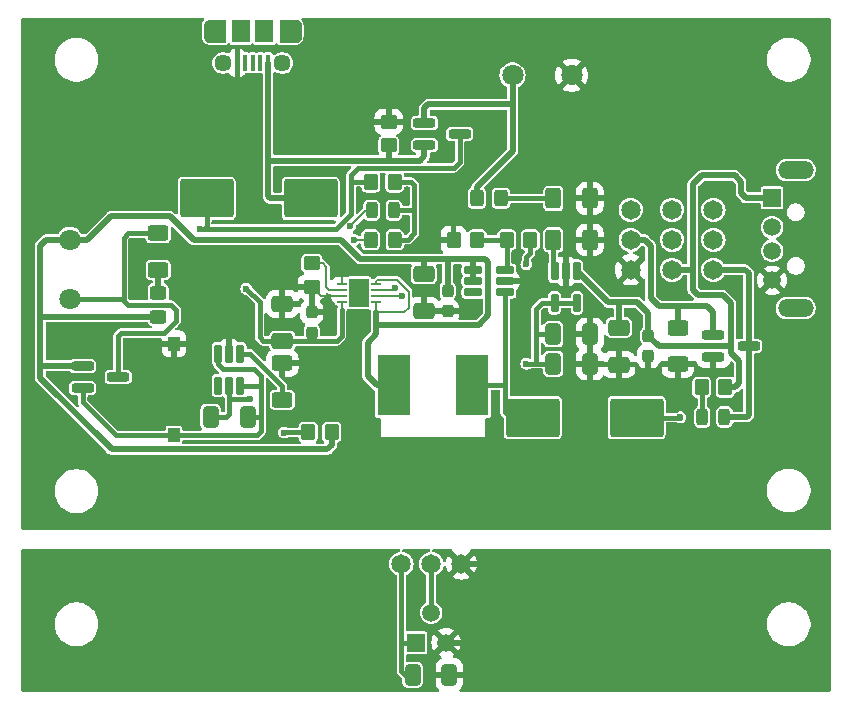
<source format=gtl>
G04 #@! TF.GenerationSoftware,KiCad,Pcbnew,8.0.5*
G04 #@! TF.CreationDate,2025-03-03T19:21:04-05:00*
G04 #@! TF.ProjectId,solar_power_manager,736f6c61-725f-4706-9f77-65725f6d616e,rev?*
G04 #@! TF.SameCoordinates,Original*
G04 #@! TF.FileFunction,Copper,L1,Top*
G04 #@! TF.FilePolarity,Positive*
%FSLAX46Y46*%
G04 Gerber Fmt 4.6, Leading zero omitted, Abs format (unit mm)*
G04 Created by KiCad (PCBNEW 8.0.5) date 2025-03-03 19:21:04*
%MOMM*%
%LPD*%
G01*
G04 APERTURE LIST*
G04 Aperture macros list*
%AMRoundRect*
0 Rectangle with rounded corners*
0 $1 Rounding radius*
0 $2 $3 $4 $5 $6 $7 $8 $9 X,Y pos of 4 corners*
0 Add a 4 corners polygon primitive as box body*
4,1,4,$2,$3,$4,$5,$6,$7,$8,$9,$2,$3,0*
0 Add four circle primitives for the rounded corners*
1,1,$1+$1,$2,$3*
1,1,$1+$1,$4,$5*
1,1,$1+$1,$6,$7*
1,1,$1+$1,$8,$9*
0 Add four rect primitives between the rounded corners*
20,1,$1+$1,$2,$3,$4,$5,0*
20,1,$1+$1,$4,$5,$6,$7,0*
20,1,$1+$1,$6,$7,$8,$9,0*
20,1,$1+$1,$8,$9,$2,$3,0*%
G04 Aperture macros list end*
G04 #@! TA.AperFunction,EtchedComponent*
%ADD10C,0.010000*%
G04 #@! TD*
G04 #@! TA.AperFunction,SMDPad,CuDef*
%ADD11RoundRect,0.250000X-2.000000X1.400000X-2.000000X-1.400000X2.000000X-1.400000X2.000000X1.400000X0*%
G04 #@! TD*
G04 #@! TA.AperFunction,SMDPad,CuDef*
%ADD12RoundRect,0.237500X-0.237500X0.300000X-0.237500X-0.300000X0.237500X-0.300000X0.237500X0.300000X0*%
G04 #@! TD*
G04 #@! TA.AperFunction,SMDPad,CuDef*
%ADD13RoundRect,0.250000X0.350000X0.450000X-0.350000X0.450000X-0.350000X-0.450000X0.350000X-0.450000X0*%
G04 #@! TD*
G04 #@! TA.AperFunction,SMDPad,CuDef*
%ADD14RoundRect,0.250000X-0.412500X-0.650000X0.412500X-0.650000X0.412500X0.650000X-0.412500X0.650000X0*%
G04 #@! TD*
G04 #@! TA.AperFunction,SMDPad,CuDef*
%ADD15RoundRect,0.250000X-0.325000X-0.450000X0.325000X-0.450000X0.325000X0.450000X-0.325000X0.450000X0*%
G04 #@! TD*
G04 #@! TA.AperFunction,SMDPad,CuDef*
%ADD16RoundRect,0.243750X0.243750X0.456250X-0.243750X0.456250X-0.243750X-0.456250X0.243750X-0.456250X0*%
G04 #@! TD*
G04 #@! TA.AperFunction,SMDPad,CuDef*
%ADD17RoundRect,0.250000X-0.650000X0.412500X-0.650000X-0.412500X0.650000X-0.412500X0.650000X0.412500X0*%
G04 #@! TD*
G04 #@! TA.AperFunction,ComponentPad*
%ADD18C,1.803400*%
G04 #@! TD*
G04 #@! TA.AperFunction,SMDPad,CuDef*
%ADD19RoundRect,0.250000X0.625000X-0.400000X0.625000X0.400000X-0.625000X0.400000X-0.625000X-0.400000X0*%
G04 #@! TD*
G04 #@! TA.AperFunction,SMDPad,CuDef*
%ADD20RoundRect,0.050000X-0.362500X-0.050000X0.362500X-0.050000X0.362500X0.050000X-0.362500X0.050000X0*%
G04 #@! TD*
G04 #@! TA.AperFunction,HeatsinkPad*
%ADD21R,1.700000X2.400000*%
G04 #@! TD*
G04 #@! TA.AperFunction,SMDPad,CuDef*
%ADD22RoundRect,0.250000X-0.450000X0.350000X-0.450000X-0.350000X0.450000X-0.350000X0.450000X0.350000X0*%
G04 #@! TD*
G04 #@! TA.AperFunction,ComponentPad*
%ADD23C,1.650000*%
G04 #@! TD*
G04 #@! TA.AperFunction,SMDPad,CuDef*
%ADD24RoundRect,0.250000X-0.400000X-0.625000X0.400000X-0.625000X0.400000X0.625000X-0.400000X0.625000X0*%
G04 #@! TD*
G04 #@! TA.AperFunction,SMDPad,CuDef*
%ADD25RoundRect,0.250000X0.450000X-0.350000X0.450000X0.350000X-0.450000X0.350000X-0.450000X-0.350000X0*%
G04 #@! TD*
G04 #@! TA.AperFunction,SMDPad,CuDef*
%ADD26RoundRect,0.162500X0.617500X0.162500X-0.617500X0.162500X-0.617500X-0.162500X0.617500X-0.162500X0*%
G04 #@! TD*
G04 #@! TA.AperFunction,SMDPad,CuDef*
%ADD27RoundRect,0.200000X-0.750000X-0.200000X0.750000X-0.200000X0.750000X0.200000X-0.750000X0.200000X0*%
G04 #@! TD*
G04 #@! TA.AperFunction,SMDPad,CuDef*
%ADD28RoundRect,0.250000X2.000000X-1.400000X2.000000X1.400000X-2.000000X1.400000X-2.000000X-1.400000X0*%
G04 #@! TD*
G04 #@! TA.AperFunction,SMDPad,CuDef*
%ADD29RoundRect,0.237500X0.237500X-0.300000X0.237500X0.300000X-0.237500X0.300000X-0.237500X-0.300000X0*%
G04 #@! TD*
G04 #@! TA.AperFunction,SMDPad,CuDef*
%ADD30RoundRect,0.250000X0.412500X0.650000X-0.412500X0.650000X-0.412500X-0.650000X0.412500X-0.650000X0*%
G04 #@! TD*
G04 #@! TA.AperFunction,SMDPad,CuDef*
%ADD31RoundRect,0.243750X-0.243750X-0.456250X0.243750X-0.456250X0.243750X0.456250X-0.243750X0.456250X0*%
G04 #@! TD*
G04 #@! TA.AperFunction,SMDPad,CuDef*
%ADD32R,2.794000X5.156200*%
G04 #@! TD*
G04 #@! TA.AperFunction,SMDPad,CuDef*
%ADD33RoundRect,0.250000X0.450000X-0.325000X0.450000X0.325000X-0.450000X0.325000X-0.450000X-0.325000X0*%
G04 #@! TD*
G04 #@! TA.AperFunction,SMDPad,CuDef*
%ADD34RoundRect,0.162500X-0.162500X0.617500X-0.162500X-0.617500X0.162500X-0.617500X0.162500X0.617500X0*%
G04 #@! TD*
G04 #@! TA.AperFunction,SMDPad,CuDef*
%ADD35RoundRect,0.250000X0.650000X-0.412500X0.650000X0.412500X-0.650000X0.412500X-0.650000X-0.412500X0*%
G04 #@! TD*
G04 #@! TA.AperFunction,SMDPad,CuDef*
%ADD36R,1.000000X1.250000*%
G04 #@! TD*
G04 #@! TA.AperFunction,SMDPad,CuDef*
%ADD37RoundRect,0.250000X-0.350000X-0.450000X0.350000X-0.450000X0.350000X0.450000X-0.350000X0.450000X0*%
G04 #@! TD*
G04 #@! TA.AperFunction,SMDPad,CuDef*
%ADD38RoundRect,0.250000X-0.625000X0.400000X-0.625000X-0.400000X0.625000X-0.400000X0.625000X0.400000X0*%
G04 #@! TD*
G04 #@! TA.AperFunction,ComponentPad*
%ADD39R,1.498600X1.498600*%
G04 #@! TD*
G04 #@! TA.AperFunction,ComponentPad*
%ADD40C,1.498600*%
G04 #@! TD*
G04 #@! TA.AperFunction,ComponentPad*
%ADD41R,1.508000X1.508000*%
G04 #@! TD*
G04 #@! TA.AperFunction,ComponentPad*
%ADD42C,1.508000*%
G04 #@! TD*
G04 #@! TA.AperFunction,ComponentPad*
%ADD43O,3.016000X1.508000*%
G04 #@! TD*
G04 #@! TA.AperFunction,SMDPad,CuDef*
%ADD44R,0.400000X1.350000*%
G04 #@! TD*
G04 #@! TA.AperFunction,ComponentPad*
%ADD45C,1.450000*%
G04 #@! TD*
G04 #@! TA.AperFunction,ComponentPad*
%ADD46O,1.200000X1.900000*%
G04 #@! TD*
G04 #@! TA.AperFunction,SMDPad,CuDef*
%ADD47R,1.500000X1.900000*%
G04 #@! TD*
G04 #@! TA.AperFunction,ViaPad*
%ADD48C,0.600000*%
G04 #@! TD*
G04 #@! TA.AperFunction,Conductor*
%ADD49C,0.508000*%
G04 #@! TD*
G04 #@! TA.AperFunction,Conductor*
%ADD50C,0.203200*%
G04 #@! TD*
G04 #@! TA.AperFunction,Conductor*
%ADD51C,0.381000*%
G04 #@! TD*
G04 APERTURE END LIST*
D10*
X154270000Y-50095000D02*
X152970000Y-50095000D01*
X152944000Y-50094000D01*
X152918000Y-50092000D01*
X152892000Y-50089000D01*
X152866000Y-50084000D01*
X152841000Y-50078000D01*
X152815000Y-50071000D01*
X152791000Y-50062000D01*
X152767000Y-50052000D01*
X152743000Y-50041000D01*
X152720000Y-50028000D01*
X152698000Y-50014000D01*
X152676000Y-50000000D01*
X152655000Y-49984000D01*
X152635000Y-49967000D01*
X152616000Y-49949000D01*
X152598000Y-49930000D01*
X152581000Y-49910000D01*
X152565000Y-49889000D01*
X152551000Y-49867000D01*
X152537000Y-49845000D01*
X152524000Y-49822000D01*
X152513000Y-49798000D01*
X152503000Y-49774000D01*
X152494000Y-49750000D01*
X152487000Y-49724000D01*
X152481000Y-49699000D01*
X152476000Y-49673000D01*
X152473000Y-49647000D01*
X152471000Y-49621000D01*
X152470000Y-49595000D01*
X152470000Y-48695000D01*
X152471000Y-48669000D01*
X152473000Y-48643000D01*
X152476000Y-48617000D01*
X152481000Y-48591000D01*
X152487000Y-48566000D01*
X152494000Y-48540000D01*
X152503000Y-48516000D01*
X152513000Y-48492000D01*
X152524000Y-48468000D01*
X152537000Y-48445000D01*
X152551000Y-48423000D01*
X152565000Y-48401000D01*
X152581000Y-48380000D01*
X152598000Y-48360000D01*
X152616000Y-48341000D01*
X152635000Y-48323000D01*
X152655000Y-48306000D01*
X152676000Y-48290000D01*
X152698000Y-48276000D01*
X152720000Y-48262000D01*
X152743000Y-48249000D01*
X152767000Y-48238000D01*
X152791000Y-48228000D01*
X152815000Y-48219000D01*
X152841000Y-48212000D01*
X152866000Y-48206000D01*
X152892000Y-48201000D01*
X152918000Y-48198000D01*
X152944000Y-48196000D01*
X152970000Y-48195000D01*
X154270000Y-48195000D01*
X154270000Y-50095000D01*
G04 #@! TA.AperFunction,EtchedComponent*
G36*
X154270000Y-50095000D02*
G01*
X152970000Y-50095000D01*
X152944000Y-50094000D01*
X152918000Y-50092000D01*
X152892000Y-50089000D01*
X152866000Y-50084000D01*
X152841000Y-50078000D01*
X152815000Y-50071000D01*
X152791000Y-50062000D01*
X152767000Y-50052000D01*
X152743000Y-50041000D01*
X152720000Y-50028000D01*
X152698000Y-50014000D01*
X152676000Y-50000000D01*
X152655000Y-49984000D01*
X152635000Y-49967000D01*
X152616000Y-49949000D01*
X152598000Y-49930000D01*
X152581000Y-49910000D01*
X152565000Y-49889000D01*
X152551000Y-49867000D01*
X152537000Y-49845000D01*
X152524000Y-49822000D01*
X152513000Y-49798000D01*
X152503000Y-49774000D01*
X152494000Y-49750000D01*
X152487000Y-49724000D01*
X152481000Y-49699000D01*
X152476000Y-49673000D01*
X152473000Y-49647000D01*
X152471000Y-49621000D01*
X152470000Y-49595000D01*
X152470000Y-48695000D01*
X152471000Y-48669000D01*
X152473000Y-48643000D01*
X152476000Y-48617000D01*
X152481000Y-48591000D01*
X152487000Y-48566000D01*
X152494000Y-48540000D01*
X152503000Y-48516000D01*
X152513000Y-48492000D01*
X152524000Y-48468000D01*
X152537000Y-48445000D01*
X152551000Y-48423000D01*
X152565000Y-48401000D01*
X152581000Y-48380000D01*
X152598000Y-48360000D01*
X152616000Y-48341000D01*
X152635000Y-48323000D01*
X152655000Y-48306000D01*
X152676000Y-48290000D01*
X152698000Y-48276000D01*
X152720000Y-48262000D01*
X152743000Y-48249000D01*
X152767000Y-48238000D01*
X152791000Y-48228000D01*
X152815000Y-48219000D01*
X152841000Y-48212000D01*
X152866000Y-48206000D01*
X152892000Y-48201000D01*
X152918000Y-48198000D01*
X152944000Y-48196000D01*
X152970000Y-48195000D01*
X154270000Y-48195000D01*
X154270000Y-50095000D01*
G37*
G04 #@! TD.AperFunction*
X160196000Y-48196000D02*
X160222000Y-48198000D01*
X160248000Y-48201000D01*
X160274000Y-48206000D01*
X160299000Y-48212000D01*
X160325000Y-48219000D01*
X160349000Y-48228000D01*
X160373000Y-48238000D01*
X160397000Y-48249000D01*
X160420000Y-48262000D01*
X160442000Y-48276000D01*
X160464000Y-48290000D01*
X160485000Y-48306000D01*
X160505000Y-48323000D01*
X160524000Y-48341000D01*
X160542000Y-48360000D01*
X160559000Y-48380000D01*
X160575000Y-48401000D01*
X160589000Y-48423000D01*
X160603000Y-48445000D01*
X160616000Y-48468000D01*
X160627000Y-48492000D01*
X160637000Y-48516000D01*
X160646000Y-48540000D01*
X160653000Y-48566000D01*
X160659000Y-48591000D01*
X160664000Y-48617000D01*
X160667000Y-48643000D01*
X160669000Y-48669000D01*
X160670000Y-48695000D01*
X160670000Y-49595000D01*
X160669000Y-49621000D01*
X160667000Y-49647000D01*
X160664000Y-49673000D01*
X160659000Y-49699000D01*
X160653000Y-49724000D01*
X160646000Y-49750000D01*
X160637000Y-49774000D01*
X160627000Y-49798000D01*
X160616000Y-49822000D01*
X160603000Y-49845000D01*
X160589000Y-49867000D01*
X160575000Y-49889000D01*
X160559000Y-49910000D01*
X160542000Y-49930000D01*
X160524000Y-49949000D01*
X160505000Y-49967000D01*
X160485000Y-49984000D01*
X160464000Y-50000000D01*
X160442000Y-50014000D01*
X160420000Y-50028000D01*
X160397000Y-50041000D01*
X160373000Y-50052000D01*
X160349000Y-50062000D01*
X160325000Y-50071000D01*
X160299000Y-50078000D01*
X160274000Y-50084000D01*
X160248000Y-50089000D01*
X160222000Y-50092000D01*
X160196000Y-50094000D01*
X160170000Y-50095000D01*
X158870000Y-50095000D01*
X158870000Y-48195000D01*
X160170000Y-48195000D01*
X160196000Y-48196000D01*
G04 #@! TA.AperFunction,EtchedComponent*
G36*
X160196000Y-48196000D02*
G01*
X160222000Y-48198000D01*
X160248000Y-48201000D01*
X160274000Y-48206000D01*
X160299000Y-48212000D01*
X160325000Y-48219000D01*
X160349000Y-48228000D01*
X160373000Y-48238000D01*
X160397000Y-48249000D01*
X160420000Y-48262000D01*
X160442000Y-48276000D01*
X160464000Y-48290000D01*
X160485000Y-48306000D01*
X160505000Y-48323000D01*
X160524000Y-48341000D01*
X160542000Y-48360000D01*
X160559000Y-48380000D01*
X160575000Y-48401000D01*
X160589000Y-48423000D01*
X160603000Y-48445000D01*
X160616000Y-48468000D01*
X160627000Y-48492000D01*
X160637000Y-48516000D01*
X160646000Y-48540000D01*
X160653000Y-48566000D01*
X160659000Y-48591000D01*
X160664000Y-48617000D01*
X160667000Y-48643000D01*
X160669000Y-48669000D01*
X160670000Y-48695000D01*
X160670000Y-49595000D01*
X160669000Y-49621000D01*
X160667000Y-49647000D01*
X160664000Y-49673000D01*
X160659000Y-49699000D01*
X160653000Y-49724000D01*
X160646000Y-49750000D01*
X160637000Y-49774000D01*
X160627000Y-49798000D01*
X160616000Y-49822000D01*
X160603000Y-49845000D01*
X160589000Y-49867000D01*
X160575000Y-49889000D01*
X160559000Y-49910000D01*
X160542000Y-49930000D01*
X160524000Y-49949000D01*
X160505000Y-49967000D01*
X160485000Y-49984000D01*
X160464000Y-50000000D01*
X160442000Y-50014000D01*
X160420000Y-50028000D01*
X160397000Y-50041000D01*
X160373000Y-50052000D01*
X160349000Y-50062000D01*
X160325000Y-50071000D01*
X160299000Y-50078000D01*
X160274000Y-50084000D01*
X160248000Y-50089000D01*
X160222000Y-50092000D01*
X160196000Y-50094000D01*
X160170000Y-50095000D01*
X158870000Y-50095000D01*
X158870000Y-48195000D01*
X160170000Y-48195000D01*
X160196000Y-48196000D01*
G37*
G04 #@! TD.AperFunction*
D11*
X189077500Y-81860000D03*
X180277500Y-81860000D03*
D12*
X190080000Y-74947500D03*
X190080000Y-76672500D03*
D13*
X175580000Y-66810000D03*
X173580000Y-66810000D03*
X196580000Y-79310000D03*
X194580000Y-79310000D03*
D14*
X182017500Y-74810000D03*
X185142500Y-74810000D03*
D15*
X175555000Y-63310000D03*
X177605000Y-63310000D03*
D16*
X196517500Y-81810000D03*
X194642500Y-81810000D03*
D17*
X171070000Y-69717500D03*
X171070000Y-72842500D03*
D18*
X141080000Y-71810000D03*
X141080000Y-66810000D03*
D19*
X148580000Y-69360000D03*
X148580000Y-66260000D03*
D20*
X164117500Y-70560000D03*
X164117500Y-71060000D03*
X164117500Y-71560000D03*
X164117500Y-72060000D03*
X167042500Y-72060000D03*
X167042500Y-71560000D03*
X167042500Y-71060000D03*
X167042500Y-70560000D03*
D21*
X165580000Y-71310000D03*
D22*
X161580000Y-68810000D03*
X161580000Y-70810000D03*
D23*
X192080000Y-64270000D03*
X192080000Y-66810000D03*
X192080000Y-69350000D03*
D14*
X182017500Y-77310000D03*
X185142500Y-77310000D03*
D24*
X182030000Y-63310000D03*
X185130000Y-63310000D03*
D25*
X168080000Y-58810000D03*
X168080000Y-56810000D03*
D19*
X159080000Y-80360000D03*
X159080000Y-77260000D03*
D13*
X163270000Y-83110000D03*
X161270000Y-83110000D03*
D15*
X166555000Y-66810000D03*
X168605000Y-66810000D03*
D18*
X183575100Y-52890000D03*
X178575100Y-52890000D03*
D23*
X195580000Y-64270000D03*
X195580000Y-66810000D03*
X195580000Y-69350000D03*
D26*
X177930000Y-71260000D03*
X177930000Y-70310000D03*
X177930000Y-69360000D03*
X175230000Y-69360000D03*
X175230000Y-70310000D03*
X175230000Y-71260000D03*
D27*
X171110000Y-56900000D03*
X171110000Y-58800000D03*
X174110000Y-57850000D03*
X195580000Y-74860000D03*
X195580000Y-76760000D03*
X198580000Y-75810000D03*
D14*
X170107500Y-103640000D03*
X173232500Y-103640000D03*
D28*
X152680000Y-63310000D03*
X161480000Y-63310000D03*
D24*
X182030000Y-66810000D03*
X185130000Y-66810000D03*
D29*
X161580000Y-74672500D03*
X161580000Y-72947500D03*
D30*
X156142500Y-81810000D03*
X153017500Y-81810000D03*
D13*
X180080000Y-66810000D03*
X178080000Y-66810000D03*
D31*
X166642500Y-64310000D03*
X168517500Y-64310000D03*
D32*
X168518000Y-79120000D03*
X175122000Y-79120000D03*
D23*
X188580000Y-64270000D03*
X188580000Y-66810000D03*
X188580000Y-69350000D03*
D33*
X148580000Y-73335000D03*
X148580000Y-71285000D03*
D23*
X169160000Y-94250000D03*
X171700000Y-94250000D03*
X174240000Y-94250000D03*
D12*
X173080000Y-71117500D03*
X173080000Y-72842500D03*
D34*
X184030000Y-69460000D03*
X183080000Y-69460000D03*
X182130000Y-69460000D03*
X182130000Y-72160000D03*
X184030000Y-72160000D03*
D35*
X159080000Y-75372500D03*
X159080000Y-72247500D03*
D36*
X149900000Y-83365000D03*
X149900000Y-75615000D03*
D37*
X166590000Y-61910000D03*
X168590000Y-61910000D03*
D38*
X192580000Y-74260000D03*
X192580000Y-77360000D03*
D17*
X187580000Y-74247500D03*
X187580000Y-77372500D03*
D27*
X142180000Y-77480000D03*
X142180000Y-79380000D03*
X145180000Y-78430000D03*
D34*
X155530000Y-76460000D03*
X154580000Y-76460000D03*
X153630000Y-76460000D03*
X153630000Y-79160000D03*
X154580000Y-79160000D03*
X155530000Y-79160000D03*
D39*
X170410000Y-100920000D03*
D40*
X171680000Y-98380000D03*
X172950000Y-100920000D03*
D41*
X200552500Y-63252250D03*
D42*
X200552500Y-65752250D03*
X200552500Y-67752250D03*
X200552500Y-70252250D03*
D43*
X202552500Y-72602250D03*
X202552500Y-60902250D03*
D44*
X157870000Y-51820000D03*
X157220000Y-51820000D03*
X156570000Y-51820000D03*
X155920000Y-51820000D03*
X155270000Y-51820000D03*
D45*
X159070000Y-51845000D03*
X154070000Y-51845000D03*
D46*
X160070000Y-49145000D03*
D47*
X157570000Y-49145000D03*
X155570000Y-49145000D03*
D46*
X153070000Y-49145000D03*
D48*
X162750000Y-61020000D03*
X160120000Y-61000000D03*
X145960000Y-63050000D03*
X201390000Y-75250000D03*
X182970000Y-58140000D03*
X202800000Y-75220000D03*
X185690000Y-68970000D03*
X162550000Y-55510000D03*
X144570000Y-63050000D03*
X196600000Y-78000000D03*
X154980000Y-85870000D03*
X166000000Y-73510000D03*
X155330000Y-55640000D03*
X139680000Y-75090000D03*
X152900000Y-55660000D03*
X163090000Y-72700000D03*
X153430000Y-74200000D03*
X163070000Y-74330000D03*
X187840000Y-54360000D03*
X187880000Y-56640000D03*
X204470000Y-59400000D03*
X183134000Y-73406000D03*
X141100000Y-75070000D03*
X165990000Y-74470000D03*
X200330000Y-59470000D03*
X160100000Y-55560000D03*
X184890000Y-58110000D03*
X186350000Y-70140000D03*
X150300000Y-52830000D03*
X147280000Y-63050000D03*
X150290000Y-49530000D03*
X204160000Y-75250000D03*
X155780000Y-74180000D03*
X180840000Y-69130000D03*
X163670000Y-69080000D03*
X164980000Y-73510000D03*
X194650000Y-78010000D03*
X146920000Y-67800000D03*
X153730000Y-85870000D03*
X187780000Y-50190000D03*
X150300000Y-55660000D03*
X162470000Y-49150000D03*
X199630000Y-76850000D03*
X167560000Y-69350000D03*
X174850000Y-53210000D03*
X199640000Y-77990000D03*
X164980000Y-74460000D03*
X154610000Y-74180000D03*
X156200000Y-85830000D03*
X174850000Y-50960000D03*
X174830000Y-48890000D03*
X146920000Y-69820000D03*
X162520000Y-52790000D03*
X198640000Y-60720000D03*
X181050000Y-58140000D03*
X159240000Y-83130000D03*
X156359500Y-80330500D03*
X192790000Y-81850000D03*
X179750000Y-68880000D03*
X179750000Y-77320000D03*
X165153159Y-66816841D03*
X168640000Y-70910000D03*
X164833258Y-65653258D03*
X169180000Y-71550000D03*
X156040000Y-70950000D03*
X152110000Y-65870000D03*
X198600000Y-67480000D03*
X198600000Y-65500000D03*
X202510000Y-59430000D03*
D49*
X176410000Y-100920000D02*
X176420000Y-100910000D01*
D50*
X164117500Y-70560000D02*
X164117500Y-69527500D01*
X164117500Y-69527500D02*
X163670000Y-69080000D01*
D49*
X176420000Y-102310000D02*
X175090000Y-103640000D01*
X175090000Y-103640000D02*
X173232500Y-103640000D01*
X176420000Y-100910000D02*
X176420000Y-102310000D01*
D50*
X162330000Y-71560000D02*
X161580000Y-70810000D01*
D49*
X176420000Y-99790000D02*
X176420000Y-100910000D01*
D50*
X164117500Y-71560000D02*
X162330000Y-71560000D01*
D51*
X169470000Y-103640000D02*
X170107500Y-103640000D01*
X169160000Y-94250000D02*
X169160000Y-100940000D01*
X169160000Y-100940000D02*
X169160000Y-103330000D01*
X169160000Y-103330000D02*
X169470000Y-103640000D01*
X169180000Y-100920000D02*
X169160000Y-100940000D01*
X170410000Y-100920000D02*
X169180000Y-100920000D01*
D49*
X197780000Y-78900000D02*
X197780000Y-77079562D01*
X190952500Y-75820000D02*
X196990000Y-75820000D01*
X187570000Y-72100000D02*
X189130000Y-72100000D01*
X197080000Y-72190000D02*
X196400000Y-71510000D01*
X187580000Y-72110000D02*
X187570000Y-72100000D01*
X196990000Y-75820000D02*
X197080000Y-75910000D01*
X197080000Y-76379562D02*
X197080000Y-75910000D01*
X196400000Y-71510000D02*
X194310000Y-71510000D01*
X193830000Y-71030000D02*
X193830000Y-69330000D01*
X189130000Y-72100000D02*
X190080000Y-73050000D01*
X197780000Y-77079562D02*
X197080000Y-76379562D01*
X184030000Y-69460000D02*
X186670000Y-72100000D01*
X194310000Y-71510000D02*
X193830000Y-71030000D01*
X193810000Y-69350000D02*
X193830000Y-69330000D01*
X192080000Y-69350000D02*
X193810000Y-69350000D01*
X190080000Y-74947500D02*
X190952500Y-75820000D01*
X196580000Y-79310000D02*
X197370000Y-79310000D01*
X186670000Y-72100000D02*
X187570000Y-72100000D01*
X187580000Y-74247500D02*
X187580000Y-72110000D01*
X197080000Y-75910000D02*
X197080000Y-72190000D01*
X190080000Y-73050000D02*
X190080000Y-74947500D01*
X197370000Y-79310000D02*
X197780000Y-78900000D01*
X162890000Y-84556000D02*
X163270000Y-84176000D01*
X169040000Y-68430000D02*
X169950000Y-68430000D01*
X167050000Y-74060000D02*
X167050000Y-72930000D01*
X176530000Y-73210000D02*
X176530000Y-68720000D01*
X173660000Y-68430000D02*
X174830000Y-68430000D01*
X171070000Y-68440000D02*
X171060000Y-68430000D01*
X138605000Y-73335000D02*
X138580000Y-73360000D01*
X166320000Y-78370000D02*
X166320000Y-75510000D01*
D50*
X167042500Y-70337500D02*
X167042500Y-70560000D01*
X169781600Y-71200809D02*
X168780791Y-70200000D01*
X167180000Y-70200000D02*
X167042500Y-70337500D01*
D49*
X144646000Y-84556000D02*
X162890000Y-84556000D01*
X176240000Y-68430000D02*
X175230000Y-68430000D01*
X176530000Y-68720000D02*
X176240000Y-68430000D01*
D50*
X167050000Y-72930000D02*
X167050000Y-72114000D01*
D49*
X138580000Y-77460000D02*
X138580000Y-78490000D01*
X167050000Y-74780000D02*
X167050000Y-74060000D01*
X138580000Y-73360000D02*
X138580000Y-77460000D01*
X138580000Y-67310000D02*
X138580000Y-73360000D01*
X142578736Y-66810000D02*
X144578736Y-64810000D01*
X148580000Y-73335000D02*
X138605000Y-73335000D01*
X164080000Y-66810000D02*
X165700000Y-68430000D01*
X173080000Y-68440000D02*
X173070000Y-68430000D01*
X151580000Y-66810000D02*
X164080000Y-66810000D01*
X167071000Y-74039000D02*
X175701000Y-74039000D01*
X149580000Y-64810000D02*
X151580000Y-66810000D01*
X167070000Y-79120000D02*
X166320000Y-78370000D01*
X142180000Y-77480000D02*
X138600000Y-77480000D01*
X138600000Y-77480000D02*
X138580000Y-77460000D01*
X139080000Y-66810000D02*
X138580000Y-67310000D01*
X173070000Y-68430000D02*
X173660000Y-68430000D01*
D50*
X169781600Y-72548400D02*
X169781600Y-71200809D01*
D49*
X175230000Y-70310000D02*
X175230000Y-69360000D01*
X163270000Y-84176000D02*
X163270000Y-83110000D01*
X141080000Y-66810000D02*
X139080000Y-66810000D01*
X171350000Y-68430000D02*
X172440000Y-68430000D01*
X169950000Y-68430000D02*
X171060000Y-68430000D01*
X172440000Y-68430000D02*
X173070000Y-68430000D01*
D50*
X167050000Y-72930000D02*
X169400000Y-72930000D01*
D49*
X166320000Y-75510000D02*
X167050000Y-74780000D01*
X175230000Y-68430000D02*
X174830000Y-68430000D01*
X165700000Y-68430000D02*
X169040000Y-68430000D01*
X173080000Y-71117500D02*
X173080000Y-68440000D01*
D50*
X168780791Y-70200000D02*
X167180000Y-70200000D01*
D49*
X168518000Y-79120000D02*
X167070000Y-79120000D01*
X171070000Y-69717500D02*
X171070000Y-68440000D01*
X141080000Y-66810000D02*
X142578736Y-66810000D01*
X171060000Y-68430000D02*
X171350000Y-68430000D01*
X138580000Y-78490000D02*
X144646000Y-84556000D01*
X167050000Y-74060000D02*
X167071000Y-74039000D01*
D50*
X169400000Y-72930000D02*
X169781600Y-72548400D01*
D49*
X144578736Y-64810000D02*
X149580000Y-64810000D01*
X175701000Y-74039000D02*
X176530000Y-73210000D01*
X175230000Y-69360000D02*
X175230000Y-68430000D01*
D51*
X154020000Y-77740000D02*
X153630000Y-77350000D01*
X142180000Y-80570000D02*
X144975000Y-83365000D01*
X149900000Y-83365000D02*
X156955000Y-83365000D01*
X156650000Y-77740000D02*
X154020000Y-77740000D01*
X157280000Y-79160000D02*
X157280000Y-78370000D01*
X156142500Y-81810000D02*
X157270000Y-81810000D01*
X156955000Y-83365000D02*
X157280000Y-83040000D01*
X144975000Y-83365000D02*
X149900000Y-83365000D01*
X157280000Y-83040000D02*
X157280000Y-81800000D01*
X157280000Y-81800000D02*
X157280000Y-79160000D01*
X142180000Y-79380000D02*
X142180000Y-80570000D01*
X155530000Y-79160000D02*
X157280000Y-79160000D01*
X157280000Y-78370000D02*
X156650000Y-77740000D01*
X157270000Y-81810000D02*
X157280000Y-81800000D01*
X153630000Y-77350000D02*
X153630000Y-76460000D01*
X153017500Y-81810000D02*
X154310000Y-81810000D01*
X154580000Y-80330000D02*
X154580000Y-79160000D01*
X154580000Y-81540000D02*
X154580000Y-80330000D01*
X161270000Y-83110000D02*
X159260000Y-83110000D01*
X154580500Y-80330500D02*
X154580000Y-80330000D01*
X154310000Y-81810000D02*
X154580000Y-81540000D01*
X159260000Y-83110000D02*
X159240000Y-83130000D01*
X156359500Y-80330500D02*
X154580500Y-80330500D01*
X179760000Y-77310000D02*
X179750000Y-77320000D01*
X180560000Y-74820000D02*
X180560000Y-72640000D01*
X179750000Y-68880000D02*
X179750000Y-68300000D01*
X182017500Y-77310000D02*
X180570000Y-77310000D01*
X182017500Y-74810000D02*
X180570000Y-74810000D01*
X192780000Y-81860000D02*
X192790000Y-81850000D01*
X180560000Y-77300000D02*
X180570000Y-77310000D01*
X180080000Y-67970000D02*
X180080000Y-66810000D01*
X181040000Y-72160000D02*
X182130000Y-72160000D01*
X180570000Y-77310000D02*
X179760000Y-77310000D01*
X180570000Y-74810000D02*
X180560000Y-74820000D01*
X184030000Y-72160000D02*
X182130000Y-72160000D01*
X180560000Y-74820000D02*
X180560000Y-77300000D01*
X180560000Y-72640000D02*
X181040000Y-72160000D01*
X179750000Y-68300000D02*
X180080000Y-67970000D01*
X189077500Y-81860000D02*
X192780000Y-81860000D01*
X177930000Y-71260000D02*
X177930000Y-79110000D01*
X175122000Y-79120000D02*
X177920000Y-79120000D01*
X178400000Y-81860000D02*
X180277500Y-81860000D01*
X177920000Y-79120000D02*
X177930000Y-79110000D01*
X177930000Y-79110000D02*
X177930000Y-81390000D01*
X177930000Y-81390000D02*
X178400000Y-81860000D01*
X145490000Y-71810000D02*
X145640000Y-71960000D01*
X149680000Y-72330000D02*
X146010000Y-72330000D01*
X145400000Y-74710000D02*
X149058540Y-74710000D01*
X150120000Y-72770000D02*
X149680000Y-72330000D01*
X146010000Y-72330000D02*
X145640000Y-71960000D01*
X141080000Y-71810000D02*
X145490000Y-71810000D01*
X145640000Y-66630000D02*
X146010000Y-66260000D01*
X150120000Y-73648540D02*
X150120000Y-72770000D01*
X145180000Y-74930000D02*
X145400000Y-74710000D01*
X149058540Y-74710000D02*
X150120000Y-73648540D01*
X145640000Y-71960000D02*
X145640000Y-66630000D01*
X146010000Y-66260000D02*
X148580000Y-66260000D01*
X145180000Y-78430000D02*
X145180000Y-74930000D01*
D49*
X175555000Y-63310000D02*
X175555000Y-62325000D01*
X171110000Y-56900000D02*
X171110000Y-55650000D01*
X178535100Y-55340000D02*
X178585100Y-55290000D01*
X171420000Y-55340000D02*
X178535100Y-55340000D01*
X171110000Y-55650000D02*
X171420000Y-55340000D01*
X175555000Y-62325000D02*
X178585100Y-59294900D01*
X178585100Y-59294900D02*
X178585100Y-55290000D01*
X178585100Y-55290000D02*
X178585100Y-52860000D01*
X196517500Y-81810000D02*
X198410000Y-81810000D01*
X198580000Y-81640000D02*
X198580000Y-75810000D01*
X198410000Y-81810000D02*
X198580000Y-81640000D01*
X190940000Y-72410000D02*
X190290000Y-71760000D01*
X189770000Y-66810000D02*
X188580000Y-66810000D01*
X192580000Y-72410000D02*
X190940000Y-72410000D01*
X195580000Y-72960000D02*
X195030000Y-72410000D01*
X192580000Y-74260000D02*
X192580000Y-72410000D01*
X190270000Y-67310000D02*
X189770000Y-66810000D01*
X195030000Y-72410000D02*
X192580000Y-72410000D01*
X190290000Y-71760000D02*
X190270000Y-71760000D01*
X190270000Y-71760000D02*
X190270000Y-67310000D01*
X195580000Y-74860000D02*
X195580000Y-72960000D01*
X148580000Y-69360000D02*
X148580000Y-71285000D01*
D51*
X170260000Y-62180000D02*
X170260000Y-64320000D01*
X168517500Y-64310000D02*
X170250000Y-64310000D01*
X170260000Y-66270000D02*
X169720000Y-66810000D01*
X170260000Y-64320000D02*
X170260000Y-66270000D01*
X168590000Y-61910000D02*
X169990000Y-61910000D01*
X170250000Y-64310000D02*
X170260000Y-64320000D01*
X169990000Y-61910000D02*
X170260000Y-62180000D01*
X169720000Y-66810000D02*
X168605000Y-66810000D01*
D50*
X168490000Y-71060000D02*
X168640000Y-70910000D01*
X166555000Y-66810000D02*
X165160000Y-66810000D01*
X167042500Y-71060000D02*
X168490000Y-71060000D01*
X165160000Y-66810000D02*
X165153159Y-66816841D01*
X169170000Y-71560000D02*
X167042500Y-71560000D01*
X164836742Y-65653258D02*
X166180000Y-64310000D01*
X164833258Y-65653258D02*
X164836742Y-65653258D01*
X166180000Y-64310000D02*
X166642500Y-64310000D01*
X169180000Y-71550000D02*
X169170000Y-71560000D01*
D51*
X177605000Y-63310000D02*
X182030000Y-63310000D01*
X194642500Y-81810000D02*
X194642500Y-79372500D01*
X194642500Y-79372500D02*
X194580000Y-79310000D01*
D49*
X157874000Y-58783400D02*
X157874000Y-51820000D01*
X168080000Y-60100000D02*
X157879972Y-60100000D01*
X161480000Y-63310000D02*
X158050000Y-63310000D01*
X168080000Y-58810000D02*
X168080000Y-60100000D01*
X171110000Y-59760000D02*
X170770000Y-60100000D01*
X157879972Y-58789372D02*
X157880000Y-58789344D01*
X158050000Y-63310000D02*
X157879972Y-63139972D01*
X157879972Y-63139972D02*
X157879972Y-60100000D01*
X171110000Y-58800000D02*
X171110000Y-59760000D01*
X157879972Y-58789372D02*
X157874000Y-58783400D01*
X170770000Y-60100000D02*
X168080000Y-60100000D01*
X157879972Y-60100000D02*
X157879972Y-58789372D01*
D50*
X162790000Y-69100000D02*
X162790000Y-70800000D01*
X163050000Y-71060000D02*
X164117500Y-71060000D01*
X161580000Y-68810000D02*
X162500000Y-68810000D01*
X162500000Y-68810000D02*
X162790000Y-69100000D01*
X162790000Y-70800000D02*
X163050000Y-71060000D01*
D51*
X178080000Y-69210000D02*
X177930000Y-69360000D01*
X175580000Y-66810000D02*
X178080000Y-66810000D01*
X178080000Y-66810000D02*
X178080000Y-69210000D01*
X182030000Y-69360000D02*
X182130000Y-69460000D01*
X182030000Y-66810000D02*
X182030000Y-69360000D01*
X156342268Y-76460000D02*
X155530000Y-76460000D01*
X159080000Y-80360000D02*
X159080000Y-79197732D01*
X159080000Y-79197732D02*
X156342268Y-76460000D01*
X152680000Y-63310000D02*
X152680000Y-65680000D01*
X157170000Y-75070000D02*
X157170000Y-72080000D01*
X163630000Y-65880000D02*
X164890000Y-64620000D01*
X165475500Y-60744500D02*
X173585500Y-60744500D01*
X152680000Y-65680000D02*
X152490000Y-65870000D01*
X159080000Y-75372500D02*
X157472500Y-75372500D01*
X164900000Y-61910000D02*
X164890000Y-61920000D01*
X174110000Y-60220000D02*
X174110000Y-57850000D01*
X163677500Y-75372500D02*
X161580000Y-75372500D01*
X153250000Y-65870000D02*
X153260000Y-65880000D01*
X166590000Y-61910000D02*
X164900000Y-61910000D01*
X164890000Y-64620000D02*
X164890000Y-61920000D01*
X159080000Y-75372500D02*
X161580000Y-75372500D01*
X164117500Y-74932500D02*
X163677500Y-75372500D01*
X173585500Y-60744500D02*
X174110000Y-60220000D01*
X152490000Y-65870000D02*
X152110000Y-65870000D01*
X161580000Y-74672500D02*
X161580000Y-75372500D01*
X164890000Y-61920000D02*
X164890000Y-61330000D01*
X153260000Y-65880000D02*
X163630000Y-65880000D01*
X157170000Y-72080000D02*
X156040000Y-70950000D01*
X164890000Y-61330000D02*
X165475500Y-60744500D01*
X153250000Y-65870000D02*
X152490000Y-65870000D01*
X157472500Y-75372500D02*
X157170000Y-75070000D01*
X171680000Y-98380000D02*
X171680000Y-94270000D01*
X171680000Y-94270000D02*
X171700000Y-94250000D01*
D49*
X197910000Y-61880000D02*
X197910000Y-62860000D01*
X197380000Y-61350000D02*
X197910000Y-61880000D01*
X194600000Y-61350000D02*
X197380000Y-61350000D01*
X193830000Y-62120000D02*
X194600000Y-61350000D01*
X193830000Y-69330000D02*
X193830000Y-62120000D01*
X197910000Y-62860000D02*
X198302250Y-63252250D01*
X198270000Y-69350000D02*
X195580000Y-69350000D01*
X198580000Y-69660000D02*
X198270000Y-69350000D01*
X198580000Y-75810000D02*
X198580000Y-69660000D01*
X198302250Y-63252250D02*
X200552500Y-63252250D01*
X172950000Y-100920000D02*
X176410000Y-100920000D01*
X176420000Y-94960000D02*
X176420000Y-99790000D01*
X175710000Y-94250000D02*
X176420000Y-94960000D01*
X174240000Y-94250000D02*
X175710000Y-94250000D01*
D50*
X164117500Y-72727500D02*
X164117500Y-72060000D01*
D51*
X164117500Y-74932500D02*
X164117500Y-72732500D01*
X164117500Y-72732500D02*
X164120000Y-72730000D01*
D50*
X164120000Y-72730000D02*
X164117500Y-72727500D01*
G04 #@! TA.AperFunction,Conductor*
G36*
X169028421Y-93010185D02*
G01*
X169074176Y-93062989D01*
X169084120Y-93132147D01*
X169055095Y-93195703D01*
X168996317Y-93233477D01*
X168973536Y-93237903D01*
X168958968Y-93239337D01*
X168765654Y-93297978D01*
X168587511Y-93393198D01*
X168587504Y-93393203D01*
X168431352Y-93521352D01*
X168303203Y-93677504D01*
X168303198Y-93677511D01*
X168207978Y-93855654D01*
X168149337Y-94048968D01*
X168129538Y-94250000D01*
X168149337Y-94451031D01*
X168207978Y-94644345D01*
X168303198Y-94822488D01*
X168303203Y-94822495D01*
X168431352Y-94978647D01*
X168587504Y-95106796D01*
X168587506Y-95106798D01*
X168703455Y-95168774D01*
X168753297Y-95217735D01*
X168769000Y-95278131D01*
X168769000Y-100888524D01*
X168769000Y-103278524D01*
X168769000Y-103381476D01*
X168795646Y-103480921D01*
X168847122Y-103570080D01*
X168847124Y-103570082D01*
X169208181Y-103931139D01*
X169241666Y-103992462D01*
X169244500Y-104018820D01*
X169244500Y-104344269D01*
X169247353Y-104374699D01*
X169247353Y-104374701D01*
X169292206Y-104502880D01*
X169292207Y-104502882D01*
X169372850Y-104612150D01*
X169482118Y-104692793D01*
X169524845Y-104707744D01*
X169610299Y-104737646D01*
X169640730Y-104740500D01*
X169640734Y-104740500D01*
X170574270Y-104740500D01*
X170604699Y-104737646D01*
X170604701Y-104737646D01*
X170668790Y-104715219D01*
X170732882Y-104692793D01*
X170842150Y-104612150D01*
X170922793Y-104502882D01*
X170945219Y-104438790D01*
X170967646Y-104374701D01*
X170967646Y-104374699D01*
X170970500Y-104344269D01*
X170970500Y-102935730D01*
X170967646Y-102905300D01*
X170967646Y-102905298D01*
X170922793Y-102777119D01*
X170922792Y-102777117D01*
X170842150Y-102667850D01*
X170732882Y-102587207D01*
X170732880Y-102587206D01*
X170604700Y-102542353D01*
X170574270Y-102539500D01*
X170574266Y-102539500D01*
X169675000Y-102539500D01*
X169607961Y-102519815D01*
X169562206Y-102467011D01*
X169551000Y-102415500D01*
X169551000Y-101993800D01*
X169570685Y-101926761D01*
X169623489Y-101881006D01*
X169675000Y-101869800D01*
X171179050Y-101869800D01*
X171179051Y-101869799D01*
X171193868Y-101866852D01*
X171237529Y-101858168D01*
X171237529Y-101858167D01*
X171237531Y-101858167D01*
X171303852Y-101813852D01*
X171348167Y-101747531D01*
X171348167Y-101747529D01*
X171348168Y-101747529D01*
X171359799Y-101689052D01*
X171359800Y-101689050D01*
X171359800Y-100919998D01*
X171695928Y-100919998D01*
X171695928Y-100920001D01*
X171714979Y-101137761D01*
X171714981Y-101137771D01*
X171771555Y-101348910D01*
X171771559Y-101348919D01*
X171863941Y-101547034D01*
X171863942Y-101547036D01*
X171907377Y-101609067D01*
X171907378Y-101609068D01*
X172470874Y-101045571D01*
X172488454Y-101111179D01*
X172553661Y-101224121D01*
X172645879Y-101316339D01*
X172758821Y-101381546D01*
X172824427Y-101399125D01*
X172260930Y-101962621D01*
X172322965Y-102006058D01*
X172322967Y-102006059D01*
X172492449Y-102085090D01*
X172544889Y-102131262D01*
X172564041Y-102198456D01*
X172543825Y-102265337D01*
X172505143Y-102303010D01*
X172351656Y-102397682D01*
X172227684Y-102521654D01*
X172135643Y-102670875D01*
X172135641Y-102670880D01*
X172080494Y-102837302D01*
X172080493Y-102837309D01*
X172070000Y-102940013D01*
X172070000Y-103390000D01*
X174394999Y-103390000D01*
X174394999Y-102940028D01*
X174394998Y-102940013D01*
X174384505Y-102837302D01*
X174329358Y-102670880D01*
X174329356Y-102670875D01*
X174237315Y-102521654D01*
X174113345Y-102397684D01*
X173964124Y-102305643D01*
X173964119Y-102305641D01*
X173797697Y-102250494D01*
X173797690Y-102250493D01*
X173694986Y-102240000D01*
X173634611Y-102240000D01*
X173567572Y-102220315D01*
X173521817Y-102167511D01*
X173511873Y-102098353D01*
X173540898Y-102034797D01*
X173572611Y-102008613D01*
X173577038Y-102006056D01*
X173639068Y-101962622D01*
X173639068Y-101962621D01*
X173075572Y-101399125D01*
X173141179Y-101381546D01*
X173254121Y-101316339D01*
X173346339Y-101224121D01*
X173411546Y-101111179D01*
X173429125Y-101045572D01*
X173992621Y-101609068D01*
X173992622Y-101609068D01*
X174036056Y-101547039D01*
X174036058Y-101547035D01*
X174128440Y-101348919D01*
X174128444Y-101348910D01*
X174185018Y-101137771D01*
X174185020Y-101137761D01*
X174204072Y-100920001D01*
X174204072Y-100919998D01*
X174185020Y-100702238D01*
X174185018Y-100702228D01*
X174128444Y-100491089D01*
X174128440Y-100491080D01*
X174036057Y-100292964D01*
X173992621Y-100230930D01*
X173429124Y-100794426D01*
X173411546Y-100728821D01*
X173346339Y-100615879D01*
X173254121Y-100523661D01*
X173141179Y-100458454D01*
X173075572Y-100440874D01*
X173639068Y-99877378D01*
X173639067Y-99877377D01*
X173577036Y-99833942D01*
X173577034Y-99833941D01*
X173378919Y-99741559D01*
X173378910Y-99741555D01*
X173167771Y-99684981D01*
X173167761Y-99684979D01*
X172950002Y-99665928D01*
X172949998Y-99665928D01*
X172732238Y-99684979D01*
X172732228Y-99684981D01*
X172521089Y-99741555D01*
X172521080Y-99741559D01*
X172322960Y-99833944D01*
X172260931Y-99877376D01*
X172260930Y-99877377D01*
X172824428Y-100440874D01*
X172758821Y-100458454D01*
X172645879Y-100523661D01*
X172553661Y-100615879D01*
X172488454Y-100728821D01*
X172470874Y-100794427D01*
X171907377Y-100230930D01*
X171907376Y-100230931D01*
X171863944Y-100292960D01*
X171771559Y-100491080D01*
X171771555Y-100491089D01*
X171714981Y-100702228D01*
X171714979Y-100702238D01*
X171695928Y-100919998D01*
X171359800Y-100919998D01*
X171359800Y-100150949D01*
X171359799Y-100150947D01*
X171348168Y-100092470D01*
X171348167Y-100092469D01*
X171303852Y-100026147D01*
X171237530Y-99981832D01*
X171237529Y-99981831D01*
X171179052Y-99970200D01*
X171179048Y-99970200D01*
X169675000Y-99970200D01*
X169607961Y-99950515D01*
X169562206Y-99897711D01*
X169551000Y-99846200D01*
X169551000Y-95278131D01*
X169570685Y-95211092D01*
X169616544Y-95168774D01*
X169732494Y-95106798D01*
X169888647Y-94978647D01*
X170016798Y-94822494D01*
X170112023Y-94644341D01*
X170170662Y-94451033D01*
X170190462Y-94250000D01*
X170170662Y-94048967D01*
X170112023Y-93855659D01*
X170112021Y-93855656D01*
X170112021Y-93855654D01*
X170016801Y-93677511D01*
X170016799Y-93677509D01*
X170016798Y-93677506D01*
X169940855Y-93584969D01*
X169888647Y-93521352D01*
X169732495Y-93393203D01*
X169732488Y-93393198D01*
X169554345Y-93297978D01*
X169361031Y-93239337D01*
X169346464Y-93237903D01*
X169281677Y-93211742D01*
X169241318Y-93154708D01*
X169238201Y-93084907D01*
X169273316Y-93024503D01*
X169335513Y-92992672D01*
X169358618Y-92990500D01*
X171501382Y-92990500D01*
X171568421Y-93010185D01*
X171614176Y-93062989D01*
X171624120Y-93132147D01*
X171595095Y-93195703D01*
X171536317Y-93233477D01*
X171513536Y-93237903D01*
X171498968Y-93239337D01*
X171305654Y-93297978D01*
X171127511Y-93393198D01*
X171127504Y-93393203D01*
X170971352Y-93521352D01*
X170843203Y-93677504D01*
X170843198Y-93677511D01*
X170747978Y-93855654D01*
X170689337Y-94048968D01*
X170669538Y-94250000D01*
X170689337Y-94451031D01*
X170747978Y-94644345D01*
X170843198Y-94822488D01*
X170843203Y-94822495D01*
X170971352Y-94978647D01*
X171127504Y-95106796D01*
X171127506Y-95106798D01*
X171223454Y-95158083D01*
X171273297Y-95207043D01*
X171289000Y-95267440D01*
X171289000Y-97437703D01*
X171269315Y-97504742D01*
X171223455Y-97547060D01*
X171149764Y-97586449D01*
X171005139Y-97705139D01*
X170886450Y-97849764D01*
X170886444Y-97849771D01*
X170798255Y-98014762D01*
X170743941Y-98193809D01*
X170725604Y-98380000D01*
X170743941Y-98566190D01*
X170798255Y-98745237D01*
X170886444Y-98910228D01*
X170886450Y-98910235D01*
X171005139Y-99054860D01*
X171149764Y-99173549D01*
X171149771Y-99173555D01*
X171314762Y-99261744D01*
X171314768Y-99261747D01*
X171493807Y-99316058D01*
X171680000Y-99334396D01*
X171866193Y-99316058D01*
X172045232Y-99261747D01*
X172088328Y-99238711D01*
X200109500Y-99238711D01*
X200109500Y-99481288D01*
X200141161Y-99721785D01*
X200203947Y-99956104D01*
X200260432Y-100092470D01*
X200296776Y-100180212D01*
X200418064Y-100390289D01*
X200418066Y-100390292D01*
X200418067Y-100390293D01*
X200565733Y-100582736D01*
X200565739Y-100582743D01*
X200737256Y-100754260D01*
X200737262Y-100754265D01*
X200929711Y-100901936D01*
X201139788Y-101023224D01*
X201363900Y-101116054D01*
X201598211Y-101178838D01*
X201778586Y-101202584D01*
X201838711Y-101210500D01*
X201838712Y-101210500D01*
X202081289Y-101210500D01*
X202129388Y-101204167D01*
X202321789Y-101178838D01*
X202556100Y-101116054D01*
X202780212Y-101023224D01*
X202990289Y-100901936D01*
X203182738Y-100754265D01*
X203354265Y-100582738D01*
X203501936Y-100390289D01*
X203623224Y-100180212D01*
X203716054Y-99956100D01*
X203778838Y-99721789D01*
X203810500Y-99481288D01*
X203810500Y-99238712D01*
X203778838Y-98998211D01*
X203716054Y-98763900D01*
X203708321Y-98745232D01*
X203623226Y-98539794D01*
X203623224Y-98539788D01*
X203501936Y-98329711D01*
X203397655Y-98193809D01*
X203354266Y-98137263D01*
X203354260Y-98137256D01*
X203182743Y-97965739D01*
X203182736Y-97965733D01*
X202990293Y-97818067D01*
X202990292Y-97818066D01*
X202990289Y-97818064D01*
X202780212Y-97696776D01*
X202780205Y-97696773D01*
X202556104Y-97603947D01*
X202321785Y-97541161D01*
X202081289Y-97509500D01*
X202081288Y-97509500D01*
X201838712Y-97509500D01*
X201838711Y-97509500D01*
X201598214Y-97541161D01*
X201363895Y-97603947D01*
X201139794Y-97696773D01*
X201139785Y-97696777D01*
X200929706Y-97818067D01*
X200737263Y-97965733D01*
X200737256Y-97965739D01*
X200565739Y-98137256D01*
X200565733Y-98137263D01*
X200418067Y-98329706D01*
X200296777Y-98539785D01*
X200296773Y-98539794D01*
X200203947Y-98763895D01*
X200141161Y-98998214D01*
X200109500Y-99238711D01*
X172088328Y-99238711D01*
X172093456Y-99235970D01*
X172210228Y-99173555D01*
X172210230Y-99173552D01*
X172210234Y-99173551D01*
X172354860Y-99054860D01*
X172473551Y-98910234D01*
X172473552Y-98910230D01*
X172473555Y-98910228D01*
X172535970Y-98793456D01*
X172561747Y-98745232D01*
X172616058Y-98566193D01*
X172634396Y-98380000D01*
X172616058Y-98193807D01*
X172561747Y-98014768D01*
X172561744Y-98014762D01*
X172473555Y-97849771D01*
X172473549Y-97849764D01*
X172354860Y-97705139D01*
X172210235Y-97586449D01*
X172136545Y-97547060D01*
X172086702Y-97498097D01*
X172071000Y-97437703D01*
X172071000Y-95288821D01*
X172090685Y-95221782D01*
X172136543Y-95179465D01*
X172272494Y-95106798D01*
X172428647Y-94978647D01*
X172556798Y-94822494D01*
X172652023Y-94644341D01*
X172696896Y-94496411D01*
X172735192Y-94437975D01*
X172799005Y-94409519D01*
X172868072Y-94420079D01*
X172920465Y-94466303D01*
X172935331Y-94500316D01*
X172990148Y-94704900D01*
X172990152Y-94704909D01*
X173088133Y-94915030D01*
X173143023Y-94993422D01*
X173716212Y-94420233D01*
X173727482Y-94462292D01*
X173799890Y-94587708D01*
X173902292Y-94690110D01*
X174027708Y-94762518D01*
X174069765Y-94773787D01*
X173496576Y-95346975D01*
X173574969Y-95401867D01*
X173785090Y-95499847D01*
X173785099Y-95499851D01*
X174009031Y-95559852D01*
X174009041Y-95559854D01*
X174239999Y-95580061D01*
X174240001Y-95580061D01*
X174470958Y-95559854D01*
X174470968Y-95559852D01*
X174694900Y-95499851D01*
X174694909Y-95499847D01*
X174905030Y-95401867D01*
X174905034Y-95401865D01*
X174983422Y-95346976D01*
X174983422Y-95346975D01*
X174410235Y-94773787D01*
X174452292Y-94762518D01*
X174577708Y-94690110D01*
X174680110Y-94587708D01*
X174752518Y-94462292D01*
X174763787Y-94420234D01*
X175336975Y-94993422D01*
X175336976Y-94993422D01*
X175391865Y-94915034D01*
X175391867Y-94915030D01*
X175489847Y-94704909D01*
X175489851Y-94704900D01*
X175549852Y-94480968D01*
X175549854Y-94480958D01*
X175570061Y-94250000D01*
X175570061Y-94249999D01*
X175549854Y-94019041D01*
X175549852Y-94019031D01*
X175489851Y-93795099D01*
X175489847Y-93795090D01*
X175391867Y-93584971D01*
X175391866Y-93584969D01*
X175336975Y-93506577D01*
X175336975Y-93506576D01*
X174763787Y-94079764D01*
X174752518Y-94037708D01*
X174680110Y-93912292D01*
X174577708Y-93809890D01*
X174452292Y-93737482D01*
X174410234Y-93726212D01*
X174983422Y-93153023D01*
X174980998Y-93125307D01*
X174994765Y-93056807D01*
X175043380Y-93006624D01*
X175104526Y-92990500D01*
X205375500Y-92990500D01*
X205442539Y-93010185D01*
X205488294Y-93062989D01*
X205499500Y-93114500D01*
X205499500Y-104965500D01*
X205479815Y-105032539D01*
X205427011Y-105078294D01*
X205375500Y-105089500D01*
X174205523Y-105089500D01*
X174138484Y-105069815D01*
X174092729Y-105017011D01*
X174082785Y-104947853D01*
X174111810Y-104884297D01*
X174117842Y-104877819D01*
X174237315Y-104758345D01*
X174329356Y-104609124D01*
X174329358Y-104609119D01*
X174384505Y-104442697D01*
X174384506Y-104442690D01*
X174394999Y-104339986D01*
X174395000Y-104339973D01*
X174395000Y-103890000D01*
X172070001Y-103890000D01*
X172070001Y-104339986D01*
X172080494Y-104442697D01*
X172135641Y-104609119D01*
X172135643Y-104609124D01*
X172227684Y-104758345D01*
X172347158Y-104877819D01*
X172380643Y-104939142D01*
X172375659Y-105008834D01*
X172333787Y-105064767D01*
X172268323Y-105089184D01*
X172259477Y-105089500D01*
X137124500Y-105089500D01*
X137057461Y-105069815D01*
X137011706Y-105017011D01*
X137000500Y-104965500D01*
X137000500Y-99238711D01*
X139809500Y-99238711D01*
X139809500Y-99481288D01*
X139841161Y-99721785D01*
X139903947Y-99956104D01*
X139960432Y-100092470D01*
X139996776Y-100180212D01*
X140118064Y-100390289D01*
X140118066Y-100390292D01*
X140118067Y-100390293D01*
X140265733Y-100582736D01*
X140265739Y-100582743D01*
X140437256Y-100754260D01*
X140437262Y-100754265D01*
X140629711Y-100901936D01*
X140839788Y-101023224D01*
X141063900Y-101116054D01*
X141298211Y-101178838D01*
X141478586Y-101202584D01*
X141538711Y-101210500D01*
X141538712Y-101210500D01*
X141781289Y-101210500D01*
X141829388Y-101204167D01*
X142021789Y-101178838D01*
X142256100Y-101116054D01*
X142480212Y-101023224D01*
X142690289Y-100901936D01*
X142882738Y-100754265D01*
X143054265Y-100582738D01*
X143201936Y-100390289D01*
X143323224Y-100180212D01*
X143416054Y-99956100D01*
X143478838Y-99721789D01*
X143510500Y-99481288D01*
X143510500Y-99238712D01*
X143478838Y-98998211D01*
X143416054Y-98763900D01*
X143408321Y-98745232D01*
X143323226Y-98539794D01*
X143323224Y-98539788D01*
X143201936Y-98329711D01*
X143097655Y-98193809D01*
X143054266Y-98137263D01*
X143054260Y-98137256D01*
X142882743Y-97965739D01*
X142882736Y-97965733D01*
X142690293Y-97818067D01*
X142690292Y-97818066D01*
X142690289Y-97818064D01*
X142480212Y-97696776D01*
X142480205Y-97696773D01*
X142256104Y-97603947D01*
X142021785Y-97541161D01*
X141781289Y-97509500D01*
X141781288Y-97509500D01*
X141538712Y-97509500D01*
X141538711Y-97509500D01*
X141298214Y-97541161D01*
X141063895Y-97603947D01*
X140839794Y-97696773D01*
X140839785Y-97696777D01*
X140629706Y-97818067D01*
X140437263Y-97965733D01*
X140437256Y-97965739D01*
X140265739Y-98137256D01*
X140265733Y-98137263D01*
X140118067Y-98329706D01*
X139996777Y-98539785D01*
X139996773Y-98539794D01*
X139903947Y-98763895D01*
X139841161Y-98998214D01*
X139809500Y-99238711D01*
X137000500Y-99238711D01*
X137000500Y-93114500D01*
X137020185Y-93047461D01*
X137072989Y-93001706D01*
X137124500Y-92990500D01*
X168961382Y-92990500D01*
X169028421Y-93010185D01*
G37*
G04 #@! TD.AperFunction*
G04 #@! TA.AperFunction,Conductor*
G36*
X173442513Y-93010185D02*
G01*
X173488268Y-93062989D01*
X173499002Y-93125308D01*
X173496577Y-93153023D01*
X174069766Y-93726212D01*
X174027708Y-93737482D01*
X173902292Y-93809890D01*
X173799890Y-93912292D01*
X173727482Y-94037708D01*
X173716212Y-94079766D01*
X173143022Y-93506576D01*
X173088134Y-93584967D01*
X172990152Y-93795090D01*
X172990148Y-93795099D01*
X172935331Y-93999683D01*
X172898966Y-94059344D01*
X172836119Y-94089873D01*
X172766744Y-94081578D01*
X172712866Y-94037093D01*
X172696896Y-94003588D01*
X172652023Y-93855659D01*
X172652021Y-93855656D01*
X172652021Y-93855654D01*
X172556801Y-93677511D01*
X172556799Y-93677509D01*
X172556798Y-93677506D01*
X172480855Y-93584969D01*
X172428647Y-93521352D01*
X172272495Y-93393203D01*
X172272488Y-93393198D01*
X172094345Y-93297978D01*
X171901031Y-93239337D01*
X171886464Y-93237903D01*
X171821677Y-93211742D01*
X171781318Y-93154708D01*
X171778201Y-93084907D01*
X171813316Y-93024503D01*
X171875513Y-92992672D01*
X171898618Y-92990500D01*
X173375474Y-92990500D01*
X173442513Y-93010185D01*
G37*
G04 #@! TD.AperFunction*
G04 #@! TA.AperFunction,Conductor*
G36*
X149860703Y-65733909D02*
G01*
X149867181Y-65739941D01*
X151211968Y-67084728D01*
X151211978Y-67084739D01*
X151216308Y-67089069D01*
X151216309Y-67089070D01*
X151300930Y-67173691D01*
X151404569Y-67233527D01*
X151428993Y-67240071D01*
X151428995Y-67240072D01*
X151428996Y-67240072D01*
X151459386Y-67248215D01*
X151520164Y-67264501D01*
X151520166Y-67264501D01*
X151647432Y-67264501D01*
X151647448Y-67264500D01*
X163840378Y-67264500D01*
X163907417Y-67284185D01*
X163928059Y-67300819D01*
X165331968Y-68704728D01*
X165331978Y-68704739D01*
X165336308Y-68709069D01*
X165336309Y-68709070D01*
X165420930Y-68793691D01*
X165524569Y-68853527D01*
X165524570Y-68853527D01*
X165524571Y-68853528D01*
X165538845Y-68857352D01*
X165538851Y-68857355D01*
X165538852Y-68857354D01*
X165640164Y-68884501D01*
X165640166Y-68884501D01*
X165767432Y-68884501D01*
X165767448Y-68884500D01*
X168980164Y-68884500D01*
X169890164Y-68884500D01*
X169924806Y-68884500D01*
X169991845Y-68904185D01*
X170037600Y-68956989D01*
X170047544Y-69026147D01*
X170024576Y-69082132D01*
X170021550Y-69086233D01*
X170017207Y-69092117D01*
X170017206Y-69092119D01*
X169972353Y-69220298D01*
X169972353Y-69220300D01*
X169969500Y-69250730D01*
X169969500Y-70184269D01*
X169972353Y-70214699D01*
X169972353Y-70214701D01*
X170014274Y-70334500D01*
X170017207Y-70342882D01*
X170097850Y-70452150D01*
X170207118Y-70532793D01*
X170228615Y-70540315D01*
X170335299Y-70577646D01*
X170365730Y-70580500D01*
X170365734Y-70580500D01*
X171774270Y-70580500D01*
X171804699Y-70577646D01*
X171804701Y-70577646D01*
X171868790Y-70555219D01*
X171932882Y-70532793D01*
X172042150Y-70452150D01*
X172122793Y-70342882D01*
X172151970Y-70259500D01*
X172167646Y-70214701D01*
X172167646Y-70214699D01*
X172170500Y-70184269D01*
X172170500Y-69250730D01*
X172167646Y-69220300D01*
X172167646Y-69220298D01*
X172125960Y-69101170D01*
X172122793Y-69092118D01*
X172115423Y-69082132D01*
X172091453Y-69016506D01*
X172106768Y-68948335D01*
X172156508Y-68899267D01*
X172215194Y-68884500D01*
X172380164Y-68884500D01*
X172501500Y-68884500D01*
X172568539Y-68904185D01*
X172614294Y-68956989D01*
X172625500Y-69008500D01*
X172625500Y-70370683D01*
X172605815Y-70437722D01*
X172575134Y-70470453D01*
X172529292Y-70504286D01*
X172529286Y-70504291D01*
X172450884Y-70610523D01*
X172407274Y-70735150D01*
X172404500Y-70764739D01*
X172404500Y-71470260D01*
X172407274Y-71499849D01*
X172450883Y-71624474D01*
X172519494Y-71717439D01*
X172543464Y-71783068D01*
X172528148Y-71851238D01*
X172484819Y-71896611D01*
X172421343Y-71935763D01*
X172353951Y-71954203D01*
X172287287Y-71933280D01*
X172268566Y-71917905D01*
X172188345Y-71837684D01*
X172039124Y-71745643D01*
X172039119Y-71745641D01*
X171872697Y-71690494D01*
X171872690Y-71690493D01*
X171769986Y-71680000D01*
X171320000Y-71680000D01*
X171320000Y-72592500D01*
X174054999Y-72592500D01*
X174054999Y-72493360D01*
X174054998Y-72493345D01*
X174044680Y-72392347D01*
X173990453Y-72228699D01*
X173990448Y-72228688D01*
X173899947Y-72081965D01*
X173899944Y-72081961D01*
X173778038Y-71960055D01*
X173778034Y-71960052D01*
X173675179Y-71896610D01*
X173628454Y-71844662D01*
X173617233Y-71775700D01*
X173640506Y-71717439D01*
X173709116Y-71624475D01*
X173752725Y-71499849D01*
X173754494Y-71480987D01*
X173755500Y-71470260D01*
X173755500Y-70764739D01*
X173752725Y-70735150D01*
X173720741Y-70643747D01*
X173709116Y-70610525D01*
X173709115Y-70610523D01*
X173630713Y-70504291D01*
X173630707Y-70504286D01*
X173584866Y-70470453D01*
X173542615Y-70414805D01*
X173534500Y-70370683D01*
X173534500Y-69008500D01*
X173554185Y-68941461D01*
X173606989Y-68895706D01*
X173658500Y-68884500D01*
X174162816Y-68884500D01*
X174229855Y-68904185D01*
X174275610Y-68956989D01*
X174285554Y-69026147D01*
X174274217Y-69062960D01*
X174259780Y-69092489D01*
X174256842Y-69112651D01*
X174249500Y-69163051D01*
X174249500Y-69163055D01*
X174249500Y-69163056D01*
X174249500Y-69556950D01*
X174259779Y-69627506D01*
X174312989Y-69736349D01*
X174323959Y-69747319D01*
X174357444Y-69808642D01*
X174352460Y-69878334D01*
X174323959Y-69922681D01*
X174312988Y-69933651D01*
X174259780Y-70042488D01*
X174259780Y-70042491D01*
X174249500Y-70113051D01*
X174249500Y-70113055D01*
X174249500Y-70113056D01*
X174249500Y-70506950D01*
X174259779Y-70577506D01*
X174259779Y-70577507D01*
X174259780Y-70577509D01*
X174288681Y-70636627D01*
X174312989Y-70686349D01*
X174323959Y-70697319D01*
X174357444Y-70758642D01*
X174352460Y-70828334D01*
X174323959Y-70872681D01*
X174312988Y-70883651D01*
X174259780Y-70992488D01*
X174258510Y-71001206D01*
X174249500Y-71063051D01*
X174249500Y-71063055D01*
X174249500Y-71063056D01*
X174249500Y-71456950D01*
X174259779Y-71527506D01*
X174259779Y-71527507D01*
X174259780Y-71527509D01*
X174299707Y-71609181D01*
X174312989Y-71636349D01*
X174398651Y-71722011D01*
X174507488Y-71775219D01*
X174507489Y-71775219D01*
X174507491Y-71775220D01*
X174578051Y-71785500D01*
X175881948Y-71785499D01*
X175881949Y-71785499D01*
X175915391Y-71780627D01*
X175933624Y-71777971D01*
X176002801Y-71787786D01*
X176055690Y-71833442D01*
X176075500Y-71900445D01*
X176075500Y-72970378D01*
X176055815Y-73037417D01*
X176039181Y-73058059D01*
X175549059Y-73548181D01*
X175487736Y-73581666D01*
X175461378Y-73584500D01*
X174119692Y-73584500D01*
X174052653Y-73564815D01*
X174006898Y-73512011D01*
X173996954Y-73442853D01*
X174001986Y-73421496D01*
X174044680Y-73292651D01*
X174054999Y-73191654D01*
X174055000Y-73191641D01*
X174055000Y-73092500D01*
X170944000Y-73092500D01*
X170876961Y-73072815D01*
X170831206Y-73020011D01*
X170820000Y-72968500D01*
X170820000Y-71680000D01*
X170370028Y-71680000D01*
X170370012Y-71680001D01*
X170267301Y-71690494D01*
X170246701Y-71697320D01*
X170176872Y-71699720D01*
X170116831Y-71663986D01*
X170085641Y-71601465D01*
X170083700Y-71579613D01*
X170083700Y-71161040D01*
X170083699Y-71161033D01*
X170063114Y-71084203D01*
X170023338Y-71015312D01*
X168966287Y-69958261D01*
X168897396Y-69918485D01*
X168820566Y-69897900D01*
X168820563Y-69897900D01*
X167140228Y-69897900D01*
X167140226Y-69897900D01*
X167063393Y-69918487D01*
X166994506Y-69958259D01*
X166833033Y-70119732D01*
X166771709Y-70153216D01*
X166702018Y-70148232D01*
X166646084Y-70106360D01*
X166623734Y-70056239D01*
X166618867Y-70031769D01*
X166592063Y-69991654D01*
X166574552Y-69965447D01*
X166508230Y-69921132D01*
X166508229Y-69921131D01*
X166449752Y-69909500D01*
X166449748Y-69909500D01*
X164710252Y-69909500D01*
X164710247Y-69909500D01*
X164651770Y-69921131D01*
X164651770Y-69921132D01*
X164620989Y-69941699D01*
X164554311Y-69962576D01*
X164537319Y-69961712D01*
X164523058Y-69960000D01*
X163711946Y-69960000D01*
X163623556Y-69970613D01*
X163482904Y-70026079D01*
X163362435Y-70117435D01*
X163314904Y-70180114D01*
X163258711Y-70221637D01*
X163188990Y-70226188D01*
X163127876Y-70192323D01*
X163094772Y-70130793D01*
X163092100Y-70105188D01*
X163092100Y-69060230D01*
X163092100Y-69060228D01*
X163075713Y-68999070D01*
X163075713Y-68999068D01*
X163073613Y-68991231D01*
X163071513Y-68983393D01*
X163031740Y-68914506D01*
X163031738Y-68914504D01*
X163031737Y-68914502D01*
X162685496Y-68568261D01*
X162616606Y-68528486D01*
X162572113Y-68516565D01*
X162512452Y-68480201D01*
X162481922Y-68417355D01*
X162480747Y-68408366D01*
X162477646Y-68375301D01*
X162477646Y-68375298D01*
X162434859Y-68253022D01*
X162432793Y-68247118D01*
X162352150Y-68137850D01*
X162242882Y-68057207D01*
X162242880Y-68057206D01*
X162114700Y-68012353D01*
X162084270Y-68009500D01*
X162084266Y-68009500D01*
X161075734Y-68009500D01*
X161075730Y-68009500D01*
X161045300Y-68012353D01*
X161045298Y-68012353D01*
X160917119Y-68057206D01*
X160917117Y-68057207D01*
X160807850Y-68137850D01*
X160727207Y-68247117D01*
X160727206Y-68247119D01*
X160682353Y-68375298D01*
X160682353Y-68375300D01*
X160679500Y-68405730D01*
X160679500Y-69214269D01*
X160682353Y-69244699D01*
X160682353Y-69244701D01*
X160719200Y-69350000D01*
X160727207Y-69372882D01*
X160763759Y-69422409D01*
X160807851Y-69482151D01*
X160890601Y-69543223D01*
X160932852Y-69598870D01*
X160938311Y-69668526D01*
X160905244Y-69730076D01*
X160855974Y-69760698D01*
X160810883Y-69775640D01*
X160810875Y-69775643D01*
X160661654Y-69867684D01*
X160537684Y-69991654D01*
X160445643Y-70140875D01*
X160445641Y-70140880D01*
X160390494Y-70307302D01*
X160390493Y-70307309D01*
X160380000Y-70410013D01*
X160380000Y-70560000D01*
X161706000Y-70560000D01*
X161773039Y-70579685D01*
X161818794Y-70632489D01*
X161830000Y-70684000D01*
X161830000Y-72697500D01*
X162554999Y-72697500D01*
X162554999Y-72598360D01*
X162554998Y-72598345D01*
X162544680Y-72497347D01*
X162490453Y-72333699D01*
X162490448Y-72333688D01*
X162399947Y-72186965D01*
X162399944Y-72186961D01*
X162272931Y-72059948D01*
X162275007Y-72057871D01*
X162242342Y-72011702D01*
X162239228Y-71941902D01*
X162274346Y-71881499D01*
X162320642Y-71853795D01*
X162349115Y-71844360D01*
X162349124Y-71844356D01*
X162498345Y-71752315D01*
X162622315Y-71628345D01*
X162714356Y-71479124D01*
X162714358Y-71479119D01*
X162739929Y-71401953D01*
X162779702Y-71344508D01*
X162844218Y-71317685D01*
X162912993Y-71330000D01*
X162919637Y-71333571D01*
X162933394Y-71341514D01*
X163004256Y-71360500D01*
X163010228Y-71362100D01*
X163010231Y-71362100D01*
X163081000Y-71362100D01*
X163148039Y-71381785D01*
X163193794Y-71434589D01*
X163205000Y-71486100D01*
X163205000Y-71653053D01*
X163215613Y-71741443D01*
X163271079Y-71882095D01*
X163362436Y-72002566D01*
X163461280Y-72077522D01*
X163502804Y-72133715D01*
X163507972Y-72152134D01*
X163519032Y-72207736D01*
X163519033Y-72207739D01*
X163520461Y-72209876D01*
X163574399Y-72290601D01*
X163638901Y-72333699D01*
X163657260Y-72345966D01*
X163657264Y-72345967D01*
X163695569Y-72353587D01*
X163757480Y-72385972D01*
X163792054Y-72446688D01*
X163788315Y-72516457D01*
X163778766Y-72537203D01*
X163753146Y-72581578D01*
X163746077Y-72607961D01*
X163736721Y-72642878D01*
X163736721Y-72642879D01*
X163736720Y-72642878D01*
X163726500Y-72681022D01*
X163726500Y-74719180D01*
X163706815Y-74786219D01*
X163690181Y-74806861D01*
X163551861Y-74945181D01*
X163490538Y-74978666D01*
X163464180Y-74981500D01*
X162379500Y-74981500D01*
X162312461Y-74961815D01*
X162266706Y-74909011D01*
X162255500Y-74857500D01*
X162255500Y-74319739D01*
X162252725Y-74290150D01*
X162209116Y-74165525D01*
X162182768Y-74129825D01*
X162140504Y-74072559D01*
X162116535Y-74006931D01*
X162131851Y-73938761D01*
X162175180Y-73893388D01*
X162278037Y-73829945D01*
X162399944Y-73708038D01*
X162399947Y-73708034D01*
X162490448Y-73561311D01*
X162490453Y-73561300D01*
X162544680Y-73397652D01*
X162554999Y-73296654D01*
X162555000Y-73296641D01*
X162555000Y-73197500D01*
X161454000Y-73197500D01*
X161386961Y-73177815D01*
X161341206Y-73125011D01*
X161330000Y-73073500D01*
X161330000Y-71060000D01*
X160380001Y-71060000D01*
X160380001Y-71132555D01*
X160360316Y-71199594D01*
X160307512Y-71245349D01*
X160238354Y-71255293D01*
X160190904Y-71238094D01*
X160049124Y-71150643D01*
X160049119Y-71150641D01*
X159882697Y-71095494D01*
X159882690Y-71095493D01*
X159779986Y-71085000D01*
X159330000Y-71085000D01*
X159330000Y-71997500D01*
X160479999Y-71997500D01*
X160479999Y-71862444D01*
X160499684Y-71795405D01*
X160552488Y-71749650D01*
X160621646Y-71739706D01*
X160669096Y-71756906D01*
X160810869Y-71844353D01*
X160810884Y-71844360D01*
X160839358Y-71853795D01*
X160896804Y-71893566D01*
X160923628Y-71958082D01*
X160911314Y-72026858D01*
X160885619Y-72058498D01*
X160887069Y-72059948D01*
X160760055Y-72186961D01*
X160760052Y-72186965D01*
X160669551Y-72333688D01*
X160669546Y-72333699D01*
X160643433Y-72412504D01*
X160603660Y-72469949D01*
X160539144Y-72496772D01*
X160525727Y-72497500D01*
X159330000Y-72497500D01*
X159330000Y-73409999D01*
X159779972Y-73409999D01*
X159779986Y-73409998D01*
X159882697Y-73399505D01*
X160049119Y-73344358D01*
X160049124Y-73344356D01*
X160198345Y-73252315D01*
X160322317Y-73128343D01*
X160375461Y-73042182D01*
X160427408Y-72995457D01*
X160496371Y-72984234D01*
X160560453Y-73012077D01*
X160599310Y-73070145D01*
X160605000Y-73107277D01*
X160605000Y-73296638D01*
X160605001Y-73296655D01*
X160615319Y-73397652D01*
X160669546Y-73561300D01*
X160669551Y-73561311D01*
X160760052Y-73708034D01*
X160760055Y-73708038D01*
X160881960Y-73829943D01*
X160984820Y-73893388D01*
X161031544Y-73945336D01*
X161042767Y-74014299D01*
X161019494Y-74072560D01*
X160950883Y-74165525D01*
X160907274Y-74290150D01*
X160904500Y-74319739D01*
X160904500Y-74857500D01*
X160884815Y-74924539D01*
X160832011Y-74970294D01*
X160780500Y-74981500D01*
X160300521Y-74981500D01*
X160233482Y-74961815D01*
X160187727Y-74909011D01*
X160180612Y-74882373D01*
X160179256Y-74882670D01*
X160177646Y-74875298D01*
X160133071Y-74747913D01*
X160132793Y-74747118D01*
X160052150Y-74637850D01*
X159942882Y-74557207D01*
X159942880Y-74557206D01*
X159814700Y-74512353D01*
X159784270Y-74509500D01*
X159784266Y-74509500D01*
X158375734Y-74509500D01*
X158375730Y-74509500D01*
X158345300Y-74512353D01*
X158345298Y-74512353D01*
X158217119Y-74557206D01*
X158217117Y-74557207D01*
X158107850Y-74637850D01*
X158027207Y-74747117D01*
X158027206Y-74747119D01*
X157982353Y-74875298D01*
X157980744Y-74882670D01*
X157977781Y-74882023D01*
X157957072Y-74933995D01*
X157900223Y-74974615D01*
X157859479Y-74981500D01*
X157685820Y-74981500D01*
X157618781Y-74961815D01*
X157598085Y-74945128D01*
X157597265Y-74944307D01*
X157563818Y-74882963D01*
X157561000Y-74856679D01*
X157561000Y-73117007D01*
X157580685Y-73049968D01*
X157633489Y-73004213D01*
X157702647Y-72994269D01*
X157766203Y-73023294D01*
X157790539Y-73051911D01*
X157837682Y-73128343D01*
X157961654Y-73252315D01*
X158110875Y-73344356D01*
X158110880Y-73344358D01*
X158277302Y-73399505D01*
X158277309Y-73399506D01*
X158380019Y-73409999D01*
X158829999Y-73409999D01*
X158830000Y-73409998D01*
X158830000Y-71085000D01*
X158380028Y-71085000D01*
X158380012Y-71085001D01*
X158277302Y-71095494D01*
X158110880Y-71150641D01*
X158110875Y-71150643D01*
X157961654Y-71242684D01*
X157837684Y-71366654D01*
X157745643Y-71515875D01*
X157745641Y-71515880D01*
X157690494Y-71682302D01*
X157690493Y-71682309D01*
X157683160Y-71754086D01*
X157656763Y-71818777D01*
X157599582Y-71858928D01*
X157529771Y-71861791D01*
X157472121Y-71829163D01*
X156566885Y-70923927D01*
X156533400Y-70862604D01*
X156531828Y-70853890D01*
X156530081Y-70841740D01*
X156525165Y-70807543D01*
X156520801Y-70797988D01*
X156491548Y-70733932D01*
X156465377Y-70676627D01*
X156371128Y-70567857D01*
X156250053Y-70490047D01*
X156250051Y-70490046D01*
X156250049Y-70490045D01*
X156250050Y-70490045D01*
X156111963Y-70449500D01*
X156111961Y-70449500D01*
X155968039Y-70449500D01*
X155968036Y-70449500D01*
X155829949Y-70490045D01*
X155708873Y-70567856D01*
X155614623Y-70676626D01*
X155614622Y-70676628D01*
X155554834Y-70807543D01*
X155534353Y-70950000D01*
X155554834Y-71092456D01*
X155594587Y-71179501D01*
X155614623Y-71223373D01*
X155708872Y-71332143D01*
X155829947Y-71409953D01*
X155829950Y-71409954D01*
X155829949Y-71409954D01*
X155965282Y-71449691D01*
X156018029Y-71480987D01*
X156742681Y-72205639D01*
X156776166Y-72266962D01*
X156779000Y-72293320D01*
X156779000Y-75018524D01*
X156779000Y-75121476D01*
X156798696Y-75194981D01*
X156805646Y-75220920D01*
X156805647Y-75220923D01*
X156811423Y-75230927D01*
X156857122Y-75310080D01*
X157159620Y-75612578D01*
X157159622Y-75612580D01*
X157232420Y-75685378D01*
X157317622Y-75734569D01*
X157321580Y-75736854D01*
X157421024Y-75763501D01*
X157421025Y-75763501D01*
X157531572Y-75763501D01*
X157531588Y-75763500D01*
X157859479Y-75763500D01*
X157926518Y-75783185D01*
X157972273Y-75835989D01*
X157979387Y-75862626D01*
X157980744Y-75862330D01*
X157982353Y-75869701D01*
X158027206Y-75997880D01*
X158027209Y-75997886D01*
X158071331Y-76057669D01*
X158095302Y-76123298D01*
X158079986Y-76191468D01*
X158036659Y-76236840D01*
X157986656Y-76267682D01*
X157862684Y-76391654D01*
X157770643Y-76540875D01*
X157770641Y-76540880D01*
X157715494Y-76707302D01*
X157715493Y-76707309D01*
X157705000Y-76810013D01*
X157705000Y-76970412D01*
X157685315Y-77037451D01*
X157632511Y-77083206D01*
X157563353Y-77093150D01*
X157499797Y-77064125D01*
X157493319Y-77058093D01*
X156582350Y-76147124D01*
X156582348Y-76147122D01*
X156499120Y-76099070D01*
X156493191Y-76095647D01*
X156493190Y-76095646D01*
X156493189Y-76095646D01*
X156393744Y-76069000D01*
X156393743Y-76069000D01*
X156179499Y-76069000D01*
X156112460Y-76049315D01*
X156066705Y-75996511D01*
X156055499Y-75945000D01*
X156055499Y-75808049D01*
X156045220Y-75737493D01*
X156045220Y-75737491D01*
X155992012Y-75628653D01*
X155992010Y-75628651D01*
X155992010Y-75628650D01*
X155906348Y-75542988D01*
X155797511Y-75489780D01*
X155779869Y-75487210D01*
X155726949Y-75479500D01*
X155726943Y-75479500D01*
X155366273Y-75479500D01*
X155299234Y-75459815D01*
X155273233Y-75436135D01*
X155273143Y-75436226D01*
X155271216Y-75434299D01*
X155268663Y-75431974D01*
X155267838Y-75430921D01*
X155154080Y-75317163D01*
X155016396Y-75233929D01*
X154862794Y-75186066D01*
X154830000Y-75183085D01*
X154830000Y-76586000D01*
X154810315Y-76653039D01*
X154757511Y-76698794D01*
X154706000Y-76710000D01*
X154454000Y-76710000D01*
X154386961Y-76690315D01*
X154341206Y-76637511D01*
X154330000Y-76586000D01*
X154330000Y-75183085D01*
X154329999Y-75183085D01*
X154297205Y-75186066D01*
X154143603Y-75233929D01*
X154005919Y-75317163D01*
X153892161Y-75430921D01*
X153891337Y-75431974D01*
X153890537Y-75432545D01*
X153886857Y-75436226D01*
X153886245Y-75435614D01*
X153834497Y-75472606D01*
X153793727Y-75479500D01*
X153433049Y-75479500D01*
X153362493Y-75489779D01*
X153253650Y-75542989D01*
X153167988Y-75628651D01*
X153114780Y-75737488D01*
X153110991Y-75763499D01*
X153104500Y-75808051D01*
X153104500Y-75808055D01*
X153104500Y-75808056D01*
X153104500Y-77111950D01*
X153114779Y-77182506D01*
X153114779Y-77182507D01*
X153114780Y-77182509D01*
X153147479Y-77249396D01*
X153167989Y-77291349D01*
X153203304Y-77326663D01*
X153236790Y-77387985D01*
X153238562Y-77398154D01*
X153238998Y-77401469D01*
X153239000Y-77401476D01*
X153265646Y-77500921D01*
X153317122Y-77590080D01*
X153317124Y-77590082D01*
X153694861Y-77967819D01*
X153728346Y-78029142D01*
X153723362Y-78098834D01*
X153681490Y-78154767D01*
X153616026Y-78179184D01*
X153607181Y-78179500D01*
X153433049Y-78179500D01*
X153362493Y-78189779D01*
X153253650Y-78242989D01*
X153167988Y-78328651D01*
X153114780Y-78437488D01*
X153111855Y-78457570D01*
X153104500Y-78508051D01*
X153104500Y-78508055D01*
X153104500Y-78508056D01*
X153104500Y-79811950D01*
X153114779Y-79882506D01*
X153114779Y-79882507D01*
X153114780Y-79882509D01*
X153155424Y-79965647D01*
X153167989Y-79991349D01*
X153253651Y-80077011D01*
X153362488Y-80130219D01*
X153362489Y-80130219D01*
X153362491Y-80130220D01*
X153433051Y-80140500D01*
X153826948Y-80140499D01*
X153826950Y-80140499D01*
X153862228Y-80135359D01*
X153897509Y-80130220D01*
X154006347Y-80077012D01*
X154006348Y-80077010D01*
X154010539Y-80074962D01*
X154079412Y-80063202D01*
X154143709Y-80090545D01*
X154183017Y-80148309D01*
X154189000Y-80186362D01*
X154189000Y-81295000D01*
X154169315Y-81362039D01*
X154116511Y-81407794D01*
X154065000Y-81419000D01*
X154004500Y-81419000D01*
X153937461Y-81399315D01*
X153891706Y-81346511D01*
X153880500Y-81295000D01*
X153880500Y-81105730D01*
X153877646Y-81075300D01*
X153877646Y-81075298D01*
X153841807Y-80972880D01*
X153832793Y-80947118D01*
X153752150Y-80837850D01*
X153642882Y-80757207D01*
X153642880Y-80757206D01*
X153514700Y-80712353D01*
X153484270Y-80709500D01*
X153484266Y-80709500D01*
X152550734Y-80709500D01*
X152550730Y-80709500D01*
X152520300Y-80712353D01*
X152520298Y-80712353D01*
X152392119Y-80757206D01*
X152392117Y-80757207D01*
X152282850Y-80837850D01*
X152202207Y-80947117D01*
X152202206Y-80947119D01*
X152157353Y-81075298D01*
X152157353Y-81075300D01*
X152154500Y-81105730D01*
X152154500Y-82514269D01*
X152157353Y-82544699D01*
X152157353Y-82544701D01*
X152198908Y-82663454D01*
X152202207Y-82672882D01*
X152278582Y-82776368D01*
X152302553Y-82841995D01*
X152287238Y-82910166D01*
X152237497Y-82959234D01*
X152178812Y-82974000D01*
X150724500Y-82974000D01*
X150657461Y-82954315D01*
X150611706Y-82901511D01*
X150600500Y-82850000D01*
X150600500Y-82720249D01*
X150600499Y-82720247D01*
X150588868Y-82661770D01*
X150588867Y-82661769D01*
X150544552Y-82595447D01*
X150478230Y-82551132D01*
X150478229Y-82551131D01*
X150419752Y-82539500D01*
X150419748Y-82539500D01*
X149380252Y-82539500D01*
X149380247Y-82539500D01*
X149321770Y-82551131D01*
X149321769Y-82551132D01*
X149255447Y-82595447D01*
X149211132Y-82661769D01*
X149211131Y-82661770D01*
X149199500Y-82720247D01*
X149199500Y-82850000D01*
X149179815Y-82917039D01*
X149127011Y-82962794D01*
X149075500Y-82974000D01*
X145188320Y-82974000D01*
X145121281Y-82954315D01*
X145100639Y-82937681D01*
X142607319Y-80444361D01*
X142573834Y-80383038D01*
X142571000Y-80356680D01*
X142571000Y-80104499D01*
X142590685Y-80037460D01*
X142643489Y-79991705D01*
X142695000Y-79980499D01*
X142961517Y-79980499D01*
X142961518Y-79980499D01*
X143055304Y-79965646D01*
X143168342Y-79908050D01*
X143258050Y-79818342D01*
X143315646Y-79705304D01*
X143315646Y-79705302D01*
X143315647Y-79705301D01*
X143330499Y-79611524D01*
X143330500Y-79611519D01*
X143330499Y-79148482D01*
X143315646Y-79054696D01*
X143258050Y-78941658D01*
X143258046Y-78941654D01*
X143258045Y-78941652D01*
X143168347Y-78851954D01*
X143168344Y-78851952D01*
X143168342Y-78851950D01*
X143091517Y-78812805D01*
X143055301Y-78794352D01*
X142961524Y-78779500D01*
X141398482Y-78779500D01*
X141317519Y-78792323D01*
X141304696Y-78794354D01*
X141191658Y-78851950D01*
X141191657Y-78851951D01*
X141191652Y-78851954D01*
X141101954Y-78941652D01*
X141101951Y-78941657D01*
X141101950Y-78941658D01*
X141093599Y-78958048D01*
X141044352Y-79054698D01*
X141029500Y-79148475D01*
X141029500Y-79611517D01*
X141039555Y-79675000D01*
X141044354Y-79705304D01*
X141101950Y-79818342D01*
X141101952Y-79818344D01*
X141101954Y-79818347D01*
X141191652Y-79908045D01*
X141191654Y-79908046D01*
X141191658Y-79908050D01*
X141304694Y-79965645D01*
X141304698Y-79965647D01*
X141398475Y-79980499D01*
X141398481Y-79980500D01*
X141665001Y-79980499D01*
X141732039Y-80000183D01*
X141777794Y-80052987D01*
X141789000Y-80104499D01*
X141789000Y-80518524D01*
X141789000Y-80621476D01*
X141813351Y-80712354D01*
X141815646Y-80720920D01*
X141815647Y-80720923D01*
X141839163Y-80761654D01*
X141855636Y-80829555D01*
X141832783Y-80895581D01*
X141777862Y-80938772D01*
X141708309Y-80945413D01*
X141646206Y-80913397D01*
X141644095Y-80911335D01*
X139070819Y-78338059D01*
X139037334Y-78276736D01*
X139034500Y-78250378D01*
X139034500Y-78058500D01*
X139054185Y-77991461D01*
X139106989Y-77945706D01*
X139158500Y-77934500D01*
X141066746Y-77934500D01*
X141133785Y-77954185D01*
X141154428Y-77970820D01*
X141191653Y-78008046D01*
X141191655Y-78008047D01*
X141191658Y-78008050D01*
X141304694Y-78065645D01*
X141304698Y-78065647D01*
X141398475Y-78080499D01*
X141398481Y-78080500D01*
X142961518Y-78080499D01*
X143055304Y-78065646D01*
X143168342Y-78008050D01*
X143258050Y-77918342D01*
X143315646Y-77805304D01*
X143315646Y-77805302D01*
X143315647Y-77805301D01*
X143330499Y-77711524D01*
X143330500Y-77711519D01*
X143330499Y-77248482D01*
X143315646Y-77154696D01*
X143258050Y-77041658D01*
X143258046Y-77041654D01*
X143258045Y-77041652D01*
X143168347Y-76951954D01*
X143168344Y-76951952D01*
X143168342Y-76951950D01*
X143069329Y-76901500D01*
X143055301Y-76894352D01*
X142961524Y-76879500D01*
X141398482Y-76879500D01*
X141317519Y-76892323D01*
X141304696Y-76894354D01*
X141191658Y-76951950D01*
X141191657Y-76951951D01*
X141191653Y-76951953D01*
X141154428Y-76989180D01*
X141093105Y-77022666D01*
X141066746Y-77025500D01*
X139158500Y-77025500D01*
X139091461Y-77005815D01*
X139045706Y-76953011D01*
X139034500Y-76901500D01*
X139034500Y-73913500D01*
X139054185Y-73846461D01*
X139106989Y-73800706D01*
X139158500Y-73789500D01*
X147610048Y-73789500D01*
X147677087Y-73809185D01*
X147722842Y-73861989D01*
X147727085Y-73872535D01*
X147727207Y-73872882D01*
X147807850Y-73982150D01*
X147917118Y-74062793D01*
X147945031Y-74072560D01*
X147960460Y-74077959D01*
X148017236Y-74118680D01*
X148042983Y-74183633D01*
X148029527Y-74252195D01*
X147981139Y-74302598D01*
X147919505Y-74319000D01*
X145348524Y-74319000D01*
X145249079Y-74345646D01*
X145249076Y-74345647D01*
X145159923Y-74397120D01*
X145159917Y-74397124D01*
X144867124Y-74689917D01*
X144867120Y-74689923D01*
X144815647Y-74779076D01*
X144815646Y-74779077D01*
X144790513Y-74872878D01*
X144790512Y-74872882D01*
X144789000Y-74878523D01*
X144789000Y-77705500D01*
X144769315Y-77772539D01*
X144716511Y-77818294D01*
X144665000Y-77829500D01*
X144398482Y-77829500D01*
X144317519Y-77842323D01*
X144304696Y-77844354D01*
X144191658Y-77901950D01*
X144191657Y-77901951D01*
X144191652Y-77901954D01*
X144101954Y-77991652D01*
X144101951Y-77991657D01*
X144101950Y-77991658D01*
X144090431Y-78014266D01*
X144044352Y-78104698D01*
X144029500Y-78198475D01*
X144029500Y-78661517D01*
X144037179Y-78709998D01*
X144044354Y-78755304D01*
X144101950Y-78868342D01*
X144101952Y-78868344D01*
X144101954Y-78868347D01*
X144191652Y-78958045D01*
X144191654Y-78958046D01*
X144191658Y-78958050D01*
X144304694Y-79015645D01*
X144304698Y-79015647D01*
X144398475Y-79030499D01*
X144398481Y-79030500D01*
X145961518Y-79030499D01*
X146055304Y-79015646D01*
X146168342Y-78958050D01*
X146258050Y-78868342D01*
X146315646Y-78755304D01*
X146315646Y-78755302D01*
X146315647Y-78755301D01*
X146330499Y-78661524D01*
X146330500Y-78661519D01*
X146330499Y-78198482D01*
X146315646Y-78104696D01*
X146258050Y-77991658D01*
X146258046Y-77991654D01*
X146258045Y-77991652D01*
X146168347Y-77901954D01*
X146168344Y-77901952D01*
X146168342Y-77901950D01*
X146091517Y-77862805D01*
X146055301Y-77844352D01*
X145961524Y-77829500D01*
X145961519Y-77829500D01*
X145695000Y-77829500D01*
X145627961Y-77809815D01*
X145582206Y-77757011D01*
X145571000Y-77705500D01*
X145571000Y-76287844D01*
X148900000Y-76287844D01*
X148906401Y-76347372D01*
X148906403Y-76347379D01*
X148956645Y-76482086D01*
X148956649Y-76482093D01*
X149042809Y-76597187D01*
X149042812Y-76597190D01*
X149157906Y-76683350D01*
X149157913Y-76683354D01*
X149292620Y-76733596D01*
X149292627Y-76733598D01*
X149352155Y-76739999D01*
X149352172Y-76740000D01*
X149650000Y-76740000D01*
X150150000Y-76740000D01*
X150447828Y-76740000D01*
X150447844Y-76739999D01*
X150507372Y-76733598D01*
X150507379Y-76733596D01*
X150642086Y-76683354D01*
X150642093Y-76683350D01*
X150757187Y-76597190D01*
X150757190Y-76597187D01*
X150843350Y-76482093D01*
X150843354Y-76482086D01*
X150893596Y-76347379D01*
X150893598Y-76347372D01*
X150899999Y-76287844D01*
X150900000Y-76287827D01*
X150900000Y-75865000D01*
X150150000Y-75865000D01*
X150150000Y-76740000D01*
X149650000Y-76740000D01*
X149650000Y-75865000D01*
X148900000Y-75865000D01*
X148900000Y-76287844D01*
X145571000Y-76287844D01*
X145571000Y-75225000D01*
X145590685Y-75157961D01*
X145643489Y-75112206D01*
X145695000Y-75101000D01*
X148776000Y-75101000D01*
X148843039Y-75120685D01*
X148888794Y-75173489D01*
X148900000Y-75225000D01*
X148900000Y-75365000D01*
X150900000Y-75365000D01*
X150900000Y-74942172D01*
X150899999Y-74942155D01*
X150893598Y-74882627D01*
X150893596Y-74882620D01*
X150843354Y-74747913D01*
X150843350Y-74747906D01*
X150757190Y-74632812D01*
X150757187Y-74632809D01*
X150642093Y-74546649D01*
X150642086Y-74546645D01*
X150507379Y-74496403D01*
X150507372Y-74496401D01*
X150447844Y-74490000D01*
X150130860Y-74490000D01*
X150063821Y-74470315D01*
X150018066Y-74417511D01*
X150008122Y-74348353D01*
X150037147Y-74284797D01*
X150043179Y-74278319D01*
X150215768Y-74105730D01*
X150432878Y-73888620D01*
X150484354Y-73799461D01*
X150511000Y-73700016D01*
X150511000Y-73597064D01*
X150511000Y-72718524D01*
X150504253Y-72693343D01*
X150484354Y-72619079D01*
X150432878Y-72529920D01*
X149920080Y-72017122D01*
X149830921Y-71965646D01*
X149731476Y-71939000D01*
X149731475Y-71939000D01*
X149566923Y-71939000D01*
X149499884Y-71919315D01*
X149454129Y-71866511D01*
X149444185Y-71797353D01*
X149449882Y-71774045D01*
X149477646Y-71694701D01*
X149477646Y-71694699D01*
X149480500Y-71664269D01*
X149480500Y-70905730D01*
X149477646Y-70875300D01*
X149477646Y-70875298D01*
X149441504Y-70772012D01*
X149432793Y-70747118D01*
X149352150Y-70637850D01*
X149242882Y-70557207D01*
X149242880Y-70557206D01*
X149117545Y-70513349D01*
X149060769Y-70472627D01*
X149035022Y-70407674D01*
X149034500Y-70396308D01*
X149034500Y-70334500D01*
X149054185Y-70267461D01*
X149106989Y-70221706D01*
X149158500Y-70210500D01*
X149259270Y-70210500D01*
X149289699Y-70207646D01*
X149289701Y-70207646D01*
X149357276Y-70184000D01*
X149417882Y-70162793D01*
X149527150Y-70082150D01*
X149607793Y-69972882D01*
X149630219Y-69908790D01*
X149652646Y-69844701D01*
X149652646Y-69844699D01*
X149655500Y-69814269D01*
X149655500Y-68905730D01*
X149652646Y-68875300D01*
X149652646Y-68875298D01*
X149607793Y-68747119D01*
X149607792Y-68747117D01*
X149600685Y-68737487D01*
X149527150Y-68637850D01*
X149417882Y-68557207D01*
X149417880Y-68557206D01*
X149289700Y-68512353D01*
X149259270Y-68509500D01*
X149259266Y-68509500D01*
X147900734Y-68509500D01*
X147900730Y-68509500D01*
X147870300Y-68512353D01*
X147870298Y-68512353D01*
X147742119Y-68557206D01*
X147742117Y-68557207D01*
X147632850Y-68637850D01*
X147552207Y-68747117D01*
X147552206Y-68747119D01*
X147507353Y-68875298D01*
X147507353Y-68875300D01*
X147504500Y-68905730D01*
X147504500Y-69814269D01*
X147507353Y-69844699D01*
X147507353Y-69844701D01*
X147551413Y-69970613D01*
X147552207Y-69972882D01*
X147632850Y-70082150D01*
X147742118Y-70162793D01*
X147784845Y-70177744D01*
X147870299Y-70207646D01*
X147900730Y-70210500D01*
X147900734Y-70210500D01*
X148001500Y-70210500D01*
X148068539Y-70230185D01*
X148114294Y-70282989D01*
X148125500Y-70334500D01*
X148125500Y-70396308D01*
X148105815Y-70463347D01*
X148053011Y-70509102D01*
X148042455Y-70513349D01*
X147917119Y-70557206D01*
X147917117Y-70557207D01*
X147807850Y-70637850D01*
X147727207Y-70747117D01*
X147727206Y-70747119D01*
X147682353Y-70875298D01*
X147682353Y-70875300D01*
X147679500Y-70905730D01*
X147679500Y-71664269D01*
X147682353Y-71694699D01*
X147682353Y-71694701D01*
X147710118Y-71774045D01*
X147713680Y-71843824D01*
X147678952Y-71904451D01*
X147616959Y-71936679D01*
X147593077Y-71939000D01*
X146223320Y-71939000D01*
X146156281Y-71919315D01*
X146135639Y-71902681D01*
X146067319Y-71834361D01*
X146033834Y-71773038D01*
X146031000Y-71746680D01*
X146031000Y-66843320D01*
X146050685Y-66776281D01*
X146067319Y-66755639D01*
X146135639Y-66687319D01*
X146196962Y-66653834D01*
X146223320Y-66651000D01*
X147387049Y-66651000D01*
X147454088Y-66670685D01*
X147499843Y-66723489D01*
X147504571Y-66737678D01*
X147504861Y-66737577D01*
X147548331Y-66861805D01*
X147552207Y-66872882D01*
X147632850Y-66982150D01*
X147742118Y-67062793D01*
X147774289Y-67074050D01*
X147870299Y-67107646D01*
X147900730Y-67110500D01*
X147900734Y-67110500D01*
X149259270Y-67110500D01*
X149289699Y-67107646D01*
X149289701Y-67107646D01*
X149355195Y-67084728D01*
X149417882Y-67062793D01*
X149527150Y-66982150D01*
X149607793Y-66872882D01*
X149635699Y-66793132D01*
X149652646Y-66744701D01*
X149652646Y-66744699D01*
X149655500Y-66714269D01*
X149655500Y-65827622D01*
X149675185Y-65760583D01*
X149727989Y-65714828D01*
X149797147Y-65704884D01*
X149860703Y-65733909D01*
G37*
G04 #@! TD.AperFunction*
G04 #@! TA.AperFunction,Conductor*
G36*
X164880219Y-60574185D02*
G01*
X164925974Y-60626989D01*
X164935918Y-60696147D01*
X164906893Y-60759703D01*
X164900861Y-60766181D01*
X164577124Y-61089917D01*
X164577120Y-61089923D01*
X164525647Y-61179076D01*
X164525646Y-61179077D01*
X164513492Y-61224438D01*
X164507415Y-61247118D01*
X164507415Y-61247119D01*
X164507414Y-61247118D01*
X164499000Y-61278522D01*
X164499000Y-64406680D01*
X164479315Y-64473719D01*
X164462681Y-64494361D01*
X164142181Y-64814861D01*
X164080858Y-64848346D01*
X164011166Y-64843362D01*
X163955233Y-64801490D01*
X163930816Y-64736026D01*
X163930500Y-64727180D01*
X163930500Y-61855730D01*
X163927646Y-61825300D01*
X163927646Y-61825298D01*
X163894006Y-61729163D01*
X163882793Y-61697118D01*
X163802150Y-61587850D01*
X163692882Y-61507207D01*
X163692880Y-61507206D01*
X163564700Y-61462353D01*
X163534270Y-61459500D01*
X163534266Y-61459500D01*
X159425734Y-61459500D01*
X159425730Y-61459500D01*
X159395300Y-61462353D01*
X159395298Y-61462353D01*
X159267119Y-61507206D01*
X159267117Y-61507207D01*
X159157850Y-61587850D01*
X159077207Y-61697117D01*
X159077206Y-61697119D01*
X159032353Y-61825298D01*
X159032353Y-61825300D01*
X159029500Y-61855730D01*
X159029500Y-62731500D01*
X159009815Y-62798539D01*
X158957011Y-62844294D01*
X158905500Y-62855500D01*
X158458472Y-62855500D01*
X158391433Y-62835815D01*
X158345678Y-62783011D01*
X158334472Y-62731500D01*
X158334472Y-60678500D01*
X158354157Y-60611461D01*
X158406961Y-60565706D01*
X158458472Y-60554500D01*
X164813180Y-60554500D01*
X164880219Y-60574185D01*
G37*
G04 #@! TD.AperFunction*
G04 #@! TA.AperFunction,Conductor*
G36*
X189632349Y-67317123D02*
G01*
X189646610Y-67329370D01*
X189779181Y-67461941D01*
X189812666Y-67523264D01*
X189815500Y-67549622D01*
X189815500Y-68483374D01*
X189795815Y-68550413D01*
X189743011Y-68596168D01*
X189680692Y-68606902D01*
X189676975Y-68606576D01*
X189103787Y-69179764D01*
X189092518Y-69137708D01*
X189020110Y-69012292D01*
X188917708Y-68909890D01*
X188792292Y-68837482D01*
X188750234Y-68826212D01*
X189323422Y-68253023D01*
X189245030Y-68198133D01*
X189034909Y-68100152D01*
X189034900Y-68100148D01*
X188830316Y-68045331D01*
X188770655Y-68008966D01*
X188740126Y-67946119D01*
X188748421Y-67876744D01*
X188792906Y-67822866D01*
X188826408Y-67806897D01*
X188974341Y-67762023D01*
X188989129Y-67754119D01*
X189051954Y-67720538D01*
X189152494Y-67666798D01*
X189308647Y-67538647D01*
X189436798Y-67382494D01*
X189449570Y-67358600D01*
X189498531Y-67308754D01*
X189566669Y-67293293D01*
X189632349Y-67317123D01*
G37*
G04 #@! TD.AperFunction*
G04 #@! TA.AperFunction,Conductor*
G36*
X152427370Y-48020185D02*
G01*
X152473125Y-48072989D01*
X152483069Y-48142147D01*
X152454044Y-48205703D01*
X152450352Y-48209778D01*
X152445166Y-48215252D01*
X152437620Y-48223660D01*
X152420615Y-48243664D01*
X152413550Y-48252442D01*
X152397574Y-48273410D01*
X152387403Y-48287997D01*
X152359420Y-48331969D01*
X152353728Y-48341453D01*
X152340750Y-48364414D01*
X152332646Y-48380285D01*
X152321631Y-48404317D01*
X152318691Y-48411037D01*
X152308700Y-48435017D01*
X152305898Y-48442102D01*
X152296905Y-48466080D01*
X152296896Y-48466107D01*
X152290745Y-48485252D01*
X152290740Y-48485269D01*
X152283736Y-48511280D01*
X152282302Y-48516911D01*
X152276317Y-48541850D01*
X152274289Y-48551241D01*
X152269288Y-48577248D01*
X152266887Y-48592873D01*
X152263883Y-48618907D01*
X152263123Y-48626818D01*
X152261120Y-48652849D01*
X152260653Y-48660956D01*
X152259656Y-48686884D01*
X152259500Y-48695003D01*
X152259500Y-49594996D01*
X152259656Y-49603115D01*
X152260653Y-49629043D01*
X152261120Y-49637150D01*
X152263123Y-49663181D01*
X152263883Y-49671092D01*
X152266887Y-49697126D01*
X152269288Y-49712751D01*
X152274289Y-49738758D01*
X152276317Y-49748149D01*
X152282302Y-49773088D01*
X152283736Y-49778719D01*
X152290740Y-49804730D01*
X152290745Y-49804747D01*
X152296896Y-49823892D01*
X152296905Y-49823919D01*
X152304099Y-49843101D01*
X152305903Y-49847911D01*
X152308692Y-49854962D01*
X152308700Y-49854982D01*
X152318691Y-49878962D01*
X152321631Y-49885682D01*
X152332646Y-49909714D01*
X152340750Y-49925585D01*
X152353728Y-49948546D01*
X152353743Y-49948572D01*
X152353747Y-49948578D01*
X152359409Y-49958012D01*
X152387409Y-50002012D01*
X152397562Y-50016572D01*
X152397574Y-50016589D01*
X152413550Y-50037557D01*
X152420615Y-50046335D01*
X152437620Y-50066339D01*
X152445184Y-50074768D01*
X152463187Y-50093771D01*
X152471228Y-50101812D01*
X152490231Y-50119815D01*
X152498473Y-50127212D01*
X152498670Y-50127388D01*
X152504911Y-50132693D01*
X152518664Y-50144384D01*
X152527442Y-50151449D01*
X152548410Y-50167425D01*
X152548421Y-50167432D01*
X152548428Y-50167438D01*
X152562988Y-50177591D01*
X152606988Y-50205591D01*
X152616422Y-50211253D01*
X152616439Y-50211262D01*
X152616453Y-50211271D01*
X152639414Y-50224249D01*
X152639422Y-50224253D01*
X152655294Y-50232358D01*
X152679294Y-50243358D01*
X152679317Y-50243368D01*
X152686037Y-50246308D01*
X152701024Y-50252552D01*
X152710038Y-50256308D01*
X152717089Y-50259097D01*
X152733886Y-50265396D01*
X152741080Y-50268094D01*
X152741107Y-50268103D01*
X152749312Y-50270739D01*
X152760276Y-50274262D01*
X152786276Y-50281262D01*
X152791875Y-50282688D01*
X152791886Y-50282690D01*
X152791911Y-50282697D01*
X152816850Y-50288682D01*
X152816875Y-50288688D01*
X152826248Y-50290712D01*
X152852248Y-50295712D01*
X152867872Y-50298113D01*
X152893872Y-50301113D01*
X152901855Y-50301880D01*
X152927855Y-50303880D01*
X152935910Y-50304344D01*
X152935943Y-50304345D01*
X152935956Y-50304346D01*
X152961884Y-50305343D01*
X152961910Y-50305344D01*
X152970000Y-50305500D01*
X152970003Y-50305500D01*
X154270003Y-50305500D01*
X154290074Y-50303238D01*
X154316841Y-50300222D01*
X154401245Y-50259576D01*
X154451934Y-50196013D01*
X154509120Y-50155873D01*
X154578931Y-50153023D01*
X154639202Y-50188367D01*
X154651981Y-50204433D01*
X154675447Y-50239552D01*
X154741769Y-50283867D01*
X154741770Y-50283868D01*
X154800247Y-50295499D01*
X154800250Y-50295500D01*
X154800252Y-50295500D01*
X156339750Y-50295500D01*
X156339751Y-50295499D01*
X156354568Y-50292552D01*
X156398229Y-50283868D01*
X156398229Y-50283867D01*
X156398231Y-50283867D01*
X156464552Y-50239552D01*
X156466897Y-50236043D01*
X156520508Y-50191237D01*
X156589833Y-50182528D01*
X156652861Y-50212682D01*
X156673103Y-50236043D01*
X156675447Y-50239552D01*
X156741769Y-50283867D01*
X156741770Y-50283868D01*
X156800247Y-50295499D01*
X156800250Y-50295500D01*
X156800252Y-50295500D01*
X158339750Y-50295500D01*
X158339751Y-50295499D01*
X158354568Y-50292552D01*
X158398229Y-50283868D01*
X158398229Y-50283867D01*
X158398231Y-50283867D01*
X158464552Y-50239552D01*
X158487638Y-50205002D01*
X158541250Y-50160197D01*
X158610575Y-50151490D01*
X158673603Y-50181644D01*
X158702461Y-50220092D01*
X158705424Y-50226245D01*
X158776201Y-50282688D01*
X158778667Y-50284654D01*
X158870000Y-50305500D01*
X158870002Y-50305500D01*
X160169997Y-50305500D01*
X160170000Y-50305500D01*
X160178090Y-50305344D01*
X160182436Y-50305176D01*
X160204043Y-50304346D01*
X160204053Y-50304345D01*
X160204090Y-50304344D01*
X160212145Y-50303880D01*
X160238145Y-50301880D01*
X160246128Y-50301113D01*
X160272128Y-50298113D01*
X160287752Y-50295712D01*
X160313752Y-50290712D01*
X160323125Y-50288688D01*
X160339946Y-50284651D01*
X160348088Y-50282697D01*
X160348096Y-50282694D01*
X160348125Y-50282688D01*
X160353724Y-50281262D01*
X160379724Y-50274262D01*
X160398911Y-50268097D01*
X160422911Y-50259097D01*
X160429962Y-50256308D01*
X160453962Y-50246308D01*
X160460706Y-50243358D01*
X160484706Y-50232358D01*
X160500578Y-50224253D01*
X160523578Y-50211253D01*
X160533012Y-50205591D01*
X160577012Y-50177591D01*
X160591572Y-50167438D01*
X160612572Y-50151438D01*
X160621330Y-50144388D01*
X160641330Y-50127388D01*
X160649770Y-50119813D01*
X160668770Y-50101813D01*
X160676813Y-50093770D01*
X160694813Y-50074770D01*
X160702388Y-50066330D01*
X160719388Y-50046330D01*
X160726438Y-50037572D01*
X160742438Y-50016572D01*
X160752591Y-50002012D01*
X160780591Y-49958012D01*
X160786253Y-49948578D01*
X160799253Y-49925578D01*
X160807358Y-49909706D01*
X160818358Y-49885706D01*
X160821308Y-49878962D01*
X160831308Y-49854962D01*
X160834097Y-49847911D01*
X160843097Y-49823911D01*
X160849262Y-49804724D01*
X160856262Y-49778724D01*
X160857688Y-49773125D01*
X160863688Y-49748125D01*
X160865712Y-49738752D01*
X160870712Y-49712752D01*
X160873113Y-49697128D01*
X160876113Y-49671128D01*
X160876880Y-49663145D01*
X160878880Y-49637145D01*
X160879344Y-49629090D01*
X160880344Y-49603090D01*
X160880500Y-49595000D01*
X160880500Y-48695000D01*
X160880344Y-48686910D01*
X160879344Y-48660910D01*
X160878880Y-48652855D01*
X160876880Y-48626855D01*
X160876113Y-48618872D01*
X160873113Y-48592872D01*
X160870712Y-48577248D01*
X160865712Y-48551248D01*
X160863688Y-48541875D01*
X160857688Y-48516875D01*
X160856262Y-48511276D01*
X160849262Y-48485276D01*
X160843097Y-48466089D01*
X160834097Y-48442089D01*
X160831308Y-48435038D01*
X160821308Y-48411038D01*
X160818358Y-48404294D01*
X160807358Y-48380294D01*
X160799253Y-48364422D01*
X160799249Y-48364414D01*
X160786271Y-48341453D01*
X160786262Y-48341439D01*
X160786253Y-48341422D01*
X160780591Y-48331988D01*
X160752591Y-48287988D01*
X160742438Y-48273428D01*
X160742432Y-48273421D01*
X160742425Y-48273410D01*
X160726449Y-48252442D01*
X160719384Y-48243664D01*
X160702379Y-48223660D01*
X160694833Y-48215252D01*
X160694828Y-48215246D01*
X160694813Y-48215230D01*
X160689648Y-48209778D01*
X160657834Y-48147571D01*
X160664702Y-48078040D01*
X160708071Y-48023259D01*
X160774171Y-48000622D01*
X160779669Y-48000500D01*
X205375500Y-48000500D01*
X205442539Y-48020185D01*
X205488294Y-48072989D01*
X205499500Y-48124500D01*
X205499500Y-91285500D01*
X205479815Y-91352539D01*
X205427011Y-91398294D01*
X205375500Y-91409500D01*
X137124500Y-91409500D01*
X137057461Y-91389815D01*
X137011706Y-91337011D01*
X137000500Y-91285500D01*
X137000500Y-87968711D01*
X139809500Y-87968711D01*
X139809500Y-88211288D01*
X139841161Y-88451785D01*
X139903947Y-88686104D01*
X139976062Y-88860205D01*
X139996776Y-88910212D01*
X140118064Y-89120289D01*
X140118066Y-89120292D01*
X140118067Y-89120293D01*
X140265733Y-89312736D01*
X140265739Y-89312743D01*
X140437256Y-89484260D01*
X140437262Y-89484265D01*
X140629711Y-89631936D01*
X140839788Y-89753224D01*
X141063900Y-89846054D01*
X141298211Y-89908838D01*
X141478586Y-89932584D01*
X141538711Y-89940500D01*
X141538712Y-89940500D01*
X141781289Y-89940500D01*
X141829388Y-89934167D01*
X142021789Y-89908838D01*
X142256100Y-89846054D01*
X142480212Y-89753224D01*
X142690289Y-89631936D01*
X142882738Y-89484265D01*
X143054265Y-89312738D01*
X143201936Y-89120289D01*
X143323224Y-88910212D01*
X143416054Y-88686100D01*
X143478838Y-88451789D01*
X143510500Y-88211288D01*
X143510500Y-87968712D01*
X143503917Y-87918712D01*
X143503917Y-87918711D01*
X200109500Y-87918711D01*
X200109500Y-88161288D01*
X200141161Y-88401785D01*
X200203947Y-88636104D01*
X200224658Y-88686104D01*
X200296776Y-88860212D01*
X200418064Y-89070289D01*
X200418066Y-89070292D01*
X200418067Y-89070293D01*
X200565733Y-89262736D01*
X200565739Y-89262743D01*
X200737256Y-89434260D01*
X200737262Y-89434265D01*
X200929711Y-89581936D01*
X201139788Y-89703224D01*
X201363900Y-89796054D01*
X201598211Y-89858838D01*
X201778586Y-89882584D01*
X201838711Y-89890500D01*
X201838712Y-89890500D01*
X202081289Y-89890500D01*
X202129388Y-89884167D01*
X202321789Y-89858838D01*
X202556100Y-89796054D01*
X202780212Y-89703224D01*
X202990289Y-89581936D01*
X203182738Y-89434265D01*
X203354265Y-89262738D01*
X203501936Y-89070289D01*
X203623224Y-88860212D01*
X203716054Y-88636100D01*
X203778838Y-88401789D01*
X203810500Y-88161288D01*
X203810500Y-87918712D01*
X203778838Y-87678211D01*
X203716054Y-87443900D01*
X203623224Y-87219788D01*
X203501936Y-87009711D01*
X203354265Y-86817262D01*
X203354260Y-86817256D01*
X203182743Y-86645739D01*
X203182736Y-86645733D01*
X202990293Y-86498067D01*
X202990292Y-86498066D01*
X202990289Y-86498064D01*
X202780212Y-86376776D01*
X202780205Y-86376773D01*
X202556104Y-86283947D01*
X202321785Y-86221161D01*
X202081289Y-86189500D01*
X202081288Y-86189500D01*
X201838712Y-86189500D01*
X201838711Y-86189500D01*
X201598214Y-86221161D01*
X201363895Y-86283947D01*
X201139794Y-86376773D01*
X201139785Y-86376777D01*
X200929706Y-86498067D01*
X200737263Y-86645733D01*
X200737256Y-86645739D01*
X200565739Y-86817256D01*
X200565733Y-86817263D01*
X200418067Y-87009706D01*
X200296777Y-87219785D01*
X200296773Y-87219794D01*
X200203947Y-87443895D01*
X200141161Y-87678214D01*
X200109500Y-87918711D01*
X143503917Y-87918711D01*
X143478838Y-87728214D01*
X143478838Y-87728211D01*
X143416054Y-87493900D01*
X143323224Y-87269788D01*
X143201936Y-87059711D01*
X143054265Y-86867262D01*
X143054260Y-86867256D01*
X142882743Y-86695739D01*
X142882736Y-86695733D01*
X142690293Y-86548067D01*
X142690292Y-86548066D01*
X142690289Y-86548064D01*
X142480212Y-86426776D01*
X142480205Y-86426773D01*
X142256104Y-86333947D01*
X142021785Y-86271161D01*
X141781289Y-86239500D01*
X141781288Y-86239500D01*
X141538712Y-86239500D01*
X141538711Y-86239500D01*
X141298214Y-86271161D01*
X141063895Y-86333947D01*
X140839794Y-86426773D01*
X140839785Y-86426777D01*
X140629706Y-86548067D01*
X140437263Y-86695733D01*
X140437256Y-86695739D01*
X140265739Y-86867256D01*
X140265733Y-86867263D01*
X140118067Y-87059706D01*
X139996777Y-87269785D01*
X139996773Y-87269794D01*
X139903947Y-87493895D01*
X139841161Y-87728214D01*
X139809500Y-87968711D01*
X137000500Y-87968711D01*
X137000500Y-67250165D01*
X138125499Y-67250165D01*
X138125499Y-67379825D01*
X138125500Y-67379838D01*
X138125500Y-73292551D01*
X138125499Y-73292569D01*
X138125499Y-73429825D01*
X138125500Y-73429838D01*
X138125500Y-77392551D01*
X138125499Y-77392569D01*
X138125499Y-77529825D01*
X138125500Y-77529838D01*
X138125500Y-78422551D01*
X138125499Y-78422569D01*
X138125499Y-78549838D01*
X138141641Y-78610077D01*
X138141641Y-78610079D01*
X138141642Y-78610079D01*
X138156473Y-78665432D01*
X138156474Y-78665433D01*
X138216309Y-78769070D01*
X138216311Y-78769072D01*
X138307995Y-78860756D01*
X138308001Y-78860761D01*
X144277968Y-84830728D01*
X144277978Y-84830739D01*
X144282308Y-84835069D01*
X144282309Y-84835070D01*
X144366930Y-84919691D01*
X144470569Y-84979527D01*
X144586164Y-85010500D01*
X144705836Y-85010500D01*
X162822552Y-85010500D01*
X162822568Y-85010501D01*
X162830164Y-85010501D01*
X162949835Y-85010501D01*
X162949836Y-85010501D01*
X163040998Y-84986073D01*
X163041001Y-84986073D01*
X163055105Y-84982293D01*
X163065431Y-84979527D01*
X163169070Y-84919691D01*
X163253691Y-84835070D01*
X163253691Y-84835068D01*
X163263895Y-84824865D01*
X163263899Y-84824860D01*
X163538860Y-84549899D01*
X163538865Y-84549895D01*
X163549068Y-84539691D01*
X163549070Y-84539691D01*
X163633691Y-84455070D01*
X163693527Y-84351431D01*
X163696293Y-84341105D01*
X163700073Y-84327001D01*
X163700073Y-84326998D01*
X163724501Y-84235836D01*
X163724501Y-84116164D01*
X163724501Y-84108569D01*
X163724500Y-84108551D01*
X163724500Y-84088700D01*
X163744185Y-84021661D01*
X163796989Y-83975906D01*
X163807547Y-83971658D01*
X163832879Y-83962794D01*
X163832878Y-83962794D01*
X163832882Y-83962793D01*
X163942150Y-83882150D01*
X164022793Y-83772882D01*
X164056036Y-83677879D01*
X164067646Y-83644701D01*
X164067646Y-83644699D01*
X164070500Y-83614269D01*
X164070500Y-82605730D01*
X164067646Y-82575300D01*
X164067646Y-82575298D01*
X164022793Y-82447119D01*
X164022792Y-82447117D01*
X163942150Y-82337850D01*
X163832882Y-82257207D01*
X163832880Y-82257206D01*
X163704700Y-82212353D01*
X163674270Y-82209500D01*
X163674266Y-82209500D01*
X162865734Y-82209500D01*
X162865730Y-82209500D01*
X162835300Y-82212353D01*
X162835298Y-82212353D01*
X162707119Y-82257206D01*
X162707117Y-82257207D01*
X162597850Y-82337850D01*
X162517207Y-82447117D01*
X162517206Y-82447119D01*
X162472353Y-82575298D01*
X162472353Y-82575300D01*
X162469500Y-82605730D01*
X162469500Y-83614269D01*
X162472353Y-83644699D01*
X162472353Y-83644701D01*
X162517206Y-83772880D01*
X162517207Y-83772882D01*
X162597849Y-83882149D01*
X162597851Y-83882151D01*
X162604421Y-83888721D01*
X162602024Y-83891117D01*
X162634109Y-83933368D01*
X162639573Y-84003023D01*
X162606511Y-84064576D01*
X162545420Y-84098482D01*
X162518228Y-84101500D01*
X162021772Y-84101500D01*
X161954733Y-84081815D01*
X161908978Y-84029011D01*
X161899034Y-83959853D01*
X161928059Y-83896297D01*
X161935902Y-83889044D01*
X161935579Y-83888721D01*
X161942146Y-83882152D01*
X161942150Y-83882150D01*
X162022793Y-83772882D01*
X162056036Y-83677879D01*
X162067646Y-83644701D01*
X162067646Y-83644699D01*
X162070500Y-83614269D01*
X162070500Y-82605730D01*
X162067646Y-82575300D01*
X162067646Y-82575298D01*
X162022793Y-82447119D01*
X162022792Y-82447117D01*
X161942150Y-82337850D01*
X161832882Y-82257207D01*
X161832880Y-82257206D01*
X161704700Y-82212353D01*
X161674270Y-82209500D01*
X161674266Y-82209500D01*
X160865734Y-82209500D01*
X160865730Y-82209500D01*
X160835300Y-82212353D01*
X160835298Y-82212353D01*
X160707119Y-82257206D01*
X160707117Y-82257207D01*
X160597850Y-82337850D01*
X160517207Y-82447117D01*
X160517206Y-82447119D01*
X160472353Y-82575298D01*
X160472353Y-82575300D01*
X160469421Y-82606576D01*
X160443564Y-82671485D01*
X160386720Y-82712111D01*
X160345963Y-82719000D01*
X159562635Y-82719000D01*
X159495597Y-82699316D01*
X159450053Y-82670047D01*
X159450052Y-82670046D01*
X159450048Y-82670044D01*
X159311963Y-82629500D01*
X159311961Y-82629500D01*
X159168039Y-82629500D01*
X159168036Y-82629500D01*
X159029949Y-82670045D01*
X158908873Y-82747856D01*
X158814623Y-82856626D01*
X158814622Y-82856628D01*
X158754834Y-82987543D01*
X158734353Y-83130000D01*
X158754834Y-83272456D01*
X158794791Y-83359948D01*
X158814623Y-83403373D01*
X158908872Y-83512143D01*
X159029947Y-83589953D01*
X159029950Y-83589954D01*
X159029949Y-83589954D01*
X159168036Y-83630499D01*
X159168038Y-83630500D01*
X159168039Y-83630500D01*
X159311962Y-83630500D01*
X159311962Y-83630499D01*
X159450050Y-83589954D01*
X159450051Y-83589954D01*
X159462195Y-83582150D01*
X159557836Y-83520684D01*
X159624876Y-83501000D01*
X160345963Y-83501000D01*
X160413002Y-83520685D01*
X160458757Y-83573489D01*
X160469421Y-83613424D01*
X160472353Y-83644699D01*
X160472353Y-83644701D01*
X160517206Y-83772880D01*
X160517207Y-83772882D01*
X160597849Y-83882149D01*
X160597851Y-83882151D01*
X160604421Y-83888721D01*
X160602024Y-83891117D01*
X160634109Y-83933368D01*
X160639573Y-84003023D01*
X160606511Y-84064576D01*
X160545420Y-84098482D01*
X160518228Y-84101500D01*
X150724500Y-84101500D01*
X150657461Y-84081815D01*
X150611706Y-84029011D01*
X150600500Y-83977500D01*
X150600500Y-83880000D01*
X150620185Y-83812961D01*
X150672989Y-83767206D01*
X150724500Y-83756000D01*
X157006474Y-83756000D01*
X157006476Y-83756000D01*
X157105921Y-83729354D01*
X157195080Y-83677878D01*
X157520078Y-83352879D01*
X157520080Y-83352878D01*
X157592878Y-83280080D01*
X157644354Y-83190920D01*
X157671000Y-83091476D01*
X157671000Y-81748524D01*
X157671000Y-79108524D01*
X157671000Y-78641052D01*
X157690685Y-78574013D01*
X157743489Y-78528258D01*
X157812647Y-78518314D01*
X157876203Y-78547339D01*
X157882681Y-78553371D01*
X158627129Y-79297819D01*
X158660614Y-79359142D01*
X158655630Y-79428834D01*
X158613758Y-79484767D01*
X158548294Y-79509184D01*
X158539448Y-79509500D01*
X158400730Y-79509500D01*
X158370300Y-79512353D01*
X158370298Y-79512353D01*
X158242119Y-79557206D01*
X158242117Y-79557207D01*
X158132850Y-79637850D01*
X158052207Y-79747117D01*
X158052206Y-79747119D01*
X158007353Y-79875298D01*
X158007353Y-79875300D01*
X158004500Y-79905730D01*
X158004500Y-80814269D01*
X158007353Y-80844699D01*
X158007353Y-80844701D01*
X158046490Y-80956544D01*
X158052207Y-80972882D01*
X158132850Y-81082150D01*
X158242118Y-81162793D01*
X158284845Y-81177744D01*
X158370299Y-81207646D01*
X158400730Y-81210500D01*
X158400734Y-81210500D01*
X159759270Y-81210500D01*
X159789699Y-81207646D01*
X159789701Y-81207646D01*
X159853790Y-81185219D01*
X159917882Y-81162793D01*
X160027150Y-81082150D01*
X160107793Y-80972882D01*
X160146191Y-80863147D01*
X160152646Y-80844701D01*
X160152646Y-80844699D01*
X160155500Y-80814269D01*
X160155500Y-79905730D01*
X160152646Y-79875300D01*
X160152646Y-79875298D01*
X160119006Y-79779163D01*
X160107793Y-79747118D01*
X160027150Y-79637850D01*
X159917882Y-79557207D01*
X159917880Y-79557206D01*
X159789700Y-79512353D01*
X159759270Y-79509500D01*
X159759266Y-79509500D01*
X159595000Y-79509500D01*
X159527961Y-79489815D01*
X159482206Y-79437011D01*
X159471000Y-79385500D01*
X159471000Y-79259210D01*
X159471001Y-79259197D01*
X159471001Y-79146258D01*
X159471001Y-79146256D01*
X159444354Y-79046812D01*
X159392878Y-78957652D01*
X158866319Y-78431093D01*
X158854801Y-78409999D01*
X159330000Y-78409999D01*
X159754972Y-78409999D01*
X159754986Y-78409998D01*
X159857697Y-78399505D01*
X160024119Y-78344358D01*
X160024124Y-78344356D01*
X160173345Y-78252315D01*
X160297315Y-78128345D01*
X160389356Y-77979124D01*
X160389358Y-77979119D01*
X160444505Y-77812697D01*
X160444506Y-77812690D01*
X160454999Y-77709986D01*
X160455000Y-77709973D01*
X160455000Y-77510000D01*
X159330000Y-77510000D01*
X159330000Y-78409999D01*
X158854801Y-78409999D01*
X158832834Y-78369770D01*
X158830000Y-78343412D01*
X158830000Y-77134000D01*
X158849685Y-77066961D01*
X158902489Y-77021206D01*
X158954000Y-77010000D01*
X160454999Y-77010000D01*
X160454999Y-76810028D01*
X160454998Y-76810013D01*
X160444505Y-76707302D01*
X160389358Y-76540880D01*
X160389356Y-76540875D01*
X160297315Y-76391654D01*
X160173344Y-76267683D01*
X160173340Y-76267680D01*
X160123341Y-76236840D01*
X160076616Y-76184892D01*
X160065395Y-76115930D01*
X160088668Y-76057669D01*
X160132793Y-75997882D01*
X160164368Y-75907646D01*
X160177646Y-75869701D01*
X160179256Y-75862330D01*
X160182218Y-75862976D01*
X160202928Y-75811005D01*
X160259777Y-75770385D01*
X160300521Y-75763500D01*
X163728974Y-75763500D01*
X163728976Y-75763500D01*
X163828421Y-75736854D01*
X163917580Y-75685378D01*
X164430378Y-75172580D01*
X164481854Y-75083421D01*
X164508500Y-74983976D01*
X164508500Y-74881024D01*
X164508500Y-72821463D01*
X164528185Y-72754424D01*
X164580989Y-72708669D01*
X164650147Y-72698725D01*
X164656676Y-72699843D01*
X164693710Y-72707209D01*
X164710251Y-72710500D01*
X164710252Y-72710500D01*
X166449750Y-72710500D01*
X166453314Y-72709791D01*
X166455219Y-72709961D01*
X166455813Y-72709903D01*
X166455824Y-72710015D01*
X166522906Y-72716015D01*
X166578085Y-72758876D01*
X166601332Y-72824765D01*
X166597287Y-72863493D01*
X166595500Y-72870161D01*
X166595500Y-73992551D01*
X166595499Y-73992569D01*
X166595499Y-74129825D01*
X166595500Y-74129838D01*
X166595500Y-74540377D01*
X166575815Y-74607416D01*
X166559181Y-74628058D01*
X165956311Y-75230927D01*
X165956307Y-75230933D01*
X165896472Y-75334568D01*
X165896473Y-75334568D01*
X165896473Y-75334570D01*
X165865499Y-75450165D01*
X165865499Y-75579825D01*
X165865500Y-75579838D01*
X165865500Y-78302551D01*
X165865499Y-78302569D01*
X165865499Y-78310164D01*
X165865499Y-78429836D01*
X165881770Y-78490559D01*
X165889906Y-78520922D01*
X165889906Y-78520923D01*
X165896472Y-78545429D01*
X165896473Y-78545431D01*
X165956309Y-78649070D01*
X165956311Y-78649072D01*
X166047995Y-78740756D01*
X166048001Y-78740761D01*
X166701968Y-79394728D01*
X166701978Y-79394739D01*
X166706308Y-79399069D01*
X166706309Y-79399070D01*
X166790930Y-79483691D01*
X166835085Y-79509184D01*
X166858499Y-79522702D01*
X166906715Y-79573268D01*
X166920500Y-79630089D01*
X166920500Y-81717852D01*
X166932131Y-81776329D01*
X166932132Y-81776330D01*
X166976447Y-81842652D01*
X167042769Y-81886967D01*
X167042770Y-81886968D01*
X167101247Y-81898599D01*
X167101250Y-81898600D01*
X167101252Y-81898600D01*
X167301800Y-81898600D01*
X167368839Y-81918285D01*
X167414594Y-81971089D01*
X167425800Y-82022600D01*
X167425800Y-83539600D01*
X176214200Y-83539600D01*
X176214200Y-82022600D01*
X176233885Y-81955561D01*
X176286689Y-81909806D01*
X176338200Y-81898600D01*
X176538750Y-81898600D01*
X176538751Y-81898599D01*
X176553568Y-81895652D01*
X176597229Y-81886968D01*
X176597229Y-81886967D01*
X176597231Y-81886967D01*
X176663552Y-81842652D01*
X176707867Y-81776331D01*
X176707867Y-81776329D01*
X176707868Y-81776329D01*
X176719499Y-81717852D01*
X176719500Y-81717850D01*
X176719500Y-79635000D01*
X176739185Y-79567961D01*
X176791989Y-79522206D01*
X176843500Y-79511000D01*
X177415000Y-79511000D01*
X177482039Y-79530685D01*
X177527794Y-79583489D01*
X177539000Y-79635000D01*
X177539000Y-81338524D01*
X177539000Y-81441476D01*
X177565646Y-81540921D01*
X177617122Y-81630080D01*
X177617124Y-81630082D01*
X177790681Y-81803639D01*
X177824166Y-81864962D01*
X177827000Y-81891320D01*
X177827000Y-83314269D01*
X177829853Y-83344699D01*
X177829853Y-83344701D01*
X177874706Y-83472880D01*
X177874707Y-83472882D01*
X177955350Y-83582150D01*
X178064618Y-83662793D01*
X178107345Y-83677744D01*
X178192799Y-83707646D01*
X178223230Y-83710500D01*
X178223234Y-83710500D01*
X182331770Y-83710500D01*
X182362199Y-83707646D01*
X182362201Y-83707646D01*
X182426290Y-83685219D01*
X182490382Y-83662793D01*
X182599650Y-83582150D01*
X182680293Y-83472882D01*
X182704616Y-83403371D01*
X182725146Y-83344701D01*
X182725146Y-83344699D01*
X182728000Y-83314269D01*
X182728000Y-80405730D01*
X186627000Y-80405730D01*
X186627000Y-83314269D01*
X186629853Y-83344699D01*
X186629853Y-83344701D01*
X186674706Y-83472880D01*
X186674707Y-83472882D01*
X186755350Y-83582150D01*
X186864618Y-83662793D01*
X186907345Y-83677744D01*
X186992799Y-83707646D01*
X187023230Y-83710500D01*
X187023234Y-83710500D01*
X191131770Y-83710500D01*
X191162199Y-83707646D01*
X191162201Y-83707646D01*
X191226290Y-83685219D01*
X191290382Y-83662793D01*
X191399650Y-83582150D01*
X191480293Y-83472882D01*
X191504616Y-83403371D01*
X191525146Y-83344701D01*
X191525146Y-83344699D01*
X191528000Y-83314269D01*
X191528000Y-82375000D01*
X191547685Y-82307961D01*
X191600489Y-82262206D01*
X191652000Y-82251000D01*
X192451804Y-82251000D01*
X192518842Y-82270684D01*
X192550096Y-82290769D01*
X192576847Y-82307961D01*
X192579949Y-82309954D01*
X192687107Y-82341417D01*
X192715590Y-82349781D01*
X192718036Y-82350499D01*
X192718038Y-82350500D01*
X192718039Y-82350500D01*
X192861962Y-82350500D01*
X192861962Y-82350499D01*
X193000053Y-82309953D01*
X193121128Y-82232143D01*
X193215377Y-82123373D01*
X193275165Y-81992457D01*
X193295647Y-81850000D01*
X193275165Y-81707543D01*
X193215377Y-81576627D01*
X193121128Y-81467857D01*
X193000053Y-81390047D01*
X193000051Y-81390046D01*
X193000049Y-81390045D01*
X193000050Y-81390045D01*
X192861963Y-81349500D01*
X192861961Y-81349500D01*
X192718039Y-81349500D01*
X192718036Y-81349500D01*
X192579949Y-81390045D01*
X192579944Y-81390047D01*
X192487723Y-81449315D01*
X192420684Y-81469000D01*
X191652000Y-81469000D01*
X191584961Y-81449315D01*
X191539206Y-81396511D01*
X191528000Y-81345000D01*
X191528000Y-80405730D01*
X191525146Y-80375300D01*
X191525146Y-80375298D01*
X191480293Y-80247119D01*
X191480292Y-80247117D01*
X191454546Y-80212232D01*
X191399650Y-80137850D01*
X191290382Y-80057207D01*
X191290380Y-80057206D01*
X191162200Y-80012353D01*
X191131770Y-80009500D01*
X191131766Y-80009500D01*
X187023234Y-80009500D01*
X187023230Y-80009500D01*
X186992800Y-80012353D01*
X186992798Y-80012353D01*
X186864619Y-80057206D01*
X186864617Y-80057207D01*
X186755350Y-80137850D01*
X186674707Y-80247117D01*
X186674706Y-80247119D01*
X186629853Y-80375298D01*
X186629853Y-80375300D01*
X186627000Y-80405730D01*
X182728000Y-80405730D01*
X182725146Y-80375300D01*
X182725146Y-80375298D01*
X182680293Y-80247119D01*
X182680292Y-80247117D01*
X182654546Y-80212232D01*
X182599650Y-80137850D01*
X182490382Y-80057207D01*
X182490380Y-80057206D01*
X182362200Y-80012353D01*
X182331770Y-80009500D01*
X182331766Y-80009500D01*
X178445000Y-80009500D01*
X178377961Y-79989815D01*
X178332206Y-79937011D01*
X178321000Y-79885500D01*
X178321000Y-78805730D01*
X193779500Y-78805730D01*
X193779500Y-79814269D01*
X193782353Y-79844699D01*
X193782353Y-79844701D01*
X193824675Y-79965646D01*
X193827207Y-79972882D01*
X193907850Y-80082150D01*
X194017118Y-80162793D01*
X194043453Y-80172008D01*
X194145298Y-80207646D01*
X194152670Y-80209256D01*
X194152019Y-80212232D01*
X194203920Y-80232868D01*
X194244584Y-80289686D01*
X194251500Y-80330520D01*
X194251500Y-80848700D01*
X194231815Y-80915739D01*
X194195125Y-80949439D01*
X194196297Y-80951027D01*
X194081069Y-81036069D01*
X194001545Y-81143819D01*
X194001544Y-81143821D01*
X193957315Y-81270218D01*
X193957313Y-81270230D01*
X193954500Y-81300231D01*
X193954500Y-82319768D01*
X193957313Y-82349769D01*
X193957315Y-82349781D01*
X194001544Y-82476178D01*
X194001545Y-82476180D01*
X194081069Y-82583930D01*
X194188819Y-82663454D01*
X194188821Y-82663455D01*
X194315218Y-82707684D01*
X194315222Y-82707684D01*
X194315226Y-82707686D01*
X194330231Y-82709093D01*
X194345232Y-82710500D01*
X194345236Y-82710500D01*
X194939768Y-82710500D01*
X194953101Y-82709249D01*
X194969774Y-82707686D01*
X194969778Y-82707684D01*
X194969781Y-82707684D01*
X195069238Y-82672882D01*
X195096179Y-82663455D01*
X195203930Y-82583930D01*
X195283455Y-82476179D01*
X195327432Y-82350500D01*
X195327684Y-82349781D01*
X195327684Y-82349778D01*
X195327686Y-82349774D01*
X195330500Y-82319764D01*
X195330500Y-81300236D01*
X195327686Y-81270226D01*
X195327684Y-81270222D01*
X195327684Y-81270218D01*
X195283455Y-81143821D01*
X195283454Y-81143819D01*
X195203930Y-81036069D01*
X195088703Y-80951027D01*
X195090102Y-80949130D01*
X195049480Y-80909591D01*
X195033500Y-80848700D01*
X195033500Y-80289050D01*
X195053185Y-80222011D01*
X195105989Y-80176256D01*
X195116547Y-80172008D01*
X195142879Y-80162794D01*
X195142878Y-80162794D01*
X195142882Y-80162793D01*
X195252150Y-80082150D01*
X195332793Y-79972882D01*
X195366938Y-79875301D01*
X195377646Y-79844701D01*
X195377646Y-79844699D01*
X195380500Y-79814269D01*
X195380500Y-78805730D01*
X195377646Y-78775300D01*
X195377646Y-78775298D01*
X195337831Y-78661517D01*
X195332793Y-78647118D01*
X195252150Y-78537850D01*
X195142882Y-78457207D01*
X195142880Y-78457206D01*
X195014700Y-78412353D01*
X194984270Y-78409500D01*
X194984266Y-78409500D01*
X194175734Y-78409500D01*
X194175730Y-78409500D01*
X194145300Y-78412353D01*
X194145298Y-78412353D01*
X194017119Y-78457206D01*
X194017117Y-78457207D01*
X193907850Y-78537850D01*
X193827207Y-78647117D01*
X193827206Y-78647119D01*
X193782353Y-78775298D01*
X193782353Y-78775300D01*
X193779500Y-78805730D01*
X178321000Y-78805730D01*
X178321000Y-77320000D01*
X179244353Y-77320000D01*
X179264834Y-77462456D01*
X179295601Y-77529825D01*
X179324623Y-77593373D01*
X179418872Y-77702143D01*
X179539947Y-77779953D01*
X179539950Y-77779954D01*
X179539949Y-77779954D01*
X179678036Y-77820499D01*
X179678038Y-77820500D01*
X179678039Y-77820500D01*
X179821962Y-77820500D01*
X179821962Y-77820499D01*
X179960053Y-77779953D01*
X179960055Y-77779952D01*
X180052277Y-77720685D01*
X180119316Y-77701000D01*
X180518524Y-77701000D01*
X180621476Y-77701000D01*
X181030500Y-77701000D01*
X181097539Y-77720685D01*
X181143294Y-77773489D01*
X181154500Y-77825000D01*
X181154500Y-78014269D01*
X181157353Y-78044699D01*
X181157353Y-78044701D01*
X181195868Y-78154767D01*
X181202207Y-78172882D01*
X181282850Y-78282150D01*
X181392118Y-78362793D01*
X181433620Y-78377315D01*
X181520299Y-78407646D01*
X181550730Y-78410500D01*
X181550734Y-78410500D01*
X182484270Y-78410500D01*
X182514699Y-78407646D01*
X182514701Y-78407646D01*
X182601380Y-78377315D01*
X182642882Y-78362793D01*
X182752150Y-78282150D01*
X182832793Y-78172882D01*
X182856854Y-78104119D01*
X182877646Y-78044701D01*
X182877646Y-78044699D01*
X182880500Y-78014269D01*
X182880500Y-78009986D01*
X183980001Y-78009986D01*
X183990494Y-78112697D01*
X184045641Y-78279119D01*
X184045643Y-78279124D01*
X184137684Y-78428345D01*
X184261654Y-78552315D01*
X184410875Y-78644356D01*
X184410880Y-78644358D01*
X184577302Y-78699505D01*
X184577309Y-78699506D01*
X184680019Y-78709999D01*
X184892499Y-78709999D01*
X185392500Y-78709999D01*
X185604972Y-78709999D01*
X185604986Y-78709998D01*
X185707697Y-78699505D01*
X185874119Y-78644358D01*
X185874124Y-78644356D01*
X186023345Y-78552315D01*
X186147315Y-78428345D01*
X186204374Y-78335839D01*
X186256322Y-78289115D01*
X186325285Y-78277892D01*
X186389367Y-78305736D01*
X186397594Y-78313255D01*
X186461654Y-78377315D01*
X186610875Y-78469356D01*
X186610880Y-78469358D01*
X186777302Y-78524505D01*
X186777309Y-78524506D01*
X186880019Y-78534999D01*
X187329999Y-78534999D01*
X187830000Y-78534999D01*
X188279972Y-78534999D01*
X188279986Y-78534998D01*
X188382697Y-78524505D01*
X188549119Y-78469358D01*
X188549124Y-78469356D01*
X188698345Y-78377315D01*
X188822315Y-78253345D01*
X188914356Y-78104124D01*
X188914358Y-78104119D01*
X188969505Y-77937697D01*
X188969506Y-77937690D01*
X188979999Y-77834986D01*
X188980000Y-77834973D01*
X188980000Y-77809986D01*
X191205001Y-77809986D01*
X191215494Y-77912697D01*
X191270641Y-78079119D01*
X191270643Y-78079124D01*
X191362684Y-78228345D01*
X191486654Y-78352315D01*
X191635875Y-78444356D01*
X191635880Y-78444358D01*
X191802302Y-78499505D01*
X191802309Y-78499506D01*
X191905019Y-78509999D01*
X192329999Y-78509999D01*
X192830000Y-78509999D01*
X193254972Y-78509999D01*
X193254986Y-78509998D01*
X193357697Y-78499505D01*
X193524119Y-78444358D01*
X193524124Y-78444356D01*
X193673345Y-78352315D01*
X193797315Y-78228345D01*
X193889356Y-78079124D01*
X193889358Y-78079119D01*
X193944505Y-77912697D01*
X193944506Y-77912690D01*
X193954999Y-77809986D01*
X193955000Y-77809973D01*
X193955000Y-77610000D01*
X192830000Y-77610000D01*
X192830000Y-78509999D01*
X192329999Y-78509999D01*
X192330000Y-78509998D01*
X192330000Y-77610000D01*
X191205001Y-77610000D01*
X191205001Y-77809986D01*
X188980000Y-77809986D01*
X188980000Y-77622500D01*
X187830000Y-77622500D01*
X187830000Y-78534999D01*
X187329999Y-78534999D01*
X187330000Y-78534998D01*
X187330000Y-77622500D01*
X186250862Y-77622500D01*
X186183823Y-77602815D01*
X186163181Y-77586181D01*
X186137000Y-77560000D01*
X185392500Y-77560000D01*
X185392500Y-78709999D01*
X184892499Y-78709999D01*
X184892500Y-78709998D01*
X184892500Y-77560000D01*
X183980001Y-77560000D01*
X183980001Y-78009986D01*
X182880500Y-78009986D01*
X182880500Y-76610013D01*
X183980000Y-76610013D01*
X183980000Y-77060000D01*
X184892500Y-77060000D01*
X184892500Y-75060000D01*
X183980001Y-75060000D01*
X183980001Y-75509986D01*
X183990494Y-75612697D01*
X184045641Y-75779119D01*
X184045643Y-75779124D01*
X184137684Y-75928345D01*
X184181658Y-75972319D01*
X184215143Y-76033642D01*
X184210159Y-76103334D01*
X184181658Y-76147681D01*
X184137684Y-76191654D01*
X184045643Y-76340875D01*
X184045641Y-76340880D01*
X183990494Y-76507302D01*
X183990493Y-76507309D01*
X183980000Y-76610013D01*
X182880500Y-76610013D01*
X182880500Y-76605730D01*
X182877646Y-76575300D01*
X182877646Y-76575298D01*
X182832793Y-76447119D01*
X182832792Y-76447117D01*
X182824008Y-76435215D01*
X182752150Y-76337850D01*
X182642882Y-76257207D01*
X182642880Y-76257206D01*
X182514700Y-76212353D01*
X182484270Y-76209500D01*
X182484266Y-76209500D01*
X181550734Y-76209500D01*
X181550730Y-76209500D01*
X181520300Y-76212353D01*
X181520298Y-76212353D01*
X181392119Y-76257206D01*
X181392117Y-76257207D01*
X181282850Y-76337850D01*
X181202207Y-76447117D01*
X181192041Y-76476171D01*
X181151319Y-76532947D01*
X181086366Y-76558693D01*
X181017804Y-76545236D01*
X180967402Y-76496848D01*
X180951000Y-76435215D01*
X180951000Y-75684784D01*
X180970685Y-75617745D01*
X181023489Y-75571990D01*
X181092647Y-75562046D01*
X181156203Y-75591071D01*
X181192041Y-75643829D01*
X181198378Y-75661941D01*
X181202207Y-75672882D01*
X181282850Y-75782150D01*
X181392118Y-75862793D01*
X181434845Y-75877744D01*
X181520299Y-75907646D01*
X181550730Y-75910500D01*
X181550734Y-75910500D01*
X182484270Y-75910500D01*
X182514699Y-75907646D01*
X182514701Y-75907646D01*
X182578790Y-75885219D01*
X182642882Y-75862793D01*
X182752150Y-75782150D01*
X182832793Y-75672882D01*
X182861420Y-75591071D01*
X182877646Y-75544701D01*
X182877646Y-75544699D01*
X182880500Y-75514269D01*
X182880500Y-74110013D01*
X183980000Y-74110013D01*
X183980000Y-74560000D01*
X184892500Y-74560000D01*
X184892500Y-73410000D01*
X184680029Y-73410000D01*
X184680012Y-73410001D01*
X184577302Y-73420494D01*
X184410880Y-73475641D01*
X184410875Y-73475643D01*
X184261654Y-73567684D01*
X184137684Y-73691654D01*
X184045643Y-73840875D01*
X184045641Y-73840880D01*
X183990494Y-74007302D01*
X183990493Y-74007309D01*
X183980000Y-74110013D01*
X182880500Y-74110013D01*
X182880500Y-74105730D01*
X182877646Y-74075300D01*
X182877646Y-74075298D01*
X182832793Y-73947119D01*
X182832792Y-73947117D01*
X182826625Y-73938761D01*
X182752150Y-73837850D01*
X182642882Y-73757207D01*
X182642880Y-73757206D01*
X182514700Y-73712353D01*
X182484270Y-73709500D01*
X182484266Y-73709500D01*
X181550734Y-73709500D01*
X181550730Y-73709500D01*
X181520300Y-73712353D01*
X181520298Y-73712353D01*
X181392119Y-73757206D01*
X181392117Y-73757207D01*
X181282850Y-73837850D01*
X181202207Y-73947117D01*
X181192041Y-73976171D01*
X181151319Y-74032947D01*
X181086366Y-74058693D01*
X181017804Y-74045236D01*
X180967402Y-73996848D01*
X180951000Y-73935215D01*
X180951000Y-72853319D01*
X180970685Y-72786280D01*
X180987319Y-72765638D01*
X181165638Y-72587319D01*
X181226961Y-72553834D01*
X181253319Y-72551000D01*
X181480501Y-72551000D01*
X181547540Y-72570685D01*
X181593295Y-72623489D01*
X181604501Y-72675000D01*
X181604501Y-72811950D01*
X181614779Y-72882506D01*
X181614779Y-72882507D01*
X181614780Y-72882509D01*
X181641414Y-72936989D01*
X181667989Y-72991349D01*
X181753651Y-73077011D01*
X181862488Y-73130219D01*
X181862489Y-73130219D01*
X181862491Y-73130220D01*
X181933051Y-73140500D01*
X182326948Y-73140499D01*
X182326950Y-73140499D01*
X182355172Y-73136387D01*
X182397509Y-73130220D01*
X182506347Y-73077012D01*
X182592012Y-72991347D01*
X182645220Y-72882509D01*
X182655500Y-72811949D01*
X182655500Y-72675000D01*
X182675185Y-72607961D01*
X182727989Y-72562206D01*
X182779500Y-72551000D01*
X183380501Y-72551000D01*
X183447540Y-72570685D01*
X183493295Y-72623489D01*
X183504501Y-72675000D01*
X183504501Y-72811950D01*
X183514779Y-72882506D01*
X183514779Y-72882507D01*
X183514780Y-72882509D01*
X183541414Y-72936989D01*
X183567989Y-72991349D01*
X183653651Y-73077011D01*
X183762488Y-73130219D01*
X183762489Y-73130219D01*
X183762491Y-73130220D01*
X183833051Y-73140500D01*
X184226948Y-73140499D01*
X184226950Y-73140499D01*
X184255172Y-73136387D01*
X184297509Y-73130220D01*
X184406347Y-73077012D01*
X184492012Y-72991347D01*
X184545220Y-72882509D01*
X184555500Y-72811949D01*
X184555499Y-71508052D01*
X184553148Y-71491916D01*
X184548055Y-71456950D01*
X184545220Y-71437491D01*
X184492012Y-71328653D01*
X184492010Y-71328651D01*
X184492010Y-71328650D01*
X184406348Y-71242988D01*
X184297511Y-71189780D01*
X184279869Y-71187210D01*
X184226949Y-71179500D01*
X184226943Y-71179500D01*
X183833049Y-71179500D01*
X183762493Y-71189779D01*
X183653650Y-71242989D01*
X183567988Y-71328651D01*
X183514780Y-71437488D01*
X183511946Y-71456943D01*
X183504500Y-71508051D01*
X183504500Y-71508056D01*
X183504500Y-71645000D01*
X183484815Y-71712039D01*
X183432011Y-71757794D01*
X183380500Y-71769000D01*
X182779499Y-71769000D01*
X182712460Y-71749315D01*
X182666705Y-71696511D01*
X182655499Y-71645000D01*
X182655499Y-71508049D01*
X182648055Y-71456950D01*
X182645220Y-71437491D01*
X182592012Y-71328653D01*
X182592010Y-71328651D01*
X182592010Y-71328650D01*
X182506348Y-71242988D01*
X182397511Y-71189780D01*
X182379869Y-71187210D01*
X182326949Y-71179500D01*
X182326943Y-71179500D01*
X181933049Y-71179500D01*
X181862493Y-71189779D01*
X181753650Y-71242989D01*
X181667988Y-71328651D01*
X181614780Y-71437488D01*
X181611946Y-71456943D01*
X181604500Y-71508051D01*
X181604500Y-71508056D01*
X181604500Y-71645000D01*
X181584815Y-71712039D01*
X181532011Y-71757794D01*
X181480500Y-71769000D01*
X181099088Y-71769000D01*
X181099072Y-71768999D01*
X181091476Y-71768999D01*
X180988524Y-71768999D01*
X180926948Y-71785499D01*
X180889079Y-71795646D01*
X180799921Y-71847121D01*
X180799918Y-71847123D01*
X180247124Y-72399917D01*
X180247120Y-72399923D01*
X180195647Y-72489076D01*
X180195646Y-72489077D01*
X180184703Y-72529920D01*
X180173942Y-72570080D01*
X180173942Y-72570081D01*
X180173941Y-72570080D01*
X180169000Y-72588522D01*
X180169000Y-76767240D01*
X180149315Y-76834279D01*
X180096511Y-76880034D01*
X180027353Y-76889978D01*
X179977964Y-76871557D01*
X179960053Y-76860047D01*
X179960050Y-76860046D01*
X179960047Y-76860044D01*
X179821963Y-76819500D01*
X179821961Y-76819500D01*
X179678039Y-76819500D01*
X179678036Y-76819500D01*
X179539949Y-76860045D01*
X179418873Y-76937856D01*
X179324623Y-77046626D01*
X179324622Y-77046628D01*
X179264834Y-77177543D01*
X179244353Y-77320000D01*
X178321000Y-77320000D01*
X178321000Y-71909499D01*
X178340685Y-71842460D01*
X178393489Y-71796705D01*
X178445000Y-71785499D01*
X178581950Y-71785499D01*
X178610172Y-71781387D01*
X178652509Y-71775220D01*
X178761347Y-71722012D01*
X178847012Y-71636347D01*
X178900220Y-71527509D01*
X178910500Y-71456949D01*
X178910499Y-71096272D01*
X178930183Y-71029234D01*
X178953863Y-71003232D01*
X178953773Y-71003142D01*
X178955708Y-71001206D01*
X178958025Y-70998663D01*
X178959073Y-70997841D01*
X179072837Y-70884078D01*
X179156072Y-70746392D01*
X179203932Y-70592802D01*
X179203935Y-70592792D01*
X179206914Y-70560000D01*
X177804000Y-70560000D01*
X177736961Y-70540315D01*
X177691206Y-70487511D01*
X177680000Y-70436000D01*
X177680000Y-70184000D01*
X177699685Y-70116961D01*
X177752489Y-70071206D01*
X177804000Y-70060000D01*
X179206915Y-70060000D01*
X179206914Y-70059999D01*
X179203935Y-70027207D01*
X179203932Y-70027197D01*
X179156072Y-69873607D01*
X179072836Y-69735919D01*
X178959079Y-69622162D01*
X178958032Y-69621342D01*
X178957462Y-69620545D01*
X178953774Y-69616857D01*
X178954387Y-69616243D01*
X178917396Y-69564505D01*
X178910499Y-69523732D01*
X178910499Y-69163052D01*
X178910361Y-69162106D01*
X178900220Y-69092493D01*
X178900220Y-69092491D01*
X178847012Y-68983653D01*
X178847010Y-68983651D01*
X178847010Y-68983650D01*
X178761348Y-68897988D01*
X178724554Y-68880000D01*
X179244353Y-68880000D01*
X179264834Y-69022456D01*
X179300782Y-69101170D01*
X179324623Y-69153373D01*
X179418872Y-69262143D01*
X179539947Y-69339953D01*
X179539950Y-69339954D01*
X179539949Y-69339954D01*
X179678036Y-69380499D01*
X179678038Y-69380500D01*
X179678039Y-69380500D01*
X179821962Y-69380500D01*
X179821962Y-69380499D01*
X179960053Y-69339953D01*
X180081128Y-69262143D01*
X180175377Y-69153373D01*
X180235165Y-69022457D01*
X180255647Y-68880000D01*
X180235165Y-68737543D01*
X180175377Y-68606627D01*
X180175333Y-68606576D01*
X180171283Y-68601901D01*
X180142261Y-68538344D01*
X180141000Y-68520703D01*
X180141000Y-68513319D01*
X180160685Y-68446280D01*
X180177313Y-68425643D01*
X180320078Y-68282879D01*
X180320080Y-68282878D01*
X180392878Y-68210080D01*
X180444354Y-68120920D01*
X180471000Y-68021476D01*
X180471000Y-67810919D01*
X180490685Y-67743880D01*
X180543489Y-67698125D01*
X180554028Y-67693884D01*
X180642882Y-67662793D01*
X180752150Y-67582150D01*
X180832793Y-67472882D01*
X180861019Y-67392216D01*
X180877646Y-67344701D01*
X180877646Y-67344699D01*
X180880500Y-67314269D01*
X180880500Y-66305730D01*
X180877646Y-66275300D01*
X180877646Y-66275298D01*
X180832793Y-66147119D01*
X180832792Y-66147117D01*
X180820698Y-66130730D01*
X181179500Y-66130730D01*
X181179500Y-67489269D01*
X181182353Y-67519699D01*
X181182353Y-67519701D01*
X181227206Y-67647880D01*
X181227207Y-67647882D01*
X181307850Y-67757150D01*
X181417118Y-67837793D01*
X181454579Y-67850901D01*
X181552423Y-67885139D01*
X181551638Y-67887379D01*
X181602744Y-67915333D01*
X181636185Y-67976680D01*
X181639000Y-68002951D01*
X181639000Y-68659259D01*
X181626401Y-68713718D01*
X181614781Y-68737487D01*
X181614780Y-68737489D01*
X181614780Y-68737491D01*
X181604500Y-68808051D01*
X181604500Y-68808055D01*
X181604500Y-68808056D01*
X181604500Y-70111950D01*
X181614779Y-70182506D01*
X181614779Y-70182507D01*
X181614780Y-70182509D01*
X181638088Y-70230185D01*
X181667989Y-70291349D01*
X181753651Y-70377011D01*
X181862488Y-70430219D01*
X181862489Y-70430219D01*
X181862491Y-70430220D01*
X181933051Y-70440500D01*
X182293726Y-70440499D01*
X182360765Y-70460183D01*
X182386767Y-70483863D01*
X182386857Y-70483774D01*
X182388770Y-70485687D01*
X182391335Y-70488023D01*
X182392163Y-70489080D01*
X182505919Y-70602836D01*
X182643607Y-70686072D01*
X182643606Y-70686072D01*
X182797197Y-70733932D01*
X182797207Y-70733935D01*
X182829999Y-70736914D01*
X182830000Y-70736914D01*
X182830000Y-68183085D01*
X183330000Y-68183085D01*
X183330000Y-70736914D01*
X183362792Y-70733935D01*
X183362802Y-70733932D01*
X183516392Y-70686072D01*
X183654078Y-70602837D01*
X183767837Y-70489077D01*
X183768655Y-70488034D01*
X183769448Y-70487467D01*
X183773142Y-70483773D01*
X183773755Y-70484386D01*
X183825492Y-70447397D01*
X183866266Y-70440499D01*
X184226948Y-70440499D01*
X184288273Y-70431565D01*
X184357448Y-70441379D01*
X184393829Y-70466589D01*
X186301968Y-72374728D01*
X186301978Y-72374739D01*
X186306308Y-72379069D01*
X186306309Y-72379070D01*
X186390930Y-72463691D01*
X186494569Y-72523527D01*
X186512502Y-72528332D01*
X186610164Y-72554501D01*
X186610166Y-72554501D01*
X186737432Y-72554501D01*
X186737448Y-72554500D01*
X187001500Y-72554500D01*
X187068539Y-72574185D01*
X187114294Y-72626989D01*
X187125500Y-72678500D01*
X187125500Y-73260500D01*
X187105815Y-73327539D01*
X187053011Y-73373294D01*
X187001500Y-73384500D01*
X186875730Y-73384500D01*
X186845300Y-73387353D01*
X186845298Y-73387353D01*
X186717119Y-73432206D01*
X186717117Y-73432207D01*
X186607850Y-73512850D01*
X186527207Y-73622117D01*
X186527206Y-73622119D01*
X186482353Y-73750298D01*
X186482353Y-73750300D01*
X186479500Y-73780730D01*
X186479500Y-73797155D01*
X186459815Y-73864194D01*
X186407011Y-73909949D01*
X186337853Y-73919893D01*
X186274297Y-73890868D01*
X186244617Y-73846390D01*
X186242408Y-73847421D01*
X186239356Y-73840875D01*
X186147315Y-73691654D01*
X186023345Y-73567684D01*
X185874124Y-73475643D01*
X185874119Y-73475641D01*
X185707697Y-73420494D01*
X185707690Y-73420493D01*
X185604986Y-73410000D01*
X185392500Y-73410000D01*
X185392500Y-77060000D01*
X186234138Y-77060000D01*
X186301177Y-77079685D01*
X186321819Y-77096319D01*
X186348000Y-77122500D01*
X187330000Y-77122500D01*
X187330000Y-76210000D01*
X186880028Y-76210000D01*
X186880012Y-76210001D01*
X186777302Y-76220494D01*
X186610880Y-76275641D01*
X186610875Y-76275643D01*
X186461654Y-76367684D01*
X186443507Y-76385831D01*
X186382183Y-76419315D01*
X186312492Y-76414329D01*
X186256559Y-76372456D01*
X186243277Y-76347015D01*
X186242408Y-76347421D01*
X186239356Y-76340875D01*
X186147315Y-76191654D01*
X186103342Y-76147681D01*
X186069857Y-76086358D01*
X186074841Y-76016666D01*
X186103342Y-75972319D01*
X186147315Y-75928345D01*
X186239356Y-75779124D01*
X186239358Y-75779119D01*
X186294505Y-75612697D01*
X186294506Y-75612690D01*
X186304999Y-75509986D01*
X186304999Y-74948632D01*
X186324683Y-74881593D01*
X186377487Y-74835838D01*
X186446646Y-74825894D01*
X186510202Y-74854919D01*
X186528767Y-74874996D01*
X186607850Y-74982150D01*
X186717118Y-75062793D01*
X186750158Y-75074354D01*
X186845299Y-75107646D01*
X186875730Y-75110500D01*
X186875734Y-75110500D01*
X188284270Y-75110500D01*
X188314699Y-75107646D01*
X188314701Y-75107646D01*
X188378790Y-75085219D01*
X188442882Y-75062793D01*
X188552150Y-74982150D01*
X188632793Y-74872882D01*
X188665617Y-74779076D01*
X188677646Y-74744701D01*
X188677646Y-74744699D01*
X188680500Y-74714269D01*
X188680500Y-73780730D01*
X188677646Y-73750300D01*
X188677646Y-73750298D01*
X188632793Y-73622119D01*
X188632792Y-73622117D01*
X188614302Y-73597064D01*
X188552150Y-73512850D01*
X188442882Y-73432207D01*
X188442880Y-73432206D01*
X188314700Y-73387353D01*
X188284270Y-73384500D01*
X188284266Y-73384500D01*
X188158500Y-73384500D01*
X188091461Y-73364815D01*
X188045706Y-73312011D01*
X188034500Y-73260500D01*
X188034500Y-72678500D01*
X188054185Y-72611461D01*
X188106989Y-72565706D01*
X188158500Y-72554500D01*
X188890378Y-72554500D01*
X188957417Y-72574185D01*
X188978059Y-72590819D01*
X189589181Y-73201941D01*
X189622666Y-73263264D01*
X189625500Y-73289622D01*
X189625500Y-74200683D01*
X189605815Y-74267722D01*
X189575134Y-74300453D01*
X189529292Y-74334286D01*
X189529286Y-74334291D01*
X189450884Y-74440523D01*
X189407274Y-74565150D01*
X189404500Y-74594739D01*
X189404500Y-75300260D01*
X189407274Y-75329849D01*
X189450883Y-75454474D01*
X189519494Y-75547439D01*
X189543464Y-75613068D01*
X189528148Y-75681238D01*
X189484821Y-75726610D01*
X189381962Y-75790054D01*
X189260055Y-75911961D01*
X189260052Y-75911965D01*
X189169551Y-76058688D01*
X189169546Y-76058699D01*
X189115319Y-76222347D01*
X189105000Y-76323345D01*
X189105000Y-76512720D01*
X189085315Y-76579759D01*
X189032511Y-76625514D01*
X188963353Y-76635458D01*
X188899797Y-76606433D01*
X188875461Y-76577817D01*
X188822315Y-76491654D01*
X188698345Y-76367684D01*
X188549124Y-76275643D01*
X188549119Y-76275641D01*
X188382697Y-76220494D01*
X188382690Y-76220493D01*
X188279986Y-76210000D01*
X187830000Y-76210000D01*
X187830000Y-77122500D01*
X189025727Y-77122500D01*
X189092766Y-77142185D01*
X189138521Y-77194989D01*
X189143433Y-77207496D01*
X189169546Y-77286300D01*
X189169551Y-77286311D01*
X189260052Y-77433034D01*
X189260055Y-77433038D01*
X189381961Y-77554944D01*
X189381965Y-77554947D01*
X189528688Y-77645448D01*
X189528699Y-77645453D01*
X189692347Y-77699680D01*
X189793352Y-77709999D01*
X189830000Y-77709999D01*
X189830000Y-76546500D01*
X189849685Y-76479461D01*
X189902489Y-76433706D01*
X189954000Y-76422500D01*
X190206000Y-76422500D01*
X190273039Y-76442185D01*
X190318794Y-76494989D01*
X190330000Y-76546500D01*
X190330000Y-77709999D01*
X190366640Y-77709999D01*
X190366654Y-77709998D01*
X190467652Y-77699680D01*
X190631300Y-77645453D01*
X190631311Y-77645448D01*
X190778034Y-77554947D01*
X190778038Y-77554944D01*
X190899944Y-77433038D01*
X190899947Y-77433034D01*
X190990448Y-77286311D01*
X190990454Y-77286298D01*
X191024497Y-77183562D01*
X191064269Y-77126117D01*
X191128785Y-77099293D01*
X191188580Y-77110000D01*
X193956073Y-77110000D01*
X194015027Y-77077807D01*
X194084719Y-77082791D01*
X194140653Y-77124661D01*
X194159772Y-77162082D01*
X194186981Y-77249396D01*
X194274927Y-77394877D01*
X194395122Y-77515072D01*
X194540604Y-77603019D01*
X194540603Y-77603019D01*
X194702894Y-77653590D01*
X194702893Y-77653590D01*
X194773427Y-77659999D01*
X195329999Y-77659999D01*
X195330000Y-77659998D01*
X195330000Y-76634000D01*
X195349685Y-76566961D01*
X195402489Y-76521206D01*
X195454000Y-76510000D01*
X195706000Y-76510000D01*
X195773039Y-76529685D01*
X195818794Y-76582489D01*
X195830000Y-76634000D01*
X195830000Y-77659999D01*
X196386581Y-77659999D01*
X196457102Y-77653591D01*
X196457107Y-77653590D01*
X196619396Y-77603018D01*
X196764877Y-77515072D01*
X196885072Y-77394877D01*
X196973018Y-77249397D01*
X196991358Y-77190540D01*
X197030095Y-77132391D01*
X197094119Y-77104416D01*
X197163105Y-77115497D01*
X197197425Y-77139747D01*
X197289181Y-77231503D01*
X197322666Y-77292826D01*
X197325500Y-77319184D01*
X197325500Y-78347934D01*
X197305815Y-78414973D01*
X197253011Y-78460728D01*
X197183853Y-78470672D01*
X197151676Y-78460206D01*
X197151652Y-78460276D01*
X197148529Y-78459183D01*
X197143569Y-78457570D01*
X197142883Y-78457207D01*
X197014700Y-78412353D01*
X196984270Y-78409500D01*
X196984266Y-78409500D01*
X196175734Y-78409500D01*
X196175730Y-78409500D01*
X196145300Y-78412353D01*
X196145298Y-78412353D01*
X196017119Y-78457206D01*
X196017117Y-78457207D01*
X195907850Y-78537850D01*
X195827207Y-78647117D01*
X195827206Y-78647119D01*
X195782353Y-78775298D01*
X195782353Y-78775300D01*
X195779500Y-78805730D01*
X195779500Y-79814269D01*
X195782353Y-79844699D01*
X195782353Y-79844701D01*
X195824675Y-79965646D01*
X195827207Y-79972882D01*
X195907850Y-80082150D01*
X196017118Y-80162793D01*
X196043453Y-80172008D01*
X196145299Y-80207646D01*
X196175730Y-80210500D01*
X196175734Y-80210500D01*
X196984270Y-80210500D01*
X197014699Y-80207646D01*
X197014701Y-80207646D01*
X197078790Y-80185219D01*
X197142882Y-80162793D01*
X197252150Y-80082150D01*
X197332793Y-79972882D01*
X197356289Y-79905734D01*
X197380139Y-79837577D01*
X197382270Y-79838322D01*
X197410408Y-79786866D01*
X197465940Y-79754826D01*
X197520998Y-79740073D01*
X197521001Y-79740073D01*
X197535105Y-79736293D01*
X197545431Y-79733527D01*
X197649070Y-79673691D01*
X197733691Y-79589070D01*
X197733691Y-79589068D01*
X197743895Y-79578865D01*
X197743899Y-79578860D01*
X197913819Y-79408940D01*
X197975142Y-79375455D01*
X198044834Y-79380439D01*
X198100767Y-79422311D01*
X198125184Y-79487775D01*
X198125500Y-79496621D01*
X198125500Y-81231500D01*
X198105815Y-81298539D01*
X198053011Y-81344294D01*
X198001500Y-81355500D01*
X197320508Y-81355500D01*
X197253469Y-81335815D01*
X197207714Y-81283011D01*
X197203467Y-81272455D01*
X197158455Y-81143821D01*
X197158454Y-81143819D01*
X197078930Y-81036069D01*
X196971180Y-80956545D01*
X196971178Y-80956544D01*
X196844781Y-80912315D01*
X196844769Y-80912313D01*
X196814768Y-80909500D01*
X196814764Y-80909500D01*
X196220236Y-80909500D01*
X196220232Y-80909500D01*
X196190230Y-80912313D01*
X196190218Y-80912315D01*
X196063821Y-80956544D01*
X196063819Y-80956545D01*
X195956069Y-81036069D01*
X195876545Y-81143819D01*
X195876544Y-81143821D01*
X195832315Y-81270218D01*
X195832313Y-81270230D01*
X195829500Y-81300231D01*
X195829500Y-82319768D01*
X195832313Y-82349769D01*
X195832315Y-82349781D01*
X195876544Y-82476178D01*
X195876545Y-82476180D01*
X195956069Y-82583930D01*
X196063819Y-82663454D01*
X196063821Y-82663455D01*
X196190218Y-82707684D01*
X196190222Y-82707684D01*
X196190226Y-82707686D01*
X196205231Y-82709093D01*
X196220232Y-82710500D01*
X196220236Y-82710500D01*
X196814768Y-82710500D01*
X196828101Y-82709249D01*
X196844774Y-82707686D01*
X196844778Y-82707684D01*
X196844781Y-82707684D01*
X196944238Y-82672882D01*
X196971179Y-82663455D01*
X197078930Y-82583930D01*
X197158455Y-82476179D01*
X197169790Y-82443784D01*
X197203467Y-82347545D01*
X197244189Y-82290769D01*
X197309142Y-82265022D01*
X197320508Y-82264500D01*
X198342552Y-82264500D01*
X198342568Y-82264501D01*
X198350164Y-82264501D01*
X198469835Y-82264501D01*
X198469836Y-82264501D01*
X198560998Y-82240073D01*
X198561001Y-82240073D01*
X198575105Y-82236293D01*
X198585431Y-82233527D01*
X198689070Y-82173691D01*
X198773691Y-82089070D01*
X198773691Y-82089068D01*
X198783895Y-82078865D01*
X198783899Y-82078860D01*
X198848860Y-82013899D01*
X198848865Y-82013895D01*
X198859068Y-82003691D01*
X198859070Y-82003691D01*
X198943691Y-81919070D01*
X199003527Y-81815431D01*
X199034500Y-81699836D01*
X199034500Y-76534499D01*
X199054185Y-76467460D01*
X199106989Y-76421705D01*
X199158500Y-76410499D01*
X199361517Y-76410499D01*
X199361518Y-76410499D01*
X199455304Y-76395646D01*
X199568342Y-76338050D01*
X199658050Y-76248342D01*
X199715646Y-76135304D01*
X199715646Y-76135302D01*
X199715647Y-76135301D01*
X199730499Y-76041524D01*
X199730500Y-76041519D01*
X199730499Y-75578482D01*
X199715646Y-75484696D01*
X199658050Y-75371658D01*
X199658046Y-75371654D01*
X199658045Y-75371652D01*
X199568347Y-75281954D01*
X199568344Y-75281952D01*
X199568342Y-75281950D01*
X199474096Y-75233929D01*
X199455301Y-75224352D01*
X199361524Y-75209500D01*
X199361519Y-75209500D01*
X199158500Y-75209500D01*
X199091461Y-75189815D01*
X199045706Y-75137011D01*
X199034500Y-75085500D01*
X199034500Y-72508235D01*
X200844000Y-72508235D01*
X200844000Y-72696264D01*
X200880679Y-72880659D01*
X200880682Y-72880671D01*
X200952629Y-73054368D01*
X200952636Y-73054381D01*
X201057091Y-73210707D01*
X201057094Y-73210711D01*
X201190038Y-73343655D01*
X201190042Y-73343658D01*
X201346368Y-73448113D01*
X201346381Y-73448120D01*
X201520078Y-73520067D01*
X201520083Y-73520069D01*
X201661411Y-73548181D01*
X201704485Y-73556749D01*
X201704488Y-73556750D01*
X201704490Y-73556750D01*
X203400512Y-73556750D01*
X203400513Y-73556749D01*
X203584917Y-73520069D01*
X203758625Y-73448117D01*
X203914958Y-73343658D01*
X204047908Y-73210708D01*
X204152367Y-73054375D01*
X204154193Y-73049968D01*
X204182006Y-72982820D01*
X204224319Y-72880667D01*
X204261000Y-72696260D01*
X204261000Y-72508240D01*
X204261000Y-72508237D01*
X204260999Y-72508235D01*
X204245362Y-72429622D01*
X204224319Y-72323833D01*
X204210554Y-72290601D01*
X204152370Y-72150131D01*
X204152363Y-72150118D01*
X204047906Y-71993789D01*
X203914961Y-71860844D01*
X203914957Y-71860841D01*
X203758631Y-71756386D01*
X203758618Y-71756379D01*
X203584921Y-71684432D01*
X203584909Y-71684429D01*
X203400513Y-71647750D01*
X203400510Y-71647750D01*
X201704490Y-71647750D01*
X201704487Y-71647750D01*
X201520090Y-71684429D01*
X201520078Y-71684432D01*
X201346381Y-71756379D01*
X201346368Y-71756386D01*
X201190042Y-71860841D01*
X201190038Y-71860844D01*
X201057094Y-71993788D01*
X201057094Y-71993789D01*
X200952636Y-72150118D01*
X200952629Y-72150131D01*
X200880682Y-72323828D01*
X200880679Y-72323840D01*
X200844000Y-72508235D01*
X199034500Y-72508235D01*
X199034500Y-70252249D01*
X199293710Y-70252249D01*
X199293710Y-70252250D01*
X199312833Y-70470832D01*
X199312835Y-70470842D01*
X199369621Y-70682774D01*
X199369625Y-70682783D01*
X199462354Y-70881642D01*
X199506503Y-70944693D01*
X200069537Y-70381659D01*
X200086575Y-70445243D01*
X200152401Y-70559257D01*
X200245493Y-70652349D01*
X200359507Y-70718175D01*
X200423090Y-70735212D01*
X199860055Y-71298246D01*
X199923101Y-71342392D01*
X199923105Y-71342394D01*
X200121966Y-71435124D01*
X200121975Y-71435128D01*
X200333907Y-71491914D01*
X200333917Y-71491916D01*
X200552499Y-71511040D01*
X200552501Y-71511040D01*
X200771082Y-71491916D01*
X200771092Y-71491914D01*
X200983024Y-71435128D01*
X200983033Y-71435124D01*
X201181892Y-71342395D01*
X201244943Y-71298245D01*
X200681910Y-70735212D01*
X200745493Y-70718175D01*
X200859507Y-70652349D01*
X200952599Y-70559257D01*
X201018425Y-70445243D01*
X201035462Y-70381659D01*
X201598495Y-70944692D01*
X201642645Y-70881642D01*
X201735374Y-70682783D01*
X201735378Y-70682774D01*
X201792164Y-70470842D01*
X201792166Y-70470832D01*
X201811290Y-70252250D01*
X201811290Y-70252249D01*
X201792166Y-70033667D01*
X201792164Y-70033657D01*
X201735378Y-69821725D01*
X201735374Y-69821716D01*
X201642644Y-69622855D01*
X201642642Y-69622851D01*
X201598496Y-69559805D01*
X201035462Y-70122839D01*
X201018425Y-70059257D01*
X200952599Y-69945243D01*
X200859507Y-69852151D01*
X200745493Y-69786325D01*
X200681909Y-69769287D01*
X201244943Y-69206253D01*
X201181892Y-69162104D01*
X201051218Y-69101170D01*
X201801999Y-69101170D01*
X201830840Y-69246157D01*
X201830843Y-69246167D01*
X201887412Y-69382738D01*
X201887419Y-69382751D01*
X201969548Y-69505665D01*
X201969551Y-69505669D01*
X202074080Y-69610198D01*
X202074084Y-69610201D01*
X202196998Y-69692330D01*
X202197011Y-69692337D01*
X202322561Y-69744341D01*
X202333587Y-69748908D01*
X202333591Y-69748908D01*
X202333592Y-69748909D01*
X202478579Y-69777750D01*
X202478582Y-69777750D01*
X202626420Y-69777750D01*
X202723962Y-69758346D01*
X202771413Y-69748908D01*
X202907995Y-69692334D01*
X203030916Y-69610201D01*
X203135451Y-69505666D01*
X203217584Y-69382745D01*
X203274158Y-69246163D01*
X203283596Y-69198712D01*
X203303000Y-69101170D01*
X203303000Y-68953329D01*
X203274159Y-68808342D01*
X203274158Y-68808341D01*
X203274158Y-68808337D01*
X203268092Y-68793692D01*
X203217587Y-68671761D01*
X203217580Y-68671748D01*
X203135451Y-68548834D01*
X203135448Y-68548830D01*
X203030919Y-68444301D01*
X203030915Y-68444298D01*
X202908001Y-68362169D01*
X202907988Y-68362162D01*
X202771417Y-68305593D01*
X202771407Y-68305590D01*
X202626420Y-68276750D01*
X202626418Y-68276750D01*
X202478582Y-68276750D01*
X202478580Y-68276750D01*
X202333592Y-68305590D01*
X202333582Y-68305593D01*
X202197011Y-68362162D01*
X202196998Y-68362169D01*
X202074084Y-68444298D01*
X202074080Y-68444301D01*
X201969551Y-68548830D01*
X201969548Y-68548834D01*
X201887419Y-68671748D01*
X201887412Y-68671761D01*
X201830843Y-68808332D01*
X201830840Y-68808342D01*
X201802000Y-68953329D01*
X201802000Y-68953332D01*
X201802000Y-69101168D01*
X201802000Y-69101170D01*
X201801999Y-69101170D01*
X201051218Y-69101170D01*
X200983033Y-69069375D01*
X200983024Y-69069371D01*
X200771092Y-69012585D01*
X200771082Y-69012583D01*
X200552501Y-68993460D01*
X200552499Y-68993460D01*
X200333917Y-69012583D01*
X200333907Y-69012585D01*
X200121975Y-69069371D01*
X200121966Y-69069374D01*
X199923106Y-69162105D01*
X199923104Y-69162106D01*
X199860056Y-69206253D01*
X199860055Y-69206253D01*
X200423090Y-69769287D01*
X200359507Y-69786325D01*
X200245493Y-69852151D01*
X200152401Y-69945243D01*
X200086575Y-70059257D01*
X200069537Y-70122839D01*
X199506503Y-69559805D01*
X199506503Y-69559806D01*
X199462356Y-69622854D01*
X199462355Y-69622856D01*
X199369624Y-69821716D01*
X199369621Y-69821725D01*
X199312835Y-70033657D01*
X199312833Y-70033667D01*
X199293710Y-70252249D01*
X199034500Y-70252249D01*
X199034500Y-69729838D01*
X199034501Y-69729825D01*
X199034501Y-69600166D01*
X199034501Y-69600164D01*
X199003527Y-69484569D01*
X199002130Y-69482150D01*
X199002129Y-69482148D01*
X199002131Y-69482146D01*
X199002123Y-69482138D01*
X198962123Y-69412857D01*
X198943692Y-69380931D01*
X198854739Y-69291978D01*
X198854728Y-69291968D01*
X198640761Y-69078001D01*
X198640759Y-69077998D01*
X198549072Y-68986311D01*
X198549066Y-68986306D01*
X198445434Y-68926474D01*
X198445429Y-68926472D01*
X198421003Y-68919926D01*
X198421003Y-68919927D01*
X198343898Y-68899267D01*
X198329836Y-68895499D01*
X198210164Y-68895499D01*
X198202568Y-68895499D01*
X198202552Y-68895500D01*
X196574190Y-68895500D01*
X196507151Y-68875815D01*
X196464831Y-68829953D01*
X196461272Y-68823294D01*
X196436798Y-68777506D01*
X196382519Y-68711367D01*
X196308647Y-68621352D01*
X196170404Y-68507900D01*
X196152494Y-68493202D01*
X196152492Y-68493201D01*
X196152488Y-68493198D01*
X195974345Y-68397978D01*
X195781031Y-68339337D01*
X195580000Y-68319538D01*
X195378968Y-68339337D01*
X195185654Y-68397978D01*
X195007511Y-68493198D01*
X195007504Y-68493203D01*
X194851352Y-68621352D01*
X194723203Y-68777504D01*
X194723198Y-68777511D01*
X194627978Y-68955654D01*
X194569337Y-69148968D01*
X194549538Y-69350000D01*
X194569337Y-69551031D01*
X194627978Y-69744345D01*
X194723198Y-69922488D01*
X194723201Y-69922492D01*
X194723202Y-69922494D01*
X194728131Y-69928500D01*
X194851352Y-70078647D01*
X194942216Y-70153216D01*
X195007506Y-70206798D01*
X195007509Y-70206799D01*
X195007511Y-70206801D01*
X195185654Y-70302021D01*
X195185656Y-70302021D01*
X195185659Y-70302023D01*
X195378967Y-70360662D01*
X195580000Y-70380462D01*
X195781033Y-70360662D01*
X195974341Y-70302023D01*
X195994315Y-70291347D01*
X196053896Y-70259500D01*
X196152494Y-70206798D01*
X196308647Y-70078647D01*
X196436798Y-69922494D01*
X196464832Y-69870045D01*
X196513794Y-69820203D01*
X196574190Y-69804500D01*
X198001500Y-69804500D01*
X198068539Y-69824185D01*
X198114294Y-69876989D01*
X198125500Y-69928500D01*
X198125500Y-75085500D01*
X198105815Y-75152539D01*
X198053011Y-75198294D01*
X198001501Y-75209500D01*
X197798482Y-75209500D01*
X197726360Y-75220923D01*
X197704696Y-75224354D01*
X197704695Y-75224354D01*
X197704691Y-75224355D01*
X197696820Y-75226913D01*
X197626979Y-75228910D01*
X197567146Y-75192831D01*
X197536317Y-75130130D01*
X197534500Y-75108983D01*
X197534500Y-72259838D01*
X197534501Y-72259825D01*
X197534501Y-72130166D01*
X197534501Y-72130164D01*
X197503527Y-72014569D01*
X197503525Y-72014566D01*
X197503526Y-72014566D01*
X197491531Y-71993791D01*
X197491530Y-71993789D01*
X197443695Y-71910936D01*
X197443692Y-71910932D01*
X197443691Y-71910930D01*
X197359070Y-71826309D01*
X197359069Y-71826308D01*
X197354739Y-71821978D01*
X197354728Y-71821968D01*
X196770761Y-71238001D01*
X196770759Y-71237998D01*
X196679072Y-71146311D01*
X196679066Y-71146306D01*
X196575434Y-71086474D01*
X196575429Y-71086472D01*
X196551003Y-71079926D01*
X196551003Y-71079927D01*
X196488020Y-71063051D01*
X196459836Y-71055499D01*
X196340164Y-71055499D01*
X196332568Y-71055499D01*
X196332552Y-71055500D01*
X194549622Y-71055500D01*
X194482583Y-71035815D01*
X194461941Y-71019181D01*
X194320819Y-70878059D01*
X194287334Y-70816736D01*
X194284500Y-70790378D01*
X194284500Y-66810000D01*
X194549538Y-66810000D01*
X194569337Y-67011031D01*
X194627978Y-67204345D01*
X194723198Y-67382488D01*
X194723201Y-67382492D01*
X194723202Y-67382494D01*
X194742688Y-67406238D01*
X194851352Y-67538647D01*
X194960016Y-67627824D01*
X195007506Y-67666798D01*
X195007509Y-67666799D01*
X195007511Y-67666801D01*
X195185654Y-67762021D01*
X195185656Y-67762021D01*
X195185659Y-67762023D01*
X195378967Y-67820662D01*
X195580000Y-67840462D01*
X195781033Y-67820662D01*
X195974341Y-67762023D01*
X195989129Y-67754119D01*
X196051954Y-67720538D01*
X196152494Y-67666798D01*
X196308647Y-67538647D01*
X196436798Y-67382494D01*
X196532023Y-67204341D01*
X196590662Y-67011033D01*
X196610462Y-66810000D01*
X196590662Y-66608967D01*
X196532023Y-66415659D01*
X196532021Y-66415656D01*
X196532021Y-66415654D01*
X196436801Y-66237511D01*
X196436799Y-66237509D01*
X196436798Y-66237506D01*
X196360356Y-66144361D01*
X196308647Y-66081352D01*
X196152495Y-65953203D01*
X196152488Y-65953198D01*
X195974345Y-65857978D01*
X195781031Y-65799337D01*
X195580000Y-65779538D01*
X195378968Y-65799337D01*
X195185654Y-65857978D01*
X195007511Y-65953198D01*
X195007504Y-65953203D01*
X194851352Y-66081352D01*
X194723203Y-66237504D01*
X194723198Y-66237511D01*
X194627978Y-66415654D01*
X194569337Y-66608968D01*
X194549538Y-66810000D01*
X194284500Y-66810000D01*
X194284500Y-65752250D01*
X199593382Y-65752250D01*
X199611810Y-65939365D01*
X199611811Y-65939367D01*
X199666391Y-66119290D01*
X199755018Y-66285101D01*
X199755023Y-66285107D01*
X199874300Y-66430449D01*
X200019642Y-66549726D01*
X200019648Y-66549731D01*
X200190833Y-66641231D01*
X200190051Y-66642692D01*
X200238246Y-66681530D01*
X200260311Y-66747824D01*
X200243032Y-66815524D01*
X200191894Y-66863134D01*
X200186339Y-66865670D01*
X200019648Y-66954768D01*
X200019642Y-66954773D01*
X199874300Y-67074050D01*
X199755023Y-67219392D01*
X199755018Y-67219398D01*
X199666391Y-67385209D01*
X199611811Y-67565132D01*
X199611810Y-67565134D01*
X199593382Y-67752250D01*
X199611810Y-67939365D01*
X199611811Y-67939367D01*
X199666391Y-68119290D01*
X199755018Y-68285101D01*
X199755023Y-68285107D01*
X199874300Y-68430449D01*
X199984277Y-68520703D01*
X200011431Y-68542988D01*
X200019642Y-68549726D01*
X200019648Y-68549731D01*
X200167302Y-68628653D01*
X200185461Y-68638359D01*
X200348932Y-68687948D01*
X200365382Y-68692938D01*
X200365384Y-68692939D01*
X200382160Y-68694591D01*
X200552500Y-68711368D01*
X200739615Y-68692939D01*
X200919539Y-68638359D01*
X200987747Y-68601901D01*
X201085351Y-68549731D01*
X201085353Y-68549728D01*
X201085357Y-68549727D01*
X201230699Y-68430449D01*
X201349977Y-68285107D01*
X201349978Y-68285103D01*
X201349981Y-68285101D01*
X201409095Y-68174505D01*
X201438609Y-68119289D01*
X201493189Y-67939365D01*
X201511618Y-67752250D01*
X201493189Y-67565135D01*
X201438609Y-67385211D01*
X201435730Y-67379825D01*
X201349981Y-67219398D01*
X201349976Y-67219392D01*
X201337627Y-67204345D01*
X201297047Y-67154897D01*
X201230699Y-67074050D01*
X201085357Y-66954773D01*
X201085351Y-66954768D01*
X200914167Y-66863269D01*
X200914949Y-66861805D01*
X200866759Y-66822979D01*
X200844688Y-66756687D01*
X200861962Y-66688986D01*
X200913095Y-66641371D01*
X200918659Y-66638829D01*
X200919537Y-66638359D01*
X200919539Y-66638359D01*
X200974527Y-66608967D01*
X201085351Y-66549731D01*
X201085353Y-66549728D01*
X201085357Y-66549727D01*
X201230699Y-66430449D01*
X201349977Y-66285107D01*
X201349978Y-66285103D01*
X201349981Y-66285101D01*
X201423734Y-66147118D01*
X201438609Y-66119289D01*
X201493189Y-65939365D01*
X201511618Y-65752250D01*
X201493189Y-65565135D01*
X201438609Y-65385211D01*
X201438608Y-65385210D01*
X201438608Y-65385208D01*
X201349981Y-65219398D01*
X201349976Y-65219392D01*
X201230699Y-65074050D01*
X201085357Y-64954773D01*
X201085351Y-64954768D01*
X200919540Y-64866141D01*
X200739617Y-64811561D01*
X200739615Y-64811560D01*
X200552500Y-64793132D01*
X200365384Y-64811560D01*
X200365382Y-64811561D01*
X200185459Y-64866141D01*
X200019648Y-64954768D01*
X200019642Y-64954773D01*
X199874300Y-65074050D01*
X199755023Y-65219392D01*
X199755018Y-65219398D01*
X199666392Y-65385208D01*
X199611811Y-65565132D01*
X199611810Y-65565134D01*
X199593382Y-65752250D01*
X194284500Y-65752250D01*
X194284500Y-64270000D01*
X194549538Y-64270000D01*
X194569337Y-64471031D01*
X194627978Y-64664345D01*
X194723198Y-64842488D01*
X194723201Y-64842492D01*
X194723202Y-64842494D01*
X194729177Y-64849774D01*
X194851352Y-64998647D01*
X194922008Y-65056632D01*
X195007506Y-65126798D01*
X195007509Y-65126799D01*
X195007511Y-65126801D01*
X195185654Y-65222021D01*
X195185656Y-65222021D01*
X195185659Y-65222023D01*
X195378967Y-65280662D01*
X195580000Y-65300462D01*
X195781033Y-65280662D01*
X195974341Y-65222023D01*
X195979262Y-65219393D01*
X196083914Y-65163455D01*
X196152494Y-65126798D01*
X196308647Y-64998647D01*
X196436798Y-64842494D01*
X196532023Y-64664341D01*
X196566353Y-64551170D01*
X201801999Y-64551170D01*
X201830840Y-64696157D01*
X201830843Y-64696167D01*
X201887412Y-64832738D01*
X201887419Y-64832751D01*
X201969548Y-64955665D01*
X201969551Y-64955669D01*
X202074080Y-65060198D01*
X202074084Y-65060201D01*
X202196998Y-65142330D01*
X202197011Y-65142337D01*
X202333582Y-65198906D01*
X202333587Y-65198908D01*
X202333591Y-65198908D01*
X202333592Y-65198909D01*
X202478579Y-65227750D01*
X202478582Y-65227750D01*
X202626420Y-65227750D01*
X202727294Y-65207684D01*
X202771413Y-65198908D01*
X202907995Y-65142334D01*
X203030916Y-65060201D01*
X203135451Y-64955666D01*
X203217584Y-64832745D01*
X203274158Y-64696163D01*
X203296386Y-64584417D01*
X203303000Y-64551170D01*
X203303000Y-64403329D01*
X203274159Y-64258342D01*
X203274158Y-64258341D01*
X203274158Y-64258337D01*
X203272411Y-64254119D01*
X203217587Y-64121761D01*
X203217580Y-64121748D01*
X203135451Y-63998834D01*
X203135448Y-63998830D01*
X203030919Y-63894301D01*
X203030915Y-63894298D01*
X202908001Y-63812169D01*
X202907988Y-63812162D01*
X202771417Y-63755593D01*
X202771407Y-63755590D01*
X202626420Y-63726750D01*
X202626418Y-63726750D01*
X202478582Y-63726750D01*
X202478580Y-63726750D01*
X202333592Y-63755590D01*
X202333582Y-63755593D01*
X202197011Y-63812162D01*
X202196998Y-63812169D01*
X202074084Y-63894298D01*
X202074080Y-63894301D01*
X201969551Y-63998830D01*
X201969548Y-63998834D01*
X201887419Y-64121748D01*
X201887412Y-64121761D01*
X201830843Y-64258332D01*
X201830840Y-64258342D01*
X201802000Y-64403329D01*
X201802000Y-64403332D01*
X201802000Y-64551168D01*
X201802000Y-64551170D01*
X201801999Y-64551170D01*
X196566353Y-64551170D01*
X196590662Y-64471033D01*
X196610462Y-64270000D01*
X196590662Y-64068967D01*
X196532023Y-63875659D01*
X196532021Y-63875656D01*
X196532021Y-63875654D01*
X196436801Y-63697511D01*
X196436799Y-63697509D01*
X196436798Y-63697506D01*
X196392738Y-63643819D01*
X196308647Y-63541352D01*
X196176238Y-63432688D01*
X196152494Y-63413202D01*
X196152492Y-63413201D01*
X196152488Y-63413198D01*
X195974345Y-63317978D01*
X195781031Y-63259337D01*
X195580000Y-63239538D01*
X195378968Y-63259337D01*
X195185654Y-63317978D01*
X195007511Y-63413198D01*
X195007504Y-63413203D01*
X194851352Y-63541352D01*
X194723203Y-63697504D01*
X194723198Y-63697511D01*
X194627978Y-63875654D01*
X194569337Y-64068968D01*
X194549538Y-64270000D01*
X194284500Y-64270000D01*
X194284500Y-62359622D01*
X194304185Y-62292583D01*
X194320819Y-62271941D01*
X194751941Y-61840819D01*
X194813264Y-61807334D01*
X194839622Y-61804500D01*
X197140378Y-61804500D01*
X197207417Y-61824185D01*
X197228059Y-61840819D01*
X197419181Y-62031941D01*
X197452666Y-62093264D01*
X197455500Y-62119622D01*
X197455500Y-62792551D01*
X197455499Y-62792569D01*
X197455499Y-62919836D01*
X197469781Y-62973138D01*
X197469793Y-62973180D01*
X197486473Y-63035432D01*
X197486474Y-63035433D01*
X197546309Y-63139070D01*
X197546311Y-63139072D01*
X197637995Y-63230756D01*
X197638001Y-63230761D01*
X197934218Y-63526978D01*
X197934228Y-63526989D01*
X197938558Y-63531319D01*
X197938559Y-63531320D01*
X198023180Y-63615941D01*
X198126819Y-63675777D01*
X198242414Y-63706750D01*
X199474000Y-63706750D01*
X199541039Y-63726435D01*
X199586794Y-63779239D01*
X199598000Y-63830750D01*
X199598000Y-64026002D01*
X199609631Y-64084479D01*
X199609632Y-64084480D01*
X199653947Y-64150802D01*
X199720269Y-64195117D01*
X199720270Y-64195118D01*
X199778747Y-64206749D01*
X199778750Y-64206750D01*
X199778752Y-64206750D01*
X201326250Y-64206750D01*
X201326251Y-64206749D01*
X201341068Y-64203802D01*
X201384729Y-64195118D01*
X201384729Y-64195117D01*
X201384731Y-64195117D01*
X201451052Y-64150802D01*
X201495367Y-64084481D01*
X201495367Y-64084479D01*
X201495368Y-64084479D01*
X201506999Y-64026002D01*
X201507000Y-64026000D01*
X201507000Y-62478499D01*
X201506999Y-62478497D01*
X201495368Y-62420020D01*
X201495367Y-62420019D01*
X201451052Y-62353697D01*
X201384730Y-62309382D01*
X201384729Y-62309381D01*
X201326252Y-62297750D01*
X201326248Y-62297750D01*
X199778752Y-62297750D01*
X199778747Y-62297750D01*
X199720270Y-62309381D01*
X199720269Y-62309382D01*
X199653947Y-62353697D01*
X199609632Y-62420019D01*
X199609631Y-62420020D01*
X199598000Y-62478497D01*
X199598000Y-62673750D01*
X199578315Y-62740789D01*
X199525511Y-62786544D01*
X199474000Y-62797750D01*
X198541872Y-62797750D01*
X198474833Y-62778065D01*
X198454191Y-62761431D01*
X198400819Y-62708059D01*
X198367334Y-62646736D01*
X198364500Y-62620378D01*
X198364500Y-61949838D01*
X198364501Y-61949825D01*
X198364501Y-61820165D01*
X198364475Y-61820069D01*
X198333527Y-61704570D01*
X198333527Y-61704569D01*
X198333527Y-61704568D01*
X198298358Y-61643655D01*
X198273691Y-61600930D01*
X198189070Y-61516309D01*
X198189069Y-61516308D01*
X198184739Y-61511978D01*
X198184728Y-61511968D01*
X197750761Y-61078001D01*
X197750759Y-61077998D01*
X197659072Y-60986311D01*
X197659066Y-60986306D01*
X197555434Y-60926474D01*
X197555429Y-60926472D01*
X197531003Y-60919926D01*
X197531003Y-60919927D01*
X197485419Y-60907713D01*
X197439836Y-60895499D01*
X197320164Y-60895499D01*
X197312568Y-60895499D01*
X197312552Y-60895500D01*
X194540164Y-60895500D01*
X194424569Y-60926473D01*
X194424566Y-60926474D01*
X194320933Y-60986307D01*
X194320927Y-60986311D01*
X193466311Y-61840927D01*
X193466307Y-61840933D01*
X193406472Y-61944568D01*
X193406473Y-61944568D01*
X193406473Y-61944569D01*
X193406473Y-61944570D01*
X193379313Y-62045933D01*
X193375499Y-62060165D01*
X193375499Y-62189825D01*
X193375500Y-62189838D01*
X193375500Y-68771500D01*
X193355815Y-68838539D01*
X193303011Y-68884294D01*
X193251500Y-68895500D01*
X193074190Y-68895500D01*
X193007151Y-68875815D01*
X192964831Y-68829953D01*
X192961272Y-68823294D01*
X192936798Y-68777506D01*
X192882519Y-68711367D01*
X192808647Y-68621352D01*
X192670404Y-68507900D01*
X192652494Y-68493202D01*
X192652492Y-68493201D01*
X192652488Y-68493198D01*
X192474345Y-68397978D01*
X192281031Y-68339337D01*
X192080000Y-68319538D01*
X191878968Y-68339337D01*
X191685654Y-68397978D01*
X191507511Y-68493198D01*
X191507504Y-68493203D01*
X191351352Y-68621352D01*
X191223203Y-68777504D01*
X191223198Y-68777511D01*
X191127978Y-68955654D01*
X191069337Y-69148968D01*
X191049538Y-69350000D01*
X191069337Y-69551031D01*
X191127978Y-69744345D01*
X191223198Y-69922488D01*
X191223201Y-69922492D01*
X191223202Y-69922494D01*
X191228131Y-69928500D01*
X191351352Y-70078647D01*
X191442216Y-70153216D01*
X191507506Y-70206798D01*
X191507509Y-70206799D01*
X191507511Y-70206801D01*
X191685654Y-70302021D01*
X191685656Y-70302021D01*
X191685659Y-70302023D01*
X191878967Y-70360662D01*
X192080000Y-70380462D01*
X192281033Y-70360662D01*
X192474341Y-70302023D01*
X192494315Y-70291347D01*
X192553896Y-70259500D01*
X192652494Y-70206798D01*
X192808647Y-70078647D01*
X192936798Y-69922494D01*
X192964832Y-69870045D01*
X193013794Y-69820203D01*
X193074190Y-69804500D01*
X193251500Y-69804500D01*
X193318539Y-69824185D01*
X193364294Y-69876989D01*
X193375500Y-69928500D01*
X193375500Y-70962551D01*
X193375499Y-70962569D01*
X193375499Y-70970164D01*
X193375499Y-71089836D01*
X193377224Y-71096273D01*
X193398750Y-71176608D01*
X193398750Y-71176609D01*
X193406471Y-71205428D01*
X193406472Y-71205429D01*
X193406473Y-71205431D01*
X193466309Y-71309070D01*
X193466311Y-71309072D01*
X193557995Y-71400756D01*
X193558001Y-71400761D01*
X193901059Y-71743819D01*
X193934544Y-71805142D01*
X193929560Y-71874834D01*
X193887688Y-71930767D01*
X193822224Y-71955184D01*
X193813378Y-71955500D01*
X191179622Y-71955500D01*
X191112583Y-71935815D01*
X191091941Y-71919181D01*
X190760819Y-71588059D01*
X190727334Y-71526736D01*
X190724500Y-71500378D01*
X190724500Y-67379838D01*
X190724501Y-67379825D01*
X190724501Y-67250165D01*
X190712223Y-67204345D01*
X190693527Y-67134570D01*
X190693527Y-67134569D01*
X190693527Y-67134568D01*
X190661366Y-67078865D01*
X190633691Y-67030930D01*
X190549070Y-66946309D01*
X190549069Y-66946308D01*
X190544739Y-66941978D01*
X190544728Y-66941968D01*
X190412760Y-66810000D01*
X191049538Y-66810000D01*
X191069337Y-67011031D01*
X191127978Y-67204345D01*
X191223198Y-67382488D01*
X191223201Y-67382492D01*
X191223202Y-67382494D01*
X191242688Y-67406238D01*
X191351352Y-67538647D01*
X191460016Y-67627824D01*
X191507506Y-67666798D01*
X191507509Y-67666799D01*
X191507511Y-67666801D01*
X191685654Y-67762021D01*
X191685656Y-67762021D01*
X191685659Y-67762023D01*
X191878967Y-67820662D01*
X192080000Y-67840462D01*
X192281033Y-67820662D01*
X192474341Y-67762023D01*
X192489129Y-67754119D01*
X192551954Y-67720538D01*
X192652494Y-67666798D01*
X192808647Y-67538647D01*
X192936798Y-67382494D01*
X193032023Y-67204341D01*
X193090662Y-67011033D01*
X193110462Y-66810000D01*
X193090662Y-66608967D01*
X193032023Y-66415659D01*
X193032021Y-66415656D01*
X193032021Y-66415654D01*
X192936801Y-66237511D01*
X192936799Y-66237509D01*
X192936798Y-66237506D01*
X192860356Y-66144361D01*
X192808647Y-66081352D01*
X192652495Y-65953203D01*
X192652488Y-65953198D01*
X192474345Y-65857978D01*
X192281031Y-65799337D01*
X192080000Y-65779538D01*
X191878968Y-65799337D01*
X191685654Y-65857978D01*
X191507511Y-65953198D01*
X191507504Y-65953203D01*
X191351352Y-66081352D01*
X191223203Y-66237504D01*
X191223198Y-66237511D01*
X191127978Y-66415654D01*
X191069337Y-66608968D01*
X191049538Y-66810000D01*
X190412760Y-66810000D01*
X190140761Y-66538001D01*
X190140759Y-66537998D01*
X190049072Y-66446311D01*
X190049066Y-66446306D01*
X189945434Y-66386474D01*
X189945429Y-66386472D01*
X189921003Y-66379926D01*
X189921003Y-66379927D01*
X189842756Y-66358961D01*
X189829836Y-66355499D01*
X189710164Y-66355499D01*
X189702568Y-66355499D01*
X189702552Y-66355500D01*
X189574190Y-66355500D01*
X189507151Y-66335815D01*
X189464831Y-66289953D01*
X189462238Y-66285101D01*
X189436798Y-66237506D01*
X189360356Y-66144361D01*
X189308647Y-66081352D01*
X189152495Y-65953203D01*
X189152488Y-65953198D01*
X188974345Y-65857978D01*
X188781031Y-65799337D01*
X188580000Y-65779538D01*
X188378968Y-65799337D01*
X188185654Y-65857978D01*
X188007511Y-65953198D01*
X188007504Y-65953203D01*
X187851352Y-66081352D01*
X187723203Y-66237504D01*
X187723198Y-66237511D01*
X187627978Y-66415654D01*
X187569337Y-66608968D01*
X187549538Y-66810000D01*
X187569337Y-67011031D01*
X187627978Y-67204345D01*
X187723198Y-67382488D01*
X187723201Y-67382492D01*
X187723202Y-67382494D01*
X187742688Y-67406238D01*
X187851352Y-67538647D01*
X187960016Y-67627824D01*
X188007506Y-67666798D01*
X188007509Y-67666799D01*
X188007511Y-67666801D01*
X188185654Y-67762021D01*
X188185656Y-67762021D01*
X188185659Y-67762023D01*
X188333586Y-67806896D01*
X188392024Y-67845193D01*
X188420480Y-67909005D01*
X188409920Y-67978072D01*
X188363696Y-68030465D01*
X188329683Y-68045331D01*
X188125099Y-68100148D01*
X188125090Y-68100152D01*
X187914967Y-68198134D01*
X187836576Y-68253022D01*
X188409766Y-68826212D01*
X188367708Y-68837482D01*
X188242292Y-68909890D01*
X188139890Y-69012292D01*
X188067482Y-69137708D01*
X188056212Y-69179765D01*
X187483023Y-68606576D01*
X187483022Y-68606576D01*
X187428134Y-68684967D01*
X187330152Y-68895090D01*
X187330148Y-68895099D01*
X187270147Y-69119031D01*
X187270145Y-69119041D01*
X187249939Y-69349999D01*
X187249939Y-69350000D01*
X187270145Y-69580958D01*
X187270147Y-69580968D01*
X187330148Y-69804900D01*
X187330152Y-69804909D01*
X187428133Y-70015030D01*
X187483023Y-70093422D01*
X188056212Y-69520233D01*
X188067482Y-69562292D01*
X188139890Y-69687708D01*
X188242292Y-69790110D01*
X188367708Y-69862518D01*
X188409765Y-69873787D01*
X187836576Y-70446975D01*
X187914969Y-70501867D01*
X188125090Y-70599847D01*
X188125099Y-70599851D01*
X188349031Y-70659852D01*
X188349041Y-70659854D01*
X188579999Y-70680061D01*
X188580001Y-70680061D01*
X188810958Y-70659854D01*
X188810968Y-70659852D01*
X189034900Y-70599851D01*
X189034909Y-70599847D01*
X189245030Y-70501867D01*
X189245034Y-70501865D01*
X189323422Y-70446976D01*
X189323422Y-70446975D01*
X188750235Y-69873787D01*
X188792292Y-69862518D01*
X188917708Y-69790110D01*
X189020110Y-69687708D01*
X189092518Y-69562292D01*
X189103787Y-69520234D01*
X189676975Y-70093421D01*
X189680692Y-70093096D01*
X189749192Y-70106862D01*
X189799375Y-70155477D01*
X189815500Y-70216624D01*
X189815500Y-71819834D01*
X189816561Y-71827892D01*
X189813573Y-71828285D01*
X189812257Y-71883765D01*
X189773100Y-71941631D01*
X189708874Y-71969141D01*
X189639970Y-71957560D01*
X189606461Y-71933701D01*
X189554259Y-71881499D01*
X189500755Y-71827995D01*
X189500751Y-71827990D01*
X189409072Y-71736311D01*
X189409070Y-71736309D01*
X189329714Y-71690493D01*
X189305433Y-71676474D01*
X189305432Y-71676473D01*
X189287020Y-71671540D01*
X189268610Y-71666607D01*
X189268608Y-71666606D01*
X189232050Y-71656810D01*
X189189836Y-71645499D01*
X189070164Y-71645499D01*
X189062568Y-71645499D01*
X189062552Y-71645500D01*
X187637448Y-71645500D01*
X187637432Y-71645499D01*
X187629836Y-71645499D01*
X187510164Y-71645499D01*
X187502568Y-71645499D01*
X187502552Y-71645500D01*
X186909622Y-71645500D01*
X186842583Y-71625815D01*
X186821941Y-71609181D01*
X184591818Y-69379058D01*
X184558333Y-69317735D01*
X184555499Y-69291377D01*
X184555499Y-68808049D01*
X184547674Y-68754337D01*
X184545220Y-68737491D01*
X184492012Y-68628653D01*
X184492010Y-68628651D01*
X184492010Y-68628650D01*
X184406348Y-68542988D01*
X184297511Y-68489780D01*
X184279869Y-68487210D01*
X184226949Y-68479500D01*
X184226943Y-68479500D01*
X183866273Y-68479500D01*
X183799234Y-68459815D01*
X183773233Y-68436135D01*
X183773143Y-68436226D01*
X183771216Y-68434299D01*
X183768663Y-68431974D01*
X183767838Y-68430921D01*
X183654080Y-68317163D01*
X183516396Y-68233929D01*
X183362794Y-68186066D01*
X183330000Y-68183085D01*
X182830000Y-68183085D01*
X182829999Y-68183085D01*
X182797205Y-68186066D01*
X182643604Y-68233929D01*
X182609149Y-68254758D01*
X182541594Y-68272593D01*
X182475120Y-68251075D01*
X182430833Y-68197034D01*
X182421000Y-68148640D01*
X182421000Y-68002951D01*
X182440685Y-67935912D01*
X182493489Y-67890157D01*
X182507678Y-67885428D01*
X182507577Y-67885139D01*
X182596413Y-67854053D01*
X182642882Y-67837793D01*
X182752150Y-67757150D01*
X182832793Y-67647882D01*
X182856855Y-67579117D01*
X182877646Y-67519701D01*
X182877646Y-67519699D01*
X182880500Y-67489269D01*
X182880500Y-67484986D01*
X183980001Y-67484986D01*
X183990494Y-67587697D01*
X184045641Y-67754119D01*
X184045643Y-67754124D01*
X184137684Y-67903345D01*
X184261654Y-68027315D01*
X184410875Y-68119356D01*
X184410880Y-68119358D01*
X184577302Y-68174505D01*
X184577309Y-68174506D01*
X184680019Y-68184999D01*
X184879999Y-68184999D01*
X185380000Y-68184999D01*
X185579972Y-68184999D01*
X185579986Y-68184998D01*
X185682697Y-68174505D01*
X185849119Y-68119358D01*
X185849124Y-68119356D01*
X185998345Y-68027315D01*
X186122315Y-67903345D01*
X186214356Y-67754124D01*
X186214358Y-67754119D01*
X186269505Y-67587697D01*
X186269506Y-67587690D01*
X186279999Y-67484986D01*
X186280000Y-67484973D01*
X186280000Y-67060000D01*
X185380000Y-67060000D01*
X185380000Y-68184999D01*
X184879999Y-68184999D01*
X184880000Y-68184998D01*
X184880000Y-67060000D01*
X183980001Y-67060000D01*
X183980001Y-67484986D01*
X182880500Y-67484986D01*
X182880500Y-66135013D01*
X183980000Y-66135013D01*
X183980000Y-66560000D01*
X184880000Y-66560000D01*
X185380000Y-66560000D01*
X186279999Y-66560000D01*
X186279999Y-66135028D01*
X186279998Y-66135013D01*
X186269505Y-66032302D01*
X186214358Y-65865880D01*
X186214356Y-65865875D01*
X186122315Y-65716654D01*
X185998345Y-65592684D01*
X185849124Y-65500643D01*
X185849119Y-65500641D01*
X185682697Y-65445494D01*
X185682690Y-65445493D01*
X185579986Y-65435000D01*
X185380000Y-65435000D01*
X185380000Y-66560000D01*
X184880000Y-66560000D01*
X184880000Y-65435000D01*
X184680029Y-65435000D01*
X184680012Y-65435001D01*
X184577302Y-65445494D01*
X184410880Y-65500641D01*
X184410875Y-65500643D01*
X184261654Y-65592684D01*
X184137684Y-65716654D01*
X184045643Y-65865875D01*
X184045641Y-65865880D01*
X183990494Y-66032302D01*
X183990493Y-66032309D01*
X183980000Y-66135013D01*
X182880500Y-66135013D01*
X182880500Y-66130730D01*
X182877646Y-66100300D01*
X182877646Y-66100298D01*
X182832793Y-65972119D01*
X182832792Y-65972117D01*
X182821788Y-65957207D01*
X182752150Y-65862850D01*
X182642882Y-65782207D01*
X182642880Y-65782206D01*
X182514700Y-65737353D01*
X182484270Y-65734500D01*
X182484266Y-65734500D01*
X181575734Y-65734500D01*
X181575730Y-65734500D01*
X181545300Y-65737353D01*
X181545298Y-65737353D01*
X181417119Y-65782206D01*
X181417117Y-65782207D01*
X181307850Y-65862850D01*
X181227207Y-65972117D01*
X181227206Y-65972119D01*
X181182353Y-66100298D01*
X181182353Y-66100300D01*
X181179500Y-66130730D01*
X180820698Y-66130730D01*
X180752150Y-66037850D01*
X180642882Y-65957207D01*
X180642880Y-65957206D01*
X180514700Y-65912353D01*
X180484270Y-65909500D01*
X180484266Y-65909500D01*
X179675734Y-65909500D01*
X179675730Y-65909500D01*
X179645300Y-65912353D01*
X179645298Y-65912353D01*
X179517119Y-65957206D01*
X179517117Y-65957207D01*
X179407850Y-66037850D01*
X179327207Y-66147117D01*
X179327206Y-66147119D01*
X179282353Y-66275298D01*
X179282353Y-66275300D01*
X179279500Y-66305730D01*
X179279500Y-67314269D01*
X179282353Y-67344699D01*
X179282353Y-67344701D01*
X179327206Y-67472880D01*
X179327207Y-67472882D01*
X179407850Y-67582150D01*
X179517118Y-67662793D01*
X179565777Y-67679819D01*
X179622550Y-67720538D01*
X179648298Y-67785491D01*
X179634842Y-67854053D01*
X179612501Y-67884540D01*
X179437124Y-68059917D01*
X179437120Y-68059923D01*
X179385645Y-68149078D01*
X179384810Y-68152198D01*
X179359000Y-68248524D01*
X179359000Y-68520703D01*
X179339315Y-68587742D01*
X179328717Y-68601901D01*
X179324625Y-68606623D01*
X179324622Y-68606628D01*
X179264834Y-68737543D01*
X179244353Y-68880000D01*
X178724554Y-68880000D01*
X178652511Y-68844780D01*
X178633705Y-68842040D01*
X178581949Y-68834500D01*
X178581943Y-68834500D01*
X178577509Y-68833854D01*
X178577819Y-68831724D01*
X178520589Y-68810313D01*
X178478774Y-68754337D01*
X178471000Y-68711121D01*
X178471000Y-67810919D01*
X178490685Y-67743880D01*
X178543489Y-67698125D01*
X178554028Y-67693884D01*
X178642882Y-67662793D01*
X178752150Y-67582150D01*
X178832793Y-67472882D01*
X178861019Y-67392216D01*
X178877646Y-67344701D01*
X178877646Y-67344699D01*
X178880500Y-67314269D01*
X178880500Y-66305730D01*
X178877646Y-66275300D01*
X178877646Y-66275298D01*
X178832793Y-66147119D01*
X178832792Y-66147117D01*
X178820698Y-66130730D01*
X178752150Y-66037850D01*
X178642882Y-65957207D01*
X178642880Y-65957206D01*
X178514700Y-65912353D01*
X178484270Y-65909500D01*
X178484266Y-65909500D01*
X177675734Y-65909500D01*
X177675730Y-65909500D01*
X177645300Y-65912353D01*
X177645298Y-65912353D01*
X177517119Y-65957206D01*
X177517117Y-65957207D01*
X177407850Y-66037850D01*
X177327207Y-66147117D01*
X177327206Y-66147119D01*
X177282353Y-66275298D01*
X177282353Y-66275300D01*
X177279421Y-66306576D01*
X177253564Y-66371485D01*
X177196720Y-66412111D01*
X177155963Y-66419000D01*
X176504037Y-66419000D01*
X176436998Y-66399315D01*
X176391243Y-66346511D01*
X176380579Y-66306576D01*
X176377646Y-66275300D01*
X176377646Y-66275298D01*
X176332793Y-66147119D01*
X176332792Y-66147117D01*
X176320698Y-66130730D01*
X176252150Y-66037850D01*
X176142882Y-65957207D01*
X176142880Y-65957206D01*
X176014700Y-65912353D01*
X175984270Y-65909500D01*
X175984266Y-65909500D01*
X175175734Y-65909500D01*
X175175730Y-65909500D01*
X175145300Y-65912353D01*
X175145298Y-65912353D01*
X175017119Y-65957206D01*
X175017117Y-65957207D01*
X174907850Y-66037850D01*
X174846776Y-66120602D01*
X174791128Y-66162853D01*
X174721472Y-66168311D01*
X174659923Y-66135243D01*
X174629300Y-66085972D01*
X174614358Y-66040880D01*
X174614356Y-66040875D01*
X174522315Y-65891654D01*
X174398345Y-65767684D01*
X174249124Y-65675643D01*
X174249119Y-65675641D01*
X174082697Y-65620494D01*
X174082690Y-65620493D01*
X173979986Y-65610000D01*
X173830000Y-65610000D01*
X173830000Y-66936000D01*
X173810315Y-67003039D01*
X173757511Y-67048794D01*
X173706000Y-67060000D01*
X172480001Y-67060000D01*
X172480001Y-67309986D01*
X172490494Y-67412697D01*
X172545641Y-67579119D01*
X172545643Y-67579124D01*
X172637684Y-67728345D01*
X172673158Y-67763819D01*
X172706643Y-67825142D01*
X172701659Y-67894834D01*
X172659787Y-67950767D01*
X172594323Y-67975184D01*
X172585477Y-67975500D01*
X171127448Y-67975500D01*
X171127432Y-67975499D01*
X171119836Y-67975499D01*
X171000164Y-67975499D01*
X170992568Y-67975499D01*
X170992552Y-67975500D01*
X165939622Y-67975500D01*
X165872583Y-67955815D01*
X165851941Y-67939181D01*
X165366299Y-67453539D01*
X165332814Y-67392216D01*
X165337798Y-67322524D01*
X165379670Y-67266591D01*
X165386890Y-67261577D01*
X165484287Y-67198984D01*
X165522488Y-67154896D01*
X165581266Y-67117123D01*
X165616201Y-67112100D01*
X165655500Y-67112100D01*
X165722539Y-67131785D01*
X165768294Y-67184589D01*
X165779500Y-67236100D01*
X165779500Y-67314269D01*
X165782353Y-67344699D01*
X165782353Y-67344701D01*
X165827206Y-67472880D01*
X165827207Y-67472882D01*
X165907850Y-67582150D01*
X166017118Y-67662793D01*
X166059845Y-67677744D01*
X166145299Y-67707646D01*
X166175730Y-67710500D01*
X166175734Y-67710500D01*
X166934270Y-67710500D01*
X166964699Y-67707646D01*
X166964701Y-67707646D01*
X167044230Y-67679817D01*
X167092882Y-67662793D01*
X167202150Y-67582150D01*
X167282793Y-67472882D01*
X167311019Y-67392216D01*
X167327646Y-67344701D01*
X167327646Y-67344699D01*
X167330500Y-67314269D01*
X167330500Y-66305730D01*
X167327646Y-66275300D01*
X167327646Y-66275298D01*
X167282793Y-66147119D01*
X167282792Y-66147117D01*
X167270698Y-66130730D01*
X167202150Y-66037850D01*
X167092882Y-65957207D01*
X167092880Y-65957206D01*
X166964700Y-65912353D01*
X166934270Y-65909500D01*
X166934266Y-65909500D01*
X166175734Y-65909500D01*
X166175730Y-65909500D01*
X166145300Y-65912353D01*
X166145298Y-65912353D01*
X166017119Y-65957206D01*
X166017117Y-65957207D01*
X165907850Y-66037850D01*
X165827207Y-66147117D01*
X165827206Y-66147119D01*
X165782353Y-66275298D01*
X165782353Y-66275300D01*
X165779500Y-66305730D01*
X165779500Y-66383900D01*
X165759815Y-66450939D01*
X165707011Y-66496694D01*
X165655500Y-66507900D01*
X165604346Y-66507900D01*
X165537307Y-66488215D01*
X165510633Y-66465102D01*
X165484289Y-66434699D01*
X165429230Y-66399315D01*
X165363212Y-66356888D01*
X165363210Y-66356887D01*
X165363208Y-66356886D01*
X165363209Y-66356886D01*
X165225122Y-66316341D01*
X165225120Y-66316341D01*
X165149540Y-66316341D01*
X165082501Y-66296656D01*
X165036746Y-66243852D01*
X165026802Y-66174694D01*
X165055827Y-66111138D01*
X165082501Y-66088025D01*
X165164386Y-66035401D01*
X165258635Y-65926631D01*
X165318423Y-65795715D01*
X165338905Y-65653258D01*
X165338319Y-65649184D01*
X165338905Y-65645110D01*
X165338905Y-65644389D01*
X165339009Y-65644389D01*
X165348262Y-65580027D01*
X165373373Y-65543859D01*
X165873973Y-65043259D01*
X165935294Y-65009776D01*
X166004986Y-65014760D01*
X166060919Y-65056632D01*
X166061422Y-65057309D01*
X166081068Y-65083929D01*
X166188819Y-65163454D01*
X166188821Y-65163455D01*
X166315218Y-65207684D01*
X166315222Y-65207684D01*
X166315226Y-65207686D01*
X166330231Y-65209093D01*
X166345232Y-65210500D01*
X166345236Y-65210500D01*
X166939768Y-65210500D01*
X166953101Y-65209249D01*
X166969774Y-65207686D01*
X166969778Y-65207684D01*
X166969781Y-65207684D01*
X167048367Y-65180185D01*
X167096179Y-65163455D01*
X167203930Y-65083930D01*
X167283455Y-64976179D01*
X167327686Y-64849774D01*
X167330500Y-64819764D01*
X167330500Y-63800236D01*
X167330499Y-63800230D01*
X167327686Y-63770230D01*
X167327686Y-63770226D01*
X167327684Y-63770222D01*
X167327684Y-63770218D01*
X167283455Y-63643821D01*
X167283454Y-63643819D01*
X167203930Y-63536069D01*
X167096180Y-63456545D01*
X167096178Y-63456544D01*
X166969781Y-63412315D01*
X166969769Y-63412313D01*
X166939768Y-63409500D01*
X166939764Y-63409500D01*
X166345236Y-63409500D01*
X166345232Y-63409500D01*
X166315230Y-63412313D01*
X166315218Y-63412315D01*
X166188821Y-63456544D01*
X166188819Y-63456545D01*
X166081069Y-63536069D01*
X166001545Y-63643819D01*
X166001544Y-63643821D01*
X165957315Y-63770218D01*
X165957313Y-63770230D01*
X165954500Y-63800231D01*
X165954500Y-64056903D01*
X165934815Y-64123942D01*
X165918181Y-64144584D01*
X165492681Y-64570084D01*
X165431358Y-64603569D01*
X165361666Y-64598585D01*
X165305733Y-64556713D01*
X165281316Y-64491249D01*
X165281000Y-64482403D01*
X165281000Y-62425000D01*
X165300685Y-62357961D01*
X165353489Y-62312206D01*
X165405000Y-62301000D01*
X165665963Y-62301000D01*
X165733002Y-62320685D01*
X165778757Y-62373489D01*
X165789421Y-62413424D01*
X165792353Y-62444699D01*
X165792353Y-62444701D01*
X165837206Y-62572880D01*
X165837207Y-62572882D01*
X165917850Y-62682150D01*
X166027118Y-62762793D01*
X166062861Y-62775300D01*
X166155299Y-62807646D01*
X166185730Y-62810500D01*
X166185734Y-62810500D01*
X166994270Y-62810500D01*
X167024699Y-62807646D01*
X167024701Y-62807646D01*
X167095102Y-62783011D01*
X167152882Y-62762793D01*
X167262150Y-62682150D01*
X167342793Y-62572882D01*
X167376862Y-62475519D01*
X167387646Y-62444701D01*
X167387646Y-62444699D01*
X167390500Y-62414269D01*
X167390500Y-61405730D01*
X167387646Y-61375300D01*
X167387645Y-61375298D01*
X167361457Y-61300455D01*
X167357895Y-61230676D01*
X167392623Y-61170049D01*
X167454617Y-61137821D01*
X167478498Y-61135500D01*
X167701502Y-61135500D01*
X167768541Y-61155185D01*
X167814296Y-61207989D01*
X167824240Y-61277147D01*
X167818543Y-61300455D01*
X167792354Y-61375298D01*
X167792353Y-61375300D01*
X167789500Y-61405730D01*
X167789500Y-62414269D01*
X167792353Y-62444699D01*
X167792353Y-62444701D01*
X167837206Y-62572880D01*
X167837207Y-62572882D01*
X167917850Y-62682150D01*
X168027118Y-62762793D01*
X168062861Y-62775300D01*
X168155299Y-62807646D01*
X168185730Y-62810500D01*
X168185734Y-62810500D01*
X168994270Y-62810500D01*
X169024699Y-62807646D01*
X169024701Y-62807646D01*
X169095102Y-62783011D01*
X169152882Y-62762793D01*
X169262150Y-62682150D01*
X169342793Y-62572882D01*
X169376862Y-62475519D01*
X169387646Y-62444701D01*
X169387646Y-62444699D01*
X169390579Y-62413424D01*
X169416436Y-62348515D01*
X169473280Y-62307889D01*
X169514037Y-62301000D01*
X169745000Y-62301000D01*
X169812039Y-62320685D01*
X169857794Y-62373489D01*
X169869000Y-62425000D01*
X169869000Y-63795000D01*
X169849315Y-63862039D01*
X169796511Y-63907794D01*
X169745000Y-63919000D01*
X169329391Y-63919000D01*
X169262352Y-63899315D01*
X169216597Y-63846511D01*
X169206080Y-63803093D01*
X169205771Y-63803122D01*
X169205571Y-63800991D01*
X169205527Y-63800809D01*
X169205500Y-63800250D01*
X169205500Y-63800236D01*
X169202686Y-63770226D01*
X169202684Y-63770222D01*
X169202684Y-63770218D01*
X169158455Y-63643821D01*
X169158454Y-63643819D01*
X169078930Y-63536069D01*
X168971180Y-63456545D01*
X168971178Y-63456544D01*
X168844781Y-63412315D01*
X168844769Y-63412313D01*
X168814768Y-63409500D01*
X168814764Y-63409500D01*
X168220236Y-63409500D01*
X168220232Y-63409500D01*
X168190230Y-63412313D01*
X168190218Y-63412315D01*
X168063821Y-63456544D01*
X168063819Y-63456545D01*
X167956069Y-63536069D01*
X167876545Y-63643819D01*
X167876544Y-63643821D01*
X167832315Y-63770218D01*
X167832313Y-63770230D01*
X167829500Y-63800231D01*
X167829500Y-64819768D01*
X167832313Y-64849769D01*
X167832315Y-64849781D01*
X167876544Y-64976178D01*
X167876545Y-64976180D01*
X167956069Y-65083930D01*
X168063819Y-65163454D01*
X168063821Y-65163455D01*
X168190218Y-65207684D01*
X168190222Y-65207684D01*
X168190226Y-65207686D01*
X168205231Y-65209093D01*
X168220232Y-65210500D01*
X168220236Y-65210500D01*
X168814768Y-65210500D01*
X168828101Y-65209249D01*
X168844774Y-65207686D01*
X168844778Y-65207684D01*
X168844781Y-65207684D01*
X168923367Y-65180185D01*
X168971179Y-65163455D01*
X169078930Y-65083930D01*
X169158455Y-64976179D01*
X169202686Y-64849774D01*
X169205500Y-64819764D01*
X169205500Y-64819748D01*
X169205527Y-64819191D01*
X169205564Y-64819083D01*
X169205771Y-64816878D01*
X169206308Y-64816928D01*
X169228331Y-64753147D01*
X169283221Y-64709916D01*
X169329391Y-64701000D01*
X169745000Y-64701000D01*
X169812039Y-64720685D01*
X169857794Y-64773489D01*
X169869000Y-64825000D01*
X169869000Y-66056680D01*
X169849315Y-66123719D01*
X169832681Y-66144361D01*
X169594361Y-66382681D01*
X169533038Y-66416166D01*
X169506680Y-66419000D01*
X169504037Y-66419000D01*
X169436998Y-66399315D01*
X169391243Y-66346511D01*
X169380579Y-66306576D01*
X169377646Y-66275300D01*
X169377646Y-66275298D01*
X169332793Y-66147119D01*
X169332792Y-66147117D01*
X169320698Y-66130730D01*
X169252150Y-66037850D01*
X169142882Y-65957207D01*
X169142880Y-65957206D01*
X169014700Y-65912353D01*
X168984270Y-65909500D01*
X168984266Y-65909500D01*
X168225734Y-65909500D01*
X168225730Y-65909500D01*
X168195300Y-65912353D01*
X168195298Y-65912353D01*
X168067119Y-65957206D01*
X168067117Y-65957207D01*
X167957850Y-66037850D01*
X167877207Y-66147117D01*
X167877206Y-66147119D01*
X167832353Y-66275298D01*
X167832353Y-66275300D01*
X167829500Y-66305730D01*
X167829500Y-67314269D01*
X167832353Y-67344699D01*
X167832353Y-67344701D01*
X167877206Y-67472880D01*
X167877207Y-67472882D01*
X167957850Y-67582150D01*
X168067118Y-67662793D01*
X168109845Y-67677744D01*
X168195299Y-67707646D01*
X168225730Y-67710500D01*
X168225734Y-67710500D01*
X168984270Y-67710500D01*
X169014699Y-67707646D01*
X169014701Y-67707646D01*
X169094230Y-67679817D01*
X169142882Y-67662793D01*
X169252150Y-67582150D01*
X169332793Y-67472882D01*
X169361019Y-67392216D01*
X169377646Y-67344701D01*
X169377646Y-67344699D01*
X169380579Y-67313424D01*
X169406436Y-67248515D01*
X169463280Y-67207889D01*
X169504037Y-67201000D01*
X169771474Y-67201000D01*
X169771476Y-67201000D01*
X169870921Y-67174354D01*
X169960080Y-67122878D01*
X170572878Y-66510080D01*
X170624354Y-66420921D01*
X170651000Y-66321476D01*
X170651000Y-66310013D01*
X172480000Y-66310013D01*
X172480000Y-66560000D01*
X173330000Y-66560000D01*
X173330000Y-65610000D01*
X173180027Y-65610000D01*
X173180012Y-65610001D01*
X173077302Y-65620494D01*
X172910880Y-65675641D01*
X172910875Y-65675643D01*
X172761654Y-65767684D01*
X172637684Y-65891654D01*
X172545643Y-66040875D01*
X172545641Y-66040880D01*
X172490494Y-66207302D01*
X172490493Y-66207309D01*
X172480000Y-66310013D01*
X170651000Y-66310013D01*
X170651000Y-66218524D01*
X170651000Y-64268524D01*
X170651000Y-62241478D01*
X170651001Y-62241465D01*
X170651001Y-62128526D01*
X170651001Y-62128524D01*
X170624354Y-62029080D01*
X170572878Y-61939920D01*
X170500080Y-61867122D01*
X170500078Y-61867120D01*
X170230080Y-61597122D01*
X170140921Y-61545646D01*
X170041476Y-61519000D01*
X170041475Y-61519000D01*
X169514037Y-61519000D01*
X169446998Y-61499315D01*
X169401243Y-61446511D01*
X169390579Y-61406576D01*
X169387646Y-61375300D01*
X169387645Y-61375298D01*
X169361457Y-61300455D01*
X169357895Y-61230676D01*
X169392623Y-61170049D01*
X169454617Y-61137821D01*
X169478498Y-61135500D01*
X173636974Y-61135500D01*
X173636976Y-61135500D01*
X173736421Y-61108854D01*
X173825580Y-61057378D01*
X174422878Y-60460080D01*
X174474354Y-60370921D01*
X174501000Y-60271476D01*
X174501000Y-60168524D01*
X174501000Y-58574499D01*
X174520685Y-58507460D01*
X174573489Y-58461705D01*
X174625000Y-58450499D01*
X174891517Y-58450499D01*
X174891518Y-58450499D01*
X174985304Y-58435646D01*
X175098342Y-58378050D01*
X175188050Y-58288342D01*
X175245646Y-58175304D01*
X175245646Y-58175302D01*
X175245647Y-58175301D01*
X175260499Y-58081524D01*
X175260500Y-58081519D01*
X175260499Y-57618482D01*
X175245646Y-57524696D01*
X175188050Y-57411658D01*
X175188046Y-57411654D01*
X175188045Y-57411652D01*
X175098347Y-57321954D01*
X175098344Y-57321952D01*
X175098342Y-57321950D01*
X175021517Y-57282805D01*
X174985301Y-57264352D01*
X174891524Y-57249500D01*
X173328482Y-57249500D01*
X173247519Y-57262323D01*
X173234696Y-57264354D01*
X173121658Y-57321950D01*
X173121657Y-57321951D01*
X173121652Y-57321954D01*
X173031954Y-57411652D01*
X173031951Y-57411657D01*
X173031950Y-57411658D01*
X173023599Y-57428048D01*
X172974352Y-57524698D01*
X172959500Y-57618475D01*
X172959500Y-58081517D01*
X172968422Y-58137850D01*
X172974354Y-58175304D01*
X173031950Y-58288342D01*
X173031952Y-58288344D01*
X173031954Y-58288347D01*
X173121652Y-58378045D01*
X173121654Y-58378046D01*
X173121658Y-58378050D01*
X173234694Y-58435645D01*
X173234698Y-58435647D01*
X173328475Y-58450499D01*
X173328481Y-58450500D01*
X173595001Y-58450499D01*
X173662039Y-58470183D01*
X173707794Y-58522987D01*
X173719000Y-58574499D01*
X173719000Y-60006680D01*
X173699315Y-60073719D01*
X173682681Y-60094361D01*
X173459861Y-60317181D01*
X173398538Y-60350666D01*
X173372180Y-60353500D01*
X171458621Y-60353500D01*
X171391582Y-60333815D01*
X171345827Y-60281011D01*
X171335883Y-60211853D01*
X171364908Y-60148297D01*
X171370919Y-60141839D01*
X171378858Y-60133900D01*
X171378863Y-60133897D01*
X171389068Y-60123691D01*
X171389070Y-60123691D01*
X171473691Y-60039070D01*
X171533527Y-59935431D01*
X171533528Y-59935430D01*
X171564501Y-59819836D01*
X171564501Y-59700164D01*
X171564501Y-59692569D01*
X171564500Y-59692551D01*
X171564500Y-59524499D01*
X171584185Y-59457460D01*
X171636989Y-59411705D01*
X171688500Y-59400499D01*
X171891517Y-59400499D01*
X171891518Y-59400499D01*
X171985304Y-59385646D01*
X172098342Y-59328050D01*
X172188050Y-59238342D01*
X172245646Y-59125304D01*
X172245646Y-59125302D01*
X172245647Y-59125301D01*
X172260499Y-59031524D01*
X172260500Y-59031519D01*
X172260499Y-58568482D01*
X172245646Y-58474696D01*
X172188050Y-58361658D01*
X172188046Y-58361654D01*
X172188045Y-58361652D01*
X172098347Y-58271954D01*
X172098344Y-58271952D01*
X172098342Y-58271950D01*
X172021517Y-58232805D01*
X171985301Y-58214352D01*
X171891524Y-58199500D01*
X170328482Y-58199500D01*
X170247519Y-58212323D01*
X170234696Y-58214354D01*
X170121658Y-58271950D01*
X170121657Y-58271951D01*
X170121652Y-58271954D01*
X170031954Y-58361652D01*
X170031951Y-58361657D01*
X170031950Y-58361658D01*
X170023599Y-58378048D01*
X169974352Y-58474698D01*
X169959500Y-58568475D01*
X169959500Y-59031517D01*
X169970292Y-59099657D01*
X169974354Y-59125304D01*
X170031950Y-59238342D01*
X170031952Y-59238344D01*
X170031954Y-59238347D01*
X170121652Y-59328045D01*
X170121654Y-59328046D01*
X170121658Y-59328050D01*
X170234694Y-59385645D01*
X170234698Y-59385647D01*
X170319176Y-59399027D01*
X170382311Y-59428956D01*
X170419242Y-59488268D01*
X170418244Y-59558130D01*
X170379634Y-59616363D01*
X170315671Y-59644477D01*
X170299778Y-59645500D01*
X168977222Y-59645500D01*
X168910183Y-59625815D01*
X168864428Y-59573011D01*
X168854484Y-59503853D01*
X168877451Y-59447867D01*
X168932793Y-59372882D01*
X168955219Y-59308790D01*
X168977646Y-59244701D01*
X168977646Y-59244699D01*
X168980500Y-59214269D01*
X168980500Y-58405730D01*
X168977646Y-58375300D01*
X168977646Y-58375298D01*
X168932793Y-58247119D01*
X168932792Y-58247117D01*
X168908612Y-58214354D01*
X168852150Y-58137850D01*
X168769396Y-58076775D01*
X168727147Y-58021129D01*
X168721688Y-57951472D01*
X168754756Y-57889923D01*
X168804028Y-57859300D01*
X168849117Y-57844359D01*
X168849124Y-57844356D01*
X168998345Y-57752315D01*
X169122315Y-57628345D01*
X169214356Y-57479124D01*
X169214358Y-57479119D01*
X169269505Y-57312697D01*
X169269506Y-57312690D01*
X169279999Y-57209986D01*
X169280000Y-57209973D01*
X169280000Y-57060000D01*
X166880001Y-57060000D01*
X166880001Y-57209986D01*
X166890494Y-57312697D01*
X166945641Y-57479119D01*
X166945643Y-57479124D01*
X167037684Y-57628345D01*
X167161654Y-57752315D01*
X167310875Y-57844356D01*
X167310880Y-57844358D01*
X167355972Y-57859300D01*
X167413417Y-57899072D01*
X167440240Y-57963588D01*
X167427925Y-58032364D01*
X167390602Y-58076776D01*
X167307850Y-58137850D01*
X167227207Y-58247117D01*
X167227206Y-58247119D01*
X167182353Y-58375298D01*
X167182353Y-58375300D01*
X167179500Y-58405730D01*
X167179500Y-59214269D01*
X167182353Y-59244699D01*
X167182353Y-59244701D01*
X167220857Y-59354735D01*
X167227207Y-59372882D01*
X167282548Y-59447867D01*
X167306519Y-59513495D01*
X167291204Y-59581666D01*
X167241463Y-59630734D01*
X167182778Y-59645500D01*
X158458472Y-59645500D01*
X158391433Y-59625815D01*
X158345678Y-59573011D01*
X158334472Y-59521500D01*
X158334472Y-58857543D01*
X158334501Y-58857103D01*
X158334501Y-58729511D01*
X158334501Y-58729508D01*
X158332723Y-58722872D01*
X158328500Y-58690788D01*
X158328500Y-56668475D01*
X169959500Y-56668475D01*
X169959500Y-57131517D01*
X169970292Y-57199657D01*
X169974354Y-57225304D01*
X170031950Y-57338342D01*
X170031952Y-57338344D01*
X170031954Y-57338347D01*
X170121652Y-57428045D01*
X170121654Y-57428046D01*
X170121658Y-57428050D01*
X170221886Y-57479119D01*
X170234698Y-57485647D01*
X170328475Y-57500499D01*
X170328481Y-57500500D01*
X171891518Y-57500499D01*
X171985304Y-57485646D01*
X172098342Y-57428050D01*
X172188050Y-57338342D01*
X172245646Y-57225304D01*
X172245646Y-57225302D01*
X172245647Y-57225301D01*
X172260499Y-57131524D01*
X172260500Y-57131519D01*
X172260499Y-56668482D01*
X172245646Y-56574696D01*
X172188050Y-56461658D01*
X172188046Y-56461654D01*
X172188045Y-56461652D01*
X172098347Y-56371954D01*
X172098344Y-56371952D01*
X172098342Y-56371950D01*
X172021517Y-56332805D01*
X171985301Y-56314352D01*
X171891524Y-56299500D01*
X171891519Y-56299500D01*
X171688500Y-56299500D01*
X171621461Y-56279815D01*
X171575706Y-56227011D01*
X171564500Y-56175500D01*
X171564500Y-55918500D01*
X171584185Y-55851461D01*
X171636989Y-55805706D01*
X171688500Y-55794500D01*
X178006600Y-55794500D01*
X178073639Y-55814185D01*
X178119394Y-55866989D01*
X178130600Y-55918500D01*
X178130600Y-59055277D01*
X178110915Y-59122316D01*
X178094281Y-59142958D01*
X175191311Y-62045927D01*
X175191307Y-62045933D01*
X175131471Y-62149570D01*
X175128532Y-62160541D01*
X175100499Y-62265163D01*
X175100499Y-62340048D01*
X175080814Y-62407087D01*
X175028010Y-62452842D01*
X175017457Y-62457088D01*
X175017119Y-62457206D01*
X174907850Y-62537850D01*
X174827207Y-62647117D01*
X174827206Y-62647119D01*
X174782353Y-62775298D01*
X174782353Y-62775300D01*
X174779500Y-62805730D01*
X174779500Y-63814269D01*
X174782353Y-63844699D01*
X174782353Y-63844701D01*
X174827206Y-63972880D01*
X174827207Y-63972882D01*
X174907850Y-64082150D01*
X175017118Y-64162793D01*
X175059845Y-64177744D01*
X175145299Y-64207646D01*
X175175730Y-64210500D01*
X175175734Y-64210500D01*
X175934270Y-64210500D01*
X175964699Y-64207646D01*
X175964701Y-64207646D01*
X176028790Y-64185219D01*
X176092882Y-64162793D01*
X176202150Y-64082150D01*
X176282793Y-63972882D01*
X176310291Y-63894298D01*
X176327646Y-63844701D01*
X176327646Y-63844699D01*
X176330500Y-63814269D01*
X176330500Y-62805730D01*
X176829500Y-62805730D01*
X176829500Y-63814269D01*
X176832353Y-63844699D01*
X176832353Y-63844701D01*
X176877206Y-63972880D01*
X176877207Y-63972882D01*
X176957850Y-64082150D01*
X177067118Y-64162793D01*
X177109845Y-64177744D01*
X177195299Y-64207646D01*
X177225730Y-64210500D01*
X177225734Y-64210500D01*
X177984270Y-64210500D01*
X178014699Y-64207646D01*
X178014701Y-64207646D01*
X178078790Y-64185219D01*
X178142882Y-64162793D01*
X178252150Y-64082150D01*
X178332793Y-63972882D01*
X178360291Y-63894298D01*
X178377646Y-63844701D01*
X178377646Y-63844699D01*
X178380579Y-63813424D01*
X178406436Y-63748515D01*
X178463280Y-63707889D01*
X178504037Y-63701000D01*
X181055500Y-63701000D01*
X181122539Y-63720685D01*
X181168294Y-63773489D01*
X181179500Y-63825000D01*
X181179500Y-63989269D01*
X181182353Y-64019699D01*
X181182353Y-64019701D01*
X181218830Y-64123942D01*
X181227207Y-64147882D01*
X181307850Y-64257150D01*
X181417118Y-64337793D01*
X181459845Y-64352744D01*
X181545299Y-64382646D01*
X181575730Y-64385500D01*
X181575734Y-64385500D01*
X182484270Y-64385500D01*
X182514699Y-64382646D01*
X182514701Y-64382646D01*
X182592281Y-64355499D01*
X182642882Y-64337793D01*
X182752150Y-64257150D01*
X182832793Y-64147882D01*
X182860406Y-64068968D01*
X182877646Y-64019701D01*
X182877646Y-64019699D01*
X182880500Y-63989269D01*
X182880500Y-63984986D01*
X183980001Y-63984986D01*
X183990494Y-64087697D01*
X184045641Y-64254119D01*
X184045643Y-64254124D01*
X184137684Y-64403345D01*
X184261654Y-64527315D01*
X184410875Y-64619356D01*
X184410880Y-64619358D01*
X184577302Y-64674505D01*
X184577309Y-64674506D01*
X184680019Y-64684999D01*
X184879999Y-64684999D01*
X185380000Y-64684999D01*
X185579972Y-64684999D01*
X185579986Y-64684998D01*
X185682697Y-64674505D01*
X185849119Y-64619358D01*
X185849124Y-64619356D01*
X185998345Y-64527315D01*
X186122315Y-64403345D01*
X186204564Y-64270000D01*
X187549538Y-64270000D01*
X187569337Y-64471031D01*
X187627978Y-64664345D01*
X187723198Y-64842488D01*
X187723201Y-64842492D01*
X187723202Y-64842494D01*
X187729177Y-64849774D01*
X187851352Y-64998647D01*
X187922008Y-65056632D01*
X188007506Y-65126798D01*
X188007509Y-65126799D01*
X188007511Y-65126801D01*
X188185654Y-65222021D01*
X188185656Y-65222021D01*
X188185659Y-65222023D01*
X188378967Y-65280662D01*
X188580000Y-65300462D01*
X188781033Y-65280662D01*
X188974341Y-65222023D01*
X188979262Y-65219393D01*
X189083914Y-65163455D01*
X189152494Y-65126798D01*
X189308647Y-64998647D01*
X189436798Y-64842494D01*
X189532023Y-64664341D01*
X189590662Y-64471033D01*
X189610462Y-64270000D01*
X191049538Y-64270000D01*
X191069337Y-64471031D01*
X191127978Y-64664345D01*
X191223198Y-64842488D01*
X191223201Y-64842492D01*
X191223202Y-64842494D01*
X191229177Y-64849774D01*
X191351352Y-64998647D01*
X191422008Y-65056632D01*
X191507506Y-65126798D01*
X191507509Y-65126799D01*
X191507511Y-65126801D01*
X191685654Y-65222021D01*
X191685656Y-65222021D01*
X191685659Y-65222023D01*
X191878967Y-65280662D01*
X192080000Y-65300462D01*
X192281033Y-65280662D01*
X192474341Y-65222023D01*
X192479262Y-65219393D01*
X192583914Y-65163455D01*
X192652494Y-65126798D01*
X192808647Y-64998647D01*
X192936798Y-64842494D01*
X193032023Y-64664341D01*
X193090662Y-64471033D01*
X193110462Y-64270000D01*
X193090662Y-64068967D01*
X193032023Y-63875659D01*
X193032021Y-63875656D01*
X193032021Y-63875654D01*
X192936801Y-63697511D01*
X192936799Y-63697509D01*
X192936798Y-63697506D01*
X192892738Y-63643819D01*
X192808647Y-63541352D01*
X192676238Y-63432688D01*
X192652494Y-63413202D01*
X192652492Y-63413201D01*
X192652488Y-63413198D01*
X192474345Y-63317978D01*
X192281031Y-63259337D01*
X192080000Y-63239538D01*
X191878968Y-63259337D01*
X191685654Y-63317978D01*
X191507511Y-63413198D01*
X191507504Y-63413203D01*
X191351352Y-63541352D01*
X191223203Y-63697504D01*
X191223198Y-63697511D01*
X191127978Y-63875654D01*
X191069337Y-64068968D01*
X191049538Y-64270000D01*
X189610462Y-64270000D01*
X189590662Y-64068967D01*
X189532023Y-63875659D01*
X189532021Y-63875656D01*
X189532021Y-63875654D01*
X189436801Y-63697511D01*
X189436799Y-63697509D01*
X189436798Y-63697506D01*
X189392738Y-63643819D01*
X189308647Y-63541352D01*
X189176238Y-63432688D01*
X189152494Y-63413202D01*
X189152492Y-63413201D01*
X189152488Y-63413198D01*
X188974345Y-63317978D01*
X188781031Y-63259337D01*
X188580000Y-63239538D01*
X188378968Y-63259337D01*
X188185654Y-63317978D01*
X188007511Y-63413198D01*
X188007504Y-63413203D01*
X187851352Y-63541352D01*
X187723203Y-63697504D01*
X187723198Y-63697511D01*
X187627978Y-63875654D01*
X187569337Y-64068968D01*
X187549538Y-64270000D01*
X186204564Y-64270000D01*
X186214356Y-64254124D01*
X186214358Y-64254119D01*
X186269505Y-64087697D01*
X186269506Y-64087690D01*
X186279999Y-63984986D01*
X186280000Y-63984973D01*
X186280000Y-63560000D01*
X185380000Y-63560000D01*
X185380000Y-64684999D01*
X184879999Y-64684999D01*
X184880000Y-64684998D01*
X184880000Y-63560000D01*
X183980001Y-63560000D01*
X183980001Y-63984986D01*
X182880500Y-63984986D01*
X182880500Y-62635013D01*
X183980000Y-62635013D01*
X183980000Y-63060000D01*
X184880000Y-63060000D01*
X185380000Y-63060000D01*
X186279999Y-63060000D01*
X186279999Y-62635028D01*
X186279998Y-62635013D01*
X186269505Y-62532302D01*
X186214358Y-62365880D01*
X186214356Y-62365875D01*
X186122315Y-62216654D01*
X185998345Y-62092684D01*
X185849124Y-62000643D01*
X185849119Y-62000641D01*
X185682697Y-61945494D01*
X185682690Y-61945493D01*
X185579986Y-61935000D01*
X185380000Y-61935000D01*
X185380000Y-63060000D01*
X184880000Y-63060000D01*
X184880000Y-61935000D01*
X184680029Y-61935000D01*
X184680012Y-61935001D01*
X184577302Y-61945494D01*
X184410880Y-62000641D01*
X184410875Y-62000643D01*
X184261654Y-62092684D01*
X184137684Y-62216654D01*
X184045643Y-62365875D01*
X184045641Y-62365880D01*
X183990494Y-62532302D01*
X183990493Y-62532309D01*
X183980000Y-62635013D01*
X182880500Y-62635013D01*
X182880500Y-62630730D01*
X182877646Y-62600300D01*
X182877646Y-62600298D01*
X182832793Y-62472119D01*
X182832792Y-62472117D01*
X182821788Y-62457207D01*
X182752150Y-62362850D01*
X182642882Y-62282207D01*
X182642880Y-62282206D01*
X182514700Y-62237353D01*
X182484270Y-62234500D01*
X182484266Y-62234500D01*
X181575734Y-62234500D01*
X181575730Y-62234500D01*
X181545300Y-62237353D01*
X181545298Y-62237353D01*
X181417119Y-62282206D01*
X181417117Y-62282207D01*
X181307850Y-62362850D01*
X181227207Y-62472117D01*
X181227206Y-62472119D01*
X181182353Y-62600298D01*
X181182353Y-62600300D01*
X181179500Y-62630730D01*
X181179500Y-62795000D01*
X181159815Y-62862039D01*
X181107011Y-62907794D01*
X181055500Y-62919000D01*
X178504037Y-62919000D01*
X178436998Y-62899315D01*
X178391243Y-62846511D01*
X178380579Y-62806576D01*
X178377646Y-62775300D01*
X178377646Y-62775298D01*
X178342112Y-62673750D01*
X178332793Y-62647118D01*
X178252150Y-62537850D01*
X178142882Y-62457207D01*
X178142880Y-62457206D01*
X178014700Y-62412353D01*
X177984270Y-62409500D01*
X177984266Y-62409500D01*
X177225734Y-62409500D01*
X177225730Y-62409500D01*
X177195300Y-62412353D01*
X177195298Y-62412353D01*
X177067119Y-62457206D01*
X177067117Y-62457207D01*
X176957850Y-62537850D01*
X176877207Y-62647117D01*
X176877206Y-62647119D01*
X176832353Y-62775298D01*
X176832353Y-62775300D01*
X176829500Y-62805730D01*
X176330500Y-62805730D01*
X176327646Y-62775300D01*
X176327646Y-62775298D01*
X176292112Y-62673750D01*
X176282793Y-62647118D01*
X176202150Y-62537850D01*
X176193092Y-62531165D01*
X176150841Y-62475519D01*
X176145382Y-62405863D01*
X176178448Y-62344313D01*
X176178845Y-62343913D01*
X177714524Y-60808235D01*
X200844000Y-60808235D01*
X200844000Y-60996264D01*
X200880679Y-61180659D01*
X200880682Y-61180671D01*
X200952629Y-61354368D01*
X200952636Y-61354381D01*
X201057091Y-61510707D01*
X201057094Y-61510711D01*
X201190038Y-61643655D01*
X201190042Y-61643658D01*
X201346368Y-61748113D01*
X201346381Y-61748120D01*
X201482496Y-61804500D01*
X201520083Y-61820069D01*
X201699362Y-61855730D01*
X201704485Y-61856749D01*
X201704488Y-61856750D01*
X201704490Y-61856750D01*
X203400512Y-61856750D01*
X203400513Y-61856749D01*
X203584917Y-61820069D01*
X203758625Y-61748117D01*
X203914958Y-61643658D01*
X204047908Y-61510708D01*
X204152367Y-61354375D01*
X204224319Y-61180667D01*
X204261000Y-60996260D01*
X204261000Y-60808240D01*
X204261000Y-60808237D01*
X204260999Y
... [20073 chars truncated]
</source>
